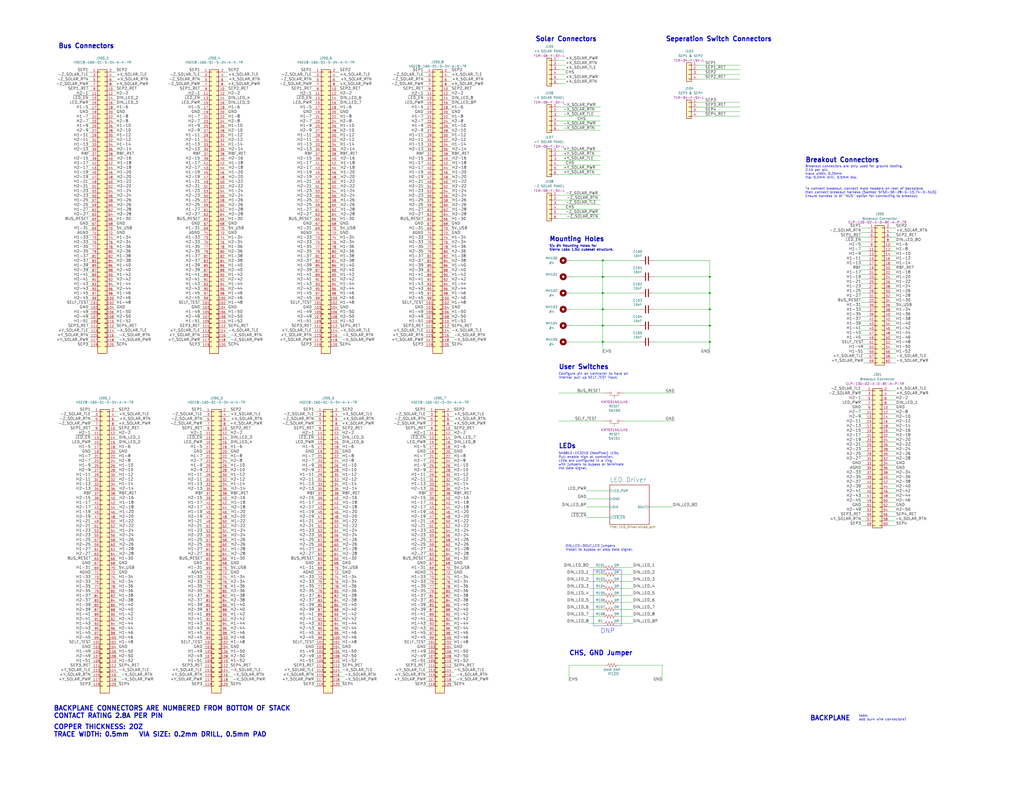
<source format=kicad_sch>
(kicad_sch (version 20230121) (generator eeschema)
  (paper "C")
  (title_block (title "backplane-SchDoc") (date "2021-12-10") (rev "A1") (company "Sierra Lobo, Inc.") (comment 1 "C. Hillis") (comment 2 "C. Kornowski"))
  (junction (at 387.35 186.69) (diameter 0.9144))
  (junction (at 328.93 160.02) (diameter 0.9144))
  (junction (at 387.35 160.02) (diameter 0.9144))
  (junction (at 328.93 177.8) (diameter 0.9144))
  (junction (at 328.93 168.91) (diameter 0.9144))
  (junction (at 387.35 151.13) (diameter 0.9144))
  (junction (at 328.93 151.13) (diameter 0.9144))
  (junction (at 328.93 186.69) (diameter 0.9144))
  (junction (at 387.35 177.8) (diameter 0.9144))
  (junction (at 328.93 142.24) (diameter 0.9144))
  (junction (at 387.35 168.91) (diameter 0.9144))
  (wire (pts (xy 48.26 166.37) (xy 49.53 166.37)))
  (wire (pts (xy 246.38 260.35) (xy 247.65 260.35)))
  (wire (pts (xy 48.26 168.91) (xy 49.53 168.91)))
  (wire (pts (xy 184.15 143.51) (xy 185.42 143.51)))
  (wire (pts (xy 232.41 273.05) (xy 233.68 273.05)))
  (wire (pts (xy 171.45 364.49) (xy 172.72 364.49)))
  (wire (pts (xy 63.5 245.11) (xy 64.77 245.11)))
  (wire (pts (xy 231.14 138.43) (xy 232.41 138.43)))
  (wire (pts (xy 486.41 137.16) (xy 488.95 137.16)))
  (wire (pts (xy 304.8 95.25) (xy 327.66 95.25)))
  (wire (pts (xy 171.45 283.21) (xy 172.72 283.21)))
  (wire (pts (xy 184.15 49.53) (xy 185.42 49.53)))
  (wire (pts (xy 310.515 363.22) (xy 310.515 372.11)))
  (wire (pts (xy 170.18 44.45) (xy 171.45 44.45)))
  (wire (pts (xy 170.18 146.05) (xy 171.45 146.05)))
  (wire (pts (xy 48.26 52.07) (xy 49.53 52.07)))
  (wire (pts (xy 109.22 64.77) (xy 110.49 64.77)))
  (wire (pts (xy 232.41 242.57) (xy 233.68 242.57)))
  (wire (pts (xy 170.18 128.27) (xy 171.45 128.27)))
  (wire (pts (xy 246.38 300.99) (xy 247.904 300.99)))
  (wire (pts (xy 124.46 344.17) (xy 125.73 344.17)))
  (wire (pts (xy 231.14 173.99) (xy 232.41 173.99)))
  (wire (pts (xy 232.41 341.63) (xy 233.68 341.63)))
  (wire (pts (xy 170.18 110.49) (xy 171.45 110.49)))
  (wire (pts (xy 245.11 95.25) (xy 246.634 95.25)))
  (wire (pts (xy 62.23 90.17) (xy 63.754 90.17)))
  (wire (pts (xy 246.38 273.05) (xy 247.904 273.05)))
  (wire (pts (xy 110.49 306.07) (xy 111.76 306.07)))
  (wire (pts (xy 184.15 189.23) (xy 185.42 189.23)))
  (wire (pts (xy 123.19 41.91) (xy 124.46 41.91)))
  (wire (pts (xy 49.53 288.29) (xy 50.8 288.29)))
  (wire (pts (xy 171.45 267.97) (xy 172.72 267.97)))
  (wire (pts (xy 49.53 285.75) (xy 50.8 285.75)))
  (wire (pts (xy 109.22 62.23) (xy 110.49 62.23)))
  (wire (pts (xy 124.46 336.55) (xy 125.73 336.55)))
  (wire (pts (xy 49.53 265.43) (xy 50.8 265.43)))
  (wire (pts (xy 49.53 308.61) (xy 50.8 308.61)))
  (wire (pts (xy 185.42 374.65) (xy 186.69 374.65)))
  (wire (pts (xy 356.87 160.02) (xy 387.35 160.02)))
  (wire (pts (xy 170.18 133.35) (xy 171.45 133.35)))
  (wire (pts (xy 110.49 285.75) (xy 111.76 285.75)))
  (wire (pts (xy 123.19 82.55) (xy 124.714 82.55)))
  (wire (pts (xy 123.19 186.69) (xy 125.73 186.69)))
  (wire (pts (xy 246.38 227.33) (xy 247.65 227.33)))
  (wire (pts (xy 171.45 361.95) (xy 172.72 361.95)))
  (wire (pts (xy 123.19 148.59) (xy 124.46 148.59)))
  (wire (pts (xy 185.42 255.27) (xy 186.69 255.27)))
  (wire (pts (xy 124.46 224.79) (xy 125.73 224.79)))
  (wire (pts (xy 245.11 168.91) (xy 246.38 168.91)))
  (wire (pts (xy 124.46 313.69) (xy 125.73 313.69)))
  (wire (pts (xy 62.23 72.39) (xy 63.5 72.39)))
  (wire (pts (xy 184.15 123.19) (xy 185.42 123.19)))
  (wire (pts (xy 184.15 77.47) (xy 185.42 77.47)))
  (wire (pts (xy 185.42 265.43) (xy 186.69 265.43)))
  (wire (pts (xy 63.5 240.03) (xy 64.77 240.03)))
  (wire (pts (xy 170.18 120.65) (xy 171.45 120.65)))
  (wire (pts (xy 123.19 115.57) (xy 124.714 115.57)))
  (wire (pts (xy 328.93 186.69) (xy 328.93 193.04)))
  (wire (pts (xy 320.04 276.86) (xy 332.74 276.86)))
  (wire (pts (xy 109.22 171.45) (xy 110.49 171.45)))
  (wire (pts (xy 109.22 173.99) (xy 110.49 173.99)))
  (wire (pts (xy 110.49 293.37) (xy 111.76 293.37)))
  (wire (pts (xy 63.5 311.15) (xy 64.77 311.15)))
  (wire (pts (xy 328.93 160.02) (xy 328.93 168.91)))
  (wire (pts (xy 387.35 151.13) (xy 387.35 160.02)))
  (wire (pts (xy 231.648 85.09) (xy 232.41 85.09)))
  (wire (pts (xy 109.22 80.01) (xy 110.49 80.01)))
  (wire (pts (xy 330.2 363.22) (xy 310.515 363.22)))
  (wire (pts (xy 304.8 106.68) (xy 327.66 106.68)))
  (wire (pts (xy 48.26 118.11) (xy 49.53 118.11)))
  (wire (pts (xy 124.46 247.65) (xy 125.73 247.65)))
  (wire (pts (xy 48.26 146.05) (xy 49.53 146.05)))
  (wire (pts (xy 184.15 41.91) (xy 185.42 41.91)))
  (wire (pts (xy 109.22 125.73) (xy 110.49 125.73)))
  (wire (pts (xy 469.9 228.6) (xy 472.44 228.6)))
  (wire (pts (xy 231.14 179.07) (xy 232.41 179.07)))
  (wire (pts (xy 245.11 59.69) (xy 246.38 59.69)))
  (wire (pts (xy 332.74 272.415) (xy 320.04 272.415)))
  (wire (pts (xy 485.14 259.08) (xy 488.95 259.08)))
  (wire (pts (xy 49.53 290.83) (xy 50.8 290.83)))
  (wire (pts (xy 245.11 44.45) (xy 246.634 44.45)))
  (wire (pts (xy 246.38 321.31) (xy 247.65 321.31)))
  (wire (pts (xy 184.15 120.65) (xy 185.42 120.65)))
  (wire (pts (xy 245.11 184.15) (xy 247.65 184.15)))
  (wire (pts (xy 49.53 326.39) (xy 50.8 326.39)))
  (wire (pts (xy 123.19 176.53) (xy 124.46 176.53)))
  (wire (pts (xy 63.5 323.85) (xy 64.77 323.85)))
  (wire (pts (xy 110.49 344.17) (xy 111.76 344.17)))
  (wire (pts (xy 170.18 138.43) (xy 171.45 138.43)))
  (wire (pts (xy 185.42 250.19) (xy 186.69 250.19)))
  (wire (pts (xy 123.19 74.93) (xy 124.46 74.93)))
  (wire (pts (xy 48.26 128.27) (xy 49.53 128.27)))
  (wire (pts (xy 63.5 356.87) (xy 64.77 356.87)))
  (wire (pts (xy 110.49 356.87) (xy 111.76 356.87)))
  (wire (pts (xy 469.9 274.32) (xy 472.44 274.32)))
  (wire (pts (xy 109.22 90.17) (xy 110.49 90.17)))
  (wire (pts (xy 170.18 184.15) (xy 171.45 184.15)))
  (wire (pts (xy 171.45 275.59) (xy 172.72 275.59)))
  (wire (pts (xy 185.42 285.75) (xy 186.944 285.75)))
  (wire (pts (xy 245.11 105.41) (xy 246.634 105.41)))
  (wire (pts (xy 349.25 160.02) (xy 328.93 160.02)))
  (wire (pts (xy 124.46 234.95) (xy 125.73 234.95)))
  (wire (pts (xy 171.45 260.35) (xy 172.72 260.35)))
  (wire (pts (xy 185.42 323.85) (xy 186.69 323.85)))
  (wire (pts (xy 110.49 341.63) (xy 111.76 341.63)))
  (wire (pts (xy 109.22 166.37) (xy 110.49 166.37)))
  (wire (pts (xy 123.19 171.45) (xy 124.46 171.45)))
  (wire (pts (xy 184.15 110.49) (xy 185.674 110.49)))
  (wire (pts (xy 49.53 328.93) (xy 50.8 328.93)))
  (wire (pts (xy 123.19 189.23) (xy 124.46 189.23)))
  (wire (pts (xy 185.42 341.63) (xy 186.69 341.63)))
  (wire (pts (xy 48.26 133.35) (xy 49.53 133.35)))
  (wire (pts (xy 246.38 308.61) (xy 247.65 308.61)))
  (wire (pts (xy 62.23 107.95) (xy 63.754 107.95)))
  (wire (pts (xy 486.41 193.04) (xy 488.95 193.04)))
  (wire (pts (xy 109.22 176.53) (xy 110.49 176.53)))
  (wire (pts (xy 246.38 240.03) (xy 247.65 240.03)))
  (wire (pts (xy 50.038 270.51) (xy 50.8 270.51)))
  (wire (pts (xy 469.9 284.48) (xy 472.44 284.48)))
  (wire (pts (xy 170.18 135.89) (xy 171.45 135.89)))
  (wire (pts (xy 304.8 45.72) (xy 308.61 45.72)))
  (wire (pts (xy 109.22 179.07) (xy 110.49 179.07)))
  (wire (pts (xy 62.23 181.61) (xy 63.5 181.61)))
  (wire (pts (xy 231.14 87.63) (xy 232.41 87.63)))
  (wire (pts (xy 184.15 173.99) (xy 185.42 173.99)))
  (wire (pts (xy 304.8 114.3) (xy 327.66 114.3)))
  (wire (pts (xy 171.45 242.57) (xy 172.72 242.57)))
  (wire (pts (xy 109.22 128.27) (xy 110.49 128.27)))
  (wire (pts (xy 124.46 367.03) (xy 125.73 367.03)))
  (wire (pts (xy 110.49 316.23) (xy 111.76 316.23)))
  (wire (pts (xy 403.86 43.18) (xy 381 43.18)))
  (wire (pts (xy 245.11 135.89) (xy 246.38 135.89)))
  (wire (pts (xy 170.688 85.09) (xy 171.45 85.09)))
  (wire (pts (xy 232.41 354.33) (xy 233.68 354.33)))
  (wire (pts (xy 185.42 356.87) (xy 186.69 356.87)))
  (wire (pts (xy 471.17 195.58) (xy 473.71 195.58)))
  (wire (pts (xy 63.5 234.95) (xy 64.77 234.95)))
  (wire (pts (xy 231.14 130.81) (xy 232.41 130.81)))
  (wire (pts (xy 185.42 257.81) (xy 186.69 257.81)))
  (wire (pts (xy 185.42 367.03) (xy 186.69 367.03)))
  (wire (pts (xy 486.41 144.78) (xy 488.95 144.78)))
  (wire (pts (xy 185.42 224.79) (xy 186.69 224.79)))
  (wire (pts (xy 63.5 229.87) (xy 65.024 229.87)))
  (wire (pts (xy 232.41 252.73) (xy 233.68 252.73)))
  (wire (pts (xy 109.22 156.21) (xy 110.49 156.21)))
  (wire (pts (xy 232.41 346.71) (xy 233.68 346.71)))
  (wire (pts (xy 62.23 82.55) (xy 63.754 82.55)))
  (wire (pts (xy 48.26 107.95) (xy 49.53 107.95)))
  (wire (pts (xy 123.19 143.51) (xy 124.46 143.51)))
  (wire (pts (xy 49.53 339.09) (xy 50.8 339.09)))
  (wire (pts (xy 245.11 140.97) (xy 246.38 140.97)))
  (wire (pts (xy 109.22 186.69) (xy 110.49 186.69)))
  (wire (pts (xy 123.19 123.19) (xy 124.46 123.19)))
  (wire (pts (xy 471.17 198.12) (xy 473.71 198.12)))
  (wire (pts (xy 486.41 167.64) (xy 488.95 167.64)))
  (wire (pts (xy 485.14 231.14) (xy 488.95 231.14)))
  (wire (pts (xy 184.15 148.59) (xy 185.42 148.59)))
  (wire (pts (xy 62.23 85.09) (xy 63.5 85.09)))
  (wire (pts (xy 123.19 158.75) (xy 124.46 158.75)))
  (wire (pts (xy 63.5 295.91) (xy 65.024 295.91)))
  (wire (pts (xy 49.53 321.31) (xy 50.8 321.31)))
  (wire (pts (xy 304.8 58.42) (xy 327.66 58.42)))
  (wire (pts (xy 109.22 146.05) (xy 110.49 146.05)))
  (wire (pts (xy 109.22 153.67) (xy 110.49 153.67)))
  (wire (pts (xy 62.23 130.81) (xy 63.5 130.81)))
  (wire (pts (xy 231.14 57.15) (xy 232.41 57.15)))
  (wire (pts (xy 486.41 198.12) (xy 488.95 198.12)))
  (wire (pts (xy 184.15 69.85) (xy 185.42 69.85)))
  (wire (pts (xy 185.42 321.31) (xy 186.69 321.31)))
  (wire (pts (xy 184.15 54.61) (xy 185.42 54.61)))
  (wire (pts (xy 48.26 41.91) (xy 49.53 41.91)))
  (wire (pts (xy 245.11 97.79) (xy 246.634 97.79)))
  (wire (pts (xy 124.46 311.15) (xy 125.73 311.15)))
  (wire (pts (xy 471.17 190.5) (xy 473.71 190.5)))
  (wire (pts (xy 124.46 290.83) (xy 125.984 290.83)))
  (wire (pts (xy 48.26 110.49) (xy 49.53 110.49)))
  (wire (pts (xy 231.14 158.75) (xy 232.41 158.75)))
  (wire (pts (xy 124.46 275.59) (xy 125.984 275.59)))
  (wire (pts (xy 231.14 62.23) (xy 232.41 62.23)))
  (wire (pts (xy 184.15 184.15) (xy 186.69 184.15)))
  (wire (pts (xy 48.26 90.17) (xy 49.53 90.17)))
  (wire (pts (xy 184.15 163.83) (xy 185.42 163.83)))
  (wire (pts (xy 485.14 238.76) (xy 488.95 238.76)))
  (wire (pts (xy 245.11 67.31) (xy 246.38 67.31)))
  (wire (pts (xy 245.11 156.21) (xy 246.38 156.21)))
  (wire (pts (xy 123.19 138.43) (xy 124.46 138.43)))
  (wire (pts (xy 109.22 151.13) (xy 110.49 151.13)))
  (wire (pts (xy 184.15 59.69) (xy 185.42 59.69)))
  (wire (pts (xy 330.2 229.87) (xy 304.8 229.87)))
  (wire (pts (xy 246.38 339.09) (xy 247.65 339.09)))
  (wire (pts (xy 349.25 168.91) (xy 328.93 168.91)))
  (wire (pts (xy 246.38 295.91) (xy 247.904 295.91)))
  (wire (pts (xy 62.23 118.11) (xy 63.754 118.11)))
  (wire (pts (xy 340.36 229.87) (xy 368.3 229.87)))
  (wire (pts (xy 231.14 123.19) (xy 232.41 123.19)))
  (wire (pts (xy 170.18 189.23) (xy 171.45 189.23)))
  (wire (pts (xy 170.18 100.33) (xy 171.45 100.33)))
  (wire (pts (xy 185.42 247.65) (xy 186.69 247.65)))
  (wire (pts (xy 184.15 62.23) (xy 185.42 62.23)))
  (wire (pts (xy 245.11 120.65) (xy 246.38 120.65)))
  (wire (pts (xy 245.11 80.01) (xy 246.38 80.01)))
  (wire (pts (xy 48.26 130.81) (xy 49.53 130.81)))
  (wire (pts (xy 486.41 129.54) (xy 488.95 129.54)))
  (wire (pts (xy 49.53 224.79) (xy 50.8 224.79)))
  (wire (pts (xy 246.38 361.95) (xy 247.65 361.95)))
  (wire (pts (xy 123.19 67.31) (xy 124.46 67.31)))
  (wire (pts (xy 124.46 354.33) (xy 125.73 354.33)))
  (wire (pts (xy 469.9 142.24) (xy 473.71 142.24)))
  (wire (pts (xy 232.41 326.39) (xy 233.68 326.39)))
  (wire (pts (xy 469.9 276.86) (xy 472.44 276.86)))
  (wire (pts (xy 170.18 59.69) (xy 171.45 59.69)))
  (wire (pts (xy 321.31 340.36) (xy 328.93 340.36)))
  (wire (pts (xy 171.45 285.75) (xy 172.72 285.75)))
  (wire (pts (xy 304.8 119.38) (xy 327.66 119.38)))
  (wire (pts (xy 170.18 52.07) (xy 171.45 52.07)))
  (wire (pts (xy 170.18 158.75) (xy 171.45 158.75)))
  (wire (pts (xy 231.14 125.73) (xy 232.41 125.73)))
  (wire (pts (xy 63.5 364.49) (xy 64.77 364.49)))
  (wire (pts (xy 62.23 173.99) (xy 63.5 173.99)))
  (wire (pts (xy 336.55 317.5) (xy 345.44 317.5)))
  (wire (pts (xy 123.19 46.99) (xy 124.206 46.99)))
  (wire (pts (xy 109.22 148.59) (xy 110.49 148.59)))
  (wire (pts (xy 171.45 367.03) (xy 172.72 367.03)))
  (wire (pts (xy 231.14 176.53) (xy 232.41 176.53)))
  (wire (pts (xy 62.23 69.85) (xy 63.5 69.85)))
  (wire (pts (xy 124.46 229.87) (xy 125.984 229.87)))
  (wire (pts (xy 49.53 247.65) (xy 50.8 247.65)))
  (wire (pts (xy 124.46 278.13) (xy 125.984 278.13)))
  (wire (pts (xy 185.42 369.57) (xy 187.96 369.57)))
  (wire (pts (xy 231.14 156.21) (xy 232.41 156.21)))
  (wire (pts (xy 170.18 125.73) (xy 171.45 125.73)))
  (wire (pts (xy 49.53 323.85) (xy 50.8 323.85)))
  (wire (pts (xy 49.53 295.91) (xy 50.8 295.91)))
  (wire (pts (xy 231.14 46.99) (xy 232.41 46.99)))
  (wire (pts (xy 185.42 328.93) (xy 186.69 328.93)))
  (wire (pts (xy 62.23 100.33) (xy 63.754 100.33)))
  (wire (pts (xy 124.46 339.09) (xy 125.73 339.09)))
  (wire (pts (xy 184.15 95.25) (xy 185.674 95.25)))
  (wire (pts (xy 124.46 351.79) (xy 125.73 351.79)))
  (wire (pts (xy 109.22 46.99) (xy 110.49 46.99)))
  (wire (pts (xy 486.41 195.58) (xy 488.95 195.58)))
  (wire (pts (xy 62.23 113.03) (xy 63.754 113.03)))
  (wire (pts (xy 231.14 135.89) (xy 232.41 135.89)))
  (wire (pts (xy 109.22 143.51) (xy 110.49 143.51)))
  (wire (pts (xy 109.22 82.55) (xy 110.49 82.55)))
  (wire (pts (xy 246.38 351.79) (xy 247.65 351.79)))
  (wire (pts (xy 185.42 234.95) (xy 186.69 234.95)))
  (wire (pts (xy 171.45 237.49) (xy 172.72 237.49)))
  (wire (pts (xy 170.18 171.45) (xy 171.45 171.45)))
  (wire (pts (xy 109.22 107.95) (xy 110.49 107.95)))
  (wire (pts (xy 171.45 356.87) (xy 172.72 356.87)))
  (wire (pts (xy 469.9 139.7) (xy 473.71 139.7)))
  (wire (pts (xy 48.26 113.03) (xy 49.53 113.03)))
  (wire (pts (xy 245.11 46.99) (xy 246.126 46.99)))
  (wire (pts (xy 49.53 227.33) (xy 50.8 227.33)))
  (wire (pts (xy 486.41 127) (xy 488.95 127)))
  (wire (pts (xy 185.42 306.07) (xy 186.69 306.07)))
  (wire (pts (xy 124.46 250.19) (xy 125.73 250.19)))
  (wire (pts (xy 63.5 232.41) (xy 64.516 232.41)))
  (wire (pts (xy 185.42 354.33) (xy 186.69 354.33)))
  (wire (pts (xy 110.49 247.65) (xy 111.76 247.65)))
  (wire (pts (xy 62.23 95.25) (xy 63.754 95.25)))
  (wire (pts (xy 110.49 298.45) (xy 111.76 298.45)))
  (wire (pts (xy 231.14 163.83) (xy 232.41 163.83)))
  (wire (pts (xy 63.5 252.73) (xy 64.77 252.73)))
  (wire (pts (xy 170.18 140.97) (xy 171.45 140.97)))
  (wire (pts (xy 171.45 374.65) (xy 172.72 374.65)))
  (wire (pts (xy 171.45 346.71) (xy 172.72 346.71)))
  (wire (pts (xy 486.41 180.34) (xy 488.95 180.34)))
  (wire (pts (xy 304.8 38.1) (xy 308.61 38.1)))
  (wire (pts (xy 231.14 80.01) (xy 232.41 80.01)))
  (wire (pts (xy 185.42 293.37) (xy 186.944 293.37)))
  (wire (pts (xy 123.19 95.25) (xy 124.714 95.25)))
  (wire (pts (xy 123.19 110.49) (xy 124.714 110.49)))
  (wire (pts (xy 171.45 273.05) (xy 172.72 273.05)))
  (wire (pts (xy 123.19 62.23) (xy 124.46 62.23)))
  (wire (pts (xy 185.42 232.41) (xy 186.436 232.41)))
  (wire (pts (xy 110.49 227.33) (xy 111.76 227.33)))
  (wire (pts (xy 304.8 85.09) (xy 327.66 85.09)))
  (wire (pts (xy 171.45 298.45) (xy 172.72 298.45)))
  (wire (pts (xy 123.19 184.15) (xy 125.73 184.15)))
  (wire (pts (xy 231.14 166.37) (xy 232.41 166.37)))
  (wire (pts (xy 124.46 356.87) (xy 125.73 356.87)))
  (wire (pts (xy 349.25 177.8) (xy 328.93 177.8)))
  (wire (pts (xy 232.41 300.99) (xy 233.68 300.99)))
  (wire (pts (xy 171.45 255.27) (xy 172.72 255.27)))
  (wire (pts (xy 62.23 87.63) (xy 63.754 87.63)))
  (wire (pts (xy 185.42 372.11) (xy 187.96 372.11)))
  (wire (pts (xy 123.19 57.15) (xy 124.46 57.15)))
  (wire (pts (xy 184.15 57.15) (xy 185.42 57.15)))
  (wire (pts (xy 170.18 148.59) (xy 171.45 148.59)))
  (wire (pts (xy 232.41 227.33) (xy 233.68 227.33)))
  (wire (pts (xy 185.42 361.95) (xy 186.69 361.95)))
  (wire (pts (xy 48.26 173.99) (xy 49.53 173.99)))
  (wire (pts (xy 109.22 105.41) (xy 110.49 105.41)))
  (wire (pts (xy 185.42 242.57) (xy 186.69 242.57)))
  (wire (pts (xy 185.42 273.05) (xy 186.944 273.05)))
  (wire (pts (xy 124.46 232.41) (xy 125.476 232.41)))
  (wire (pts (xy 231.14 146.05) (xy 232.41 146.05)))
  (wire (pts (xy 63.5 339.09) (xy 64.77 339.09)))
  (wire (pts (xy 124.46 255.27) (xy 125.73 255.27)))
  (wire (pts (xy 171.45 257.81) (xy 172.72 257.81)))
  (wire (pts (xy 469.9 256.54) (xy 472.44 256.54)))
  (wire (pts (xy 63.5 280.67) (xy 65.024 280.67)))
  (wire (pts (xy 486.41 187.96) (xy 488.95 187.96)))
  (wire (pts (xy 110.49 354.33) (xy 111.76 354.33)))
  (wire (pts (xy 110.49 280.67) (xy 111.76 280.67)))
  (wire (pts (xy 123.19 161.29) (xy 124.46 161.29)))
  (wire (pts (xy 171.45 328.93) (xy 172.72 328.93)))
  (wire (pts (xy 232.41 224.79) (xy 233.68 224.79)))
  (wire (pts (xy 245.11 189.23) (xy 246.38 189.23)))
  (wire (pts (xy 469.9 132.08) (xy 473.71 132.08)))
  (wire (pts (xy 49.53 267.97) (xy 50.8 267.97)))
  (wire (pts (xy 185.42 262.89) (xy 186.69 262.89)))
  (wire (pts (xy 63.5 331.47) (xy 64.77 331.47)))
  (wire (pts (xy 170.18 97.79) (xy 171.45 97.79)))
  (wire (pts (xy 246.38 316.23) (xy 247.65 316.23)))
  (wire (pts (xy 124.46 326.39) (xy 125.73 326.39)))
  (wire (pts (xy 349.25 186.69) (xy 328.93 186.69)))
  (wire (pts (xy 469.9 180.34) (xy 473.71 180.34)))
  (wire (pts (xy 171.45 265.43) (xy 172.72 265.43)))
  (wire (pts (xy 110.49 326.39) (xy 111.76 326.39)))
  (wire (pts (xy 485.14 261.62) (xy 488.95 261.62)))
  (wire (pts (xy 184.15 186.69) (xy 186.69 186.69)))
  (wire (pts (xy 63.5 328.93) (xy 64.77 328.93)))
  (wire (pts (xy 109.22 77.47) (xy 110.49 77.47)))
  (wire (pts (xy 184.15 161.29) (xy 185.42 161.29)))
  (wire (pts (xy 486.41 162.56) (xy 488.95 162.56)))
  (wire (pts (xy 63.5 300.99) (xy 65.024 300.99)))
  (wire (pts (xy 123.19 69.85) (xy 124.46 69.85)))
  (wire (pts (xy 485.14 251.46) (xy 488.95 251.46)))
  (wire (pts (xy 246.38 326.39) (xy 247.65 326.39)))
  (wire (pts (xy 232.41 298.45) (xy 233.68 298.45)))
  (wire (pts (xy 124.46 321.31) (xy 125.73 321.31)))
  (wire (pts (xy 245.11 92.71) (xy 246.634 92.71)))
  (wire (pts (xy 48.26 82.55) (xy 49.53 82.55)))
  (wire (pts (xy 184.15 179.07) (xy 185.42 179.07)))
  (wire (pts (xy 62.23 156.21) (xy 63.5 156.21)))
  (wire (pts (xy 63.5 293.37) (xy 65.024 293.37)))
  (wire (pts (xy 63.5 359.41) (xy 64.77 359.41)))
  (wire (pts (xy 231.14 140.97) (xy 232.41 140.97)))
  (wire (pts (xy 62.23 77.47) (xy 63.5 77.47)))
  (wire (pts (xy 245.11 158.75) (xy 246.38 158.75)))
  (wire (pts (xy 171.45 240.03) (xy 172.72 240.03)))
  (wire (pts (xy 109.22 138.43) (xy 110.49 138.43)))
  (wire (pts (xy 231.14 52.07) (xy 232.41 52.07)))
  (wire (pts (xy 49.53 250.19) (xy 50.8 250.19)))
  (wire (pts (xy 185.42 300.99) (xy 186.944 300.99)))
  (wire (pts (xy 49.53 374.65) (xy 50.8 374.65)))
  (wire (pts (xy 469.9 264.16) (xy 472.44 264.16)))
  (wire (pts (xy 49.53 359.41) (xy 50.8 359.41)))
  (wire (pts (xy 184.15 107.95) (xy 185.674 107.95)))
  (wire (pts (xy 245.11 62.23) (xy 246.38 62.23)))
  (wire (pts (xy 171.45 280.67) (xy 172.72 280.67)))
  (wire (pts (xy 469.9 144.78) (xy 473.71 144.78)))
  (wire (pts (xy 469.9 231.14) (xy 472.44 231.14)))
  (wire (pts (xy 246.38 346.71) (xy 247.65 346.71)))
  (wire (pts (xy 62.23 59.69) (xy 63.5 59.69)))
  (wire (pts (xy 124.46 280.67) (xy 125.984 280.67)))
  (wire (pts (xy 62.23 133.35) (xy 63.5 133.35)))
  (wire (pts (xy 109.22 67.31) (xy 110.49 67.31)))
  (wire (pts (xy 231.14 49.53) (xy 232.41 49.53)))
  (wire (pts (xy 171.45 306.07) (xy 172.72 306.07)))
  (wire (pts (xy 110.49 361.95) (xy 111.76 361.95)))
  (wire (pts (xy 62.23 186.69) (xy 64.77 186.69)))
  (wire (pts (xy 232.41 308.61) (xy 233.68 308.61)))
  (wire (pts (xy 485.14 241.3) (xy 488.95 241.3)))
  (wire (pts (xy 62.23 123.19) (xy 63.5 123.19)))
  (wire (pts (xy 232.41 334.01) (xy 233.68 334.01)))
  (wire (pts (xy 124.46 298.45) (xy 125.984 298.45)))
  (wire (pts (xy 171.45 334.01) (xy 172.72 334.01)))
  (polyline (pts (xy 1041.4 464.82) (xy 1041.4 452.12)) (stroke (width 0) (type dash)))
  (wire (pts (xy 232.41 328.93) (xy 233.68 328.93)))
  (wire (pts (xy 232.41 240.03) (xy 233.68 240.03)))
  (wire (pts (xy 110.49 275.59) (xy 111.76 275.59)))
  (wire (pts (xy 109.728 85.09) (xy 110.49 85.09)))
  (wire (pts (xy 232.41 351.79) (xy 233.68 351.79)))
  (wire (pts (xy 48.26 158.75) (xy 49.53 158.75)))
  (wire (pts (xy 49.53 242.57) (xy 50.8 242.57)))
  (wire (pts (xy 184.15 146.05) (xy 185.42 146.05)))
  (wire (pts (xy 62.23 64.77) (xy 63.5 64.77)))
  (wire (pts (xy 123.19 87.63) (xy 124.714 87.63)))
  (wire (pts (xy 232.41 232.41) (xy 233.68 232.41)))
  (wire (pts (xy 311.15 160.02) (xy 328.93 160.02)))
  (wire (pts (xy 123.19 64.77) (xy 124.46 64.77)))
  (wire (pts (xy 171.45 311.15) (xy 172.72 311.15)))
  (wire (pts (xy 49.53 344.17) (xy 50.8 344.17)))
  (wire (pts (xy 231.14 74.93) (xy 232.41 74.93)))
  (wire (pts (xy 110.49 245.11) (xy 111.76 245.11)))
  (wire (pts (xy 304.8 92.71) (xy 327.66 92.71)))
  (wire (pts (xy 171.45 316.23) (xy 172.72 316.23)))
  (wire (pts (xy 109.22 92.71) (xy 110.49 92.71)))
  (wire (pts (xy 123.19 54.61) (xy 124.46 54.61)))
  (wire (pts (xy 184.15 153.67) (xy 185.42 153.67)))
  (wire (pts (xy 110.49 321.31) (xy 111.76 321.31)))
  (wire (pts (xy 63.5 336.55) (xy 64.77 336.55)))
  (wire (pts (xy 123.19 166.37) (xy 124.46 166.37)))
  (wire (pts (xy 49.53 306.07) (xy 50.8 306.07)))
  (wire (pts (xy 232.41 361.95) (xy 233.68 361.95)))
  (wire (pts (xy 49.53 313.69) (xy 50.8 313.69)))
  (wire (pts (xy 469.9 261.62) (xy 472.44 261.62)))
  (wire (pts (xy 184.15 135.89) (xy 185.42 135.89)))
  (wire (pts (xy 471.17 193.04) (xy 473.71 193.04)))
  (wire (pts (xy 62.23 189.23) (xy 63.5 189.23)))
  (wire (pts (xy 124.46 262.89) (xy 125.73 262.89)))
  (wire (pts (xy 170.18 179.07) (xy 171.45 179.07)))
  (wire (pts (xy 110.49 339.09) (xy 111.76 339.09)))
  (wire (pts (xy 185.42 283.21) (xy 186.944 283.21)))
  (wire (pts (xy 185.42 326.39) (xy 186.69 326.39)))
  (wire (pts (xy 184.15 82.55) (xy 185.674 82.55)))
  (wire (pts (xy 123.19 125.73) (xy 124.46 125.73)))
  (wire (pts (xy 171.45 295.91) (xy 172.72 295.91)))
  (wire (pts (xy 246.38 278.13) (xy 247.904 278.13)))
  (wire (pts (xy 62.23 105.41) (xy 63.754 105.41)))
  (wire (pts (xy 469.9 162.56) (xy 473.71 162.56)))
  (wire (pts (xy 110.49 237.49) (xy 111.76 237.49)))
  (wire (pts (xy 49.53 336.55) (xy 50.8 336.55)))
  (wire (pts (xy 246.38 349.25) (xy 247.65 349.25)))
  (wire (pts (xy 485.14 220.98) (xy 488.95 220.98)))
  (wire (pts (xy 231.14 102.87) (xy 232.41 102.87)))
  (wire (pts (xy 304.8 90.17) (xy 327.66 90.17)))
  (wire (pts (xy 49.53 367.03) (xy 50.8 367.03)))
  (wire (pts (xy 469.9 233.68) (xy 472.44 233.68)))
  (wire (pts (xy 109.22 102.87) (xy 110.49 102.87)))
  (wire (pts (xy 171.45 288.29) (xy 172.72 288.29)))
  (wire (pts (xy 124.46 300.99) (xy 125.984 300.99)))
  (wire (pts (xy 123.19 179.07) (xy 124.46 179.07)))
  (wire (pts (xy 170.18 153.67) (xy 171.45 153.67)))
  (wire (pts (xy 246.38 359.41) (xy 247.65 359.41)))
  (wire (pts (xy 245.11 49.53) (xy 246.38 49.53)))
  (wire (pts (xy 246.38 354.33) (xy 247.65 354.33)))
  (wire (pts (xy 184.15 100.33) (xy 185.674 100.33)))
  (wire (pts (xy 349.25 151.13) (xy 328.93 151.13)))
  (wire (pts (xy 469.9 134.62) (xy 473.71 134.62)))
  (wire (pts (xy 48.26 176.53) (xy 49.53 176.53)))
  (wire (pts (xy 304.8 60.96) (xy 327.66 60.96)))
  (wire (pts (xy 232.41 306.07) (xy 233.68 306.07)))
  (wire (pts (xy 232.41 311.15) (xy 233.68 311.15)))
  (wire (pts (xy 123.19 120.65) (xy 124.46 120.65)))
  (wire (pts (xy 123.19 153.67) (xy 124.46 153.67)))
  (wire (pts (xy 171.45 229.87) (xy 172.72 229.87)))
  (wire (pts (xy 124.46 270.51) (xy 125.73 270.51)))
  (wire (pts (xy 245.11 69.85) (xy 246.38 69.85)))
  (wire (pts (xy 109.22 41.91) (xy 110.49 41.91)))
  (wire (pts (xy 124.46 359.41) (xy 125.73 359.41)))
  (wire (pts (xy 123.19 133.35) (xy 124.46 133.35)))
  (wire (pts (xy 231.14 105.41) (xy 232.41 105.41)))
  (wire (pts (xy 62.23 163.83) (xy 63.5 163.83)))
  (wire (pts (xy 231.14 184.15) (xy 232.41 184.15)))
  (wire (pts (xy 63.5 288.29) (xy 65.024 288.29)))
  (wire (pts (xy 304.8 87.63) (xy 327.66 87.63)))
  (wire (pts (xy 246.38 369.57) (xy 248.92 369.57)))
  (wire (pts (xy 471.17 187.96) (xy 473.71 187.96)))
  (wire (pts (xy 124.46 240.03) (xy 125.73 240.03)))
  (wire (pts (xy 62.23 171.45) (xy 63.5 171.45)))
  (wire (pts (xy 231.14 181.61) (xy 232.41 181.61)))
  (wire (pts (xy 171.45 308.61) (xy 172.72 308.61)))
  (wire (pts (xy 231.14 143.51) (xy 232.41 143.51)))
  (wire (pts (xy 232.41 280.67) (xy 233.68 280.67)))
  (wire (pts (xy 124.46 303.53) (xy 125.984 303.53)))
  (wire (pts (xy 171.45 313.69) (xy 172.72 313.69)))
  (wire (pts (xy 184.15 64.77) (xy 185.42 64.77)))
  (wire (pts (xy 48.26 74.93) (xy 49.53 74.93)))
  (wire (pts (xy 304.8 35.56) (xy 308.61 35.56)))
  (wire (pts (xy 354.33 276.86) (xy 367.03 276.86)))
  (wire (pts (xy 49.53 298.45) (xy 50.8 298.45)))
  (wire (pts (xy 48.26 59.69) (xy 49.53 59.69)))
  (wire (pts (xy 232.41 257.81) (xy 233.68 257.81)))
  (wire (pts (xy 109.22 87.63) (xy 110.49 87.63)))
  (wire (pts (xy 387.35 142.24) (xy 387.35 151.13)))
  (wire (pts (xy 231.14 168.91) (xy 232.41 168.91)))
  (wire (pts (xy 185.42 349.25) (xy 186.69 349.25)))
  (wire (pts (xy 246.38 318.77) (xy 247.65 318.77)))
  (wire (pts (xy 246.38 288.29) (xy 247.904 288.29)))
  (wire (pts (xy 49.53 278.13) (xy 50.8 278.13)))
  (wire (pts (xy 170.18 67.31) (xy 171.45 67.31)))
  (wire (pts (xy 246.38 250.19) (xy 247.65 250.19)))
  (wire (pts (xy 246.38 341.63) (xy 247.65 341.63)))
  (wire (pts (xy 184.15 133.35) (xy 185.42 133.35)))
  (wire (pts (xy 469.9 246.38) (xy 472.44 246.38)))
  (wire (pts (xy 62.23 92.71) (xy 63.754 92.71)))
  (wire (pts (xy 110.49 334.01) (xy 111.76 334.01)))
  (wire (pts (xy 48.26 138.43) (xy 49.53 138.43)))
  (wire (pts (xy 336.55 340.36) (xy 345.44 340.36)))
  (wire (pts (xy 110.49 229.87) (xy 111.76 229.87)))
  (wire (pts (xy 124.46 306.07) (xy 125.73 306.07)))
  (wire (pts (xy 110.49 303.53) (xy 111.76 303.53)))
  (wire (pts (xy 48.26 44.45) (xy 49.53 44.45)))
  (wire (pts (xy 48.26 189.23) (xy 49.53 189.23)))
  (wire (pts (xy 245.11 87.63) (xy 246.634 87.63)))
  (wire (pts (xy 110.49 240.03) (xy 111.76 240.03)))
  (wire (pts (xy 486.41 142.24) (xy 488.95 142.24)))
  (wire (pts (xy 232.41 245.11) (xy 233.68 245.11)))
  (wire (pts (xy 110.49 260.35) (xy 111.76 260.35)))
  (wire (pts (xy 63.5 346.71) (xy 64.77 346.71)))
  (wire (pts (xy 110.49 372.11) (xy 111.76 372.11)))
  (wire (pts (xy 246.38 313.69) (xy 247.65 313.69)))
  (wire (pts (xy 110.49 349.25) (xy 111.76 349.25)))
  (wire (pts (xy 245.11 171.45) (xy 246.38 171.45)))
  (wire (pts (xy 48.26 97.79) (xy 49.53 97.79)))
  (wire (pts (xy 62.23 158.75) (xy 63.5 158.75)))
  (wire (pts (xy 469.9 226.06) (xy 472.44 226.06)))
  (wire (pts (xy 185.42 295.91) (xy 186.944 295.91)))
  (wire (pts (xy 185.42 229.87) (xy 186.944 229.87)))
  (wire (pts (xy 469.9 218.44) (xy 472.44 218.44)))
  (wire (pts (xy 171.45 369.57) (xy 172.72 369.57)))
  (wire (pts (xy 110.49 318.77) (xy 111.76 318.77)))
  (wire (pts (xy 246.38 242.57) (xy 247.65 242.57)))
  (wire (pts (xy 64.77 237.49) (xy 63.5 237.49)))
  (wire (pts (xy 185.42 288.29) (xy 186.944 288.29)))
  (wire (pts (xy 246.38 224.79) (xy 247.65 224.79)))
  (wire (pts (xy 232.41 349.25) (xy 233.68 349.25)))
  (polyline (pts (xy 339.09 341.63) (xy 339.09 311.15)))
  (wire (pts (xy 109.22 140.97) (xy 110.49 140.97)))
  (wire (pts (xy 124.46 334.01) (xy 125.73 334.01)))
  (wire (pts (xy 170.18 186.69) (xy 171.45 186.69)))
  (wire (pts (xy 328.93 177.8) (xy 328.93 186.69)))
  (wire (pts (xy 170.18 113.03) (xy 171.45 113.03)))
  (wire (pts (xy 246.38 356.87) (xy 247.65 356.87)))
  (wire (pts (xy 62.23 179.07) (xy 63.5 179.07)))
  (wire (pts (xy 232.41 356.87) (xy 233.68 356.87)))
  (wire (pts (xy 469.9 182.88) (xy 473.71 182.88)))
  (wire (pts (xy 170.18 87.63) (xy 171.45 87.63)))
  (wire (pts (xy 231.14 110.49) (xy 232.41 110.49)))
  (wire (pts (xy 170.18 64.77) (xy 171.45 64.77)))
  (wire (pts (xy 469.9 271.78) (xy 472.44 271.78)))
  (wire (pts (xy 63.5 303.53) (xy 65.024 303.53)))
  (wire (pts (xy 123.19 168.91) (xy 124.46 168.91)))
  (wire (pts (xy 469.9 269.24) (xy 472.44 269.24)))
  (wire (pts (xy 171.45 351.79) (xy 172.72 351.79)))
  (wire (pts (xy 48.26 100.33) (xy 49.53 100.33)))
  (wire (pts (xy 246.38 311.15) (xy 247.65 311.15)))
  (wire (pts (xy 185.42 331.47) (xy 186.69 331.47)))
  (wire (pts (xy 62.23 74.93) (xy 63.5 74.93)))
  (wire (pts (xy 304.8 33.02) (xy 308.61 33.02)))
  (wire (pts (xy 336.55 328.93) (xy 345.44 328.93)))
  (wire (pts (xy 246.38 323.85) (xy 247.65 323.85)))
  (wire (pts (xy 246.38 267.97) (xy 247.904 267.97)))
  (wire (pts (xy 184.15 138.43) (xy 185.42 138.43)))
  (wire (pts (xy 245.11 153.67) (xy 246.38 153.67)))
  (wire (pts (xy 123.19 163.83) (xy 124.46 163.83)))
  (wire (pts (xy 124.46 349.25) (xy 125.73 349.25)))
  (wire (pts (xy 123.19 72.39) (xy 124.46 72.39)))
  (wire (pts (xy 62.23 41.91) (xy 63.5 41.91)))
  (wire (pts (xy 48.26 80.01) (xy 49.53 80.01)))
  (wire (pts (xy 245.11 90.17) (xy 246.634 90.17)))
  (wire (pts (xy 232.41 372.11) (xy 233.68 372.11)))
  (wire (pts (xy 49.53 372.11) (xy 50.8 372.11)))
  (wire (pts (xy 231.14 107.95) (xy 232.41 107.95)))
  (wire (pts (xy 49.53 354.33) (xy 50.8 354.33)))
  (wire (pts (xy 184.15 102.87) (xy 185.674 102.87)))
  (wire (pts (xy 49.53 361.95) (xy 50.8 361.95)))
  (wire (pts (xy 63.5 262.89) (xy 64.77 262.89)))
  (wire (pts (xy 320.04 282.575) (xy 332.74 282.575)))
  (wire (pts (xy 62.23 62.23) (xy 63.5 62.23)))
  (wire (pts (xy 170.18 82.55) (xy 171.45 82.55)))
  (wire (pts (xy 170.18 115.57) (xy 171.45 115.57)))
  (wire (pts (xy 62.23 67.31) (xy 63.5 67.31)))
  (wire (pts (xy 304.8 63.5) (xy 327.66 63.5)))
  (wire (pts (xy 245.11 54.61) (xy 246.38 54.61)))
  (wire (pts (xy 109.22 135.89) (xy 110.49 135.89)))
  (wire (pts (xy 387.35 186.69) (xy 387.35 193.04)))
  (wire (pts (xy 232.41 339.09) (xy 233.68 339.09)))
  (wire (pts (xy 63.5 318.77) (xy 64.77 318.77)))
  (wire (pts (xy 245.11 173.99) (xy 246.38 173.99)))
  (wire (pts (xy 62.23 125.73) (xy 63.5 125.73)))
  (wire (pts (xy 245.11 125.73) (xy 246.38 125.73)))
  (wire (pts (xy 110.49 351.79) (xy 111.76 351.79)))
  (wire (pts (xy 232.41 237.49) (xy 233.68 237.49)))
  (wire (pts (xy 485.14 223.52) (xy 488.95 223.52)))
  (wire (pts (xy 123.19 102.87) (xy 124.714 102.87)))
  (wire (pts (xy 63.5 367.03) (xy 64.77 367.03)))
  (wire (pts (xy 330.2 214.63) (xy 304.8 214.63)))
  (wire (pts (xy 232.41 285.75) (xy 233.68 285.75)))
  (wire (pts (xy 232.41 313.69) (xy 233.68 313.69)))
  (wire (pts (xy 62.23 146.05) (xy 63.5 146.05)))
  (wire (pts (xy 245.11 166.37) (xy 246.38 166.37)))
  (wire (pts (xy 356.87 168.91) (xy 387.35 168.91)))
  (wire (pts (xy 486.41 160.02) (xy 488.95 160.02)))
  (wire (pts (xy 232.41 293.37) (xy 233.68 293.37)))
  (wire (pts (xy 124.46 283.21) (xy 125.984 283.21)))
  (wire (pts (xy 109.22 120.65) (xy 110.49 120.65)))
  (wire (pts (xy 321.31 336.55) (xy 328.93 336.55)))
  (wire (pts (xy 185.42 316.23) (xy 186.69 316.23)))
  (wire (pts (xy 48.26 161.29) (xy 49.53 161.29)))
  (wire (pts (xy 245.11 64.77) (xy 246.38 64.77)))
  (wire (pts (xy 304.8 43.18) (xy 308.61 43.18)))
  (wire (pts (xy 62.23 166.37) (xy 63.5 166.37)))
  (wire (pts (xy 63.5 326.39) (xy 64.77 326.39)))
  (wire (pts (xy 184.15 52.07) (xy 185.42 52.07)))
  (wire (pts (xy 184.15 118.11) (xy 185.674 118.11)))
  (wire (pts (xy 63.5 242.57) (xy 64.77 242.57)))
  (wire (pts (xy 109.22 74.93) (xy 110.49 74.93)))
  (wire (pts (xy 170.18 130.81) (xy 171.45 130.81)))
  (wire (pts (xy 124.46 369.57) (xy 127 369.57)))
  (wire (pts (xy 123.19 39.37) (xy 124.46 39.37)))
  (wire (pts (xy 485.14 246.38) (xy 488.95 246.38)))
  (wire (pts (xy 184.15 168.91) (xy 185.42 168.91)))
  (wire (pts (xy 245.11 133.35) (xy 246.38 133.35)))
  (wire (pts (xy 49.53 300.99) (xy 50.8 300.99)))
  (wire (pts (xy 63.5 250.19) (xy 64.77 250.19)))
  (wire (pts (xy 336.55 313.69) (xy 345.44 313.69)))
  (wire (pts (xy 170.18 92.71) (xy 171.45 92.71)))
  (wire (pts (xy 63.5 351.79) (xy 64.77 351.79)))
  (wire (pts (xy 49.53 262.89) (xy 50.8 262.89)))
  (wire (pts (xy 246.38 252.73) (xy 247.65 252.73)))
  (wire (pts (xy 170.18 39.37) (xy 171.45 39.37)))
  (wire (pts (xy 245.11 82.55) (xy 246.634 82.55)))
  (wire (pts (xy 232.41 323.85) (xy 233.68 323.85)))
  (wire (pts (xy 171.45 372.11) (xy 172.72 372.11)))
  (wire (pts (xy 62.23 80.01) (xy 63.5 80.01)))
  (wire (pts (xy 48.26 153.67) (xy 49.53 153.67)))
  (wire (pts (xy 231.14 64.77) (xy 232.41 64.77)))
  (wire (pts (xy 245.11 100.33) (xy 246.634 100.33)))
  (wire (pts (xy 123.19 100.33) (xy 124.714 100.33)))
  (wire (pts (xy 171.45 234.95) (xy 172.72 234.95)))
  (wire (pts (xy 232.41 369.57) (xy 233.68 369.57)))
  (wire (pts (xy 123.19 85.09) (xy 124.46 85.09)))
  (wire (pts (xy 110.49 234.95) (xy 111.76 234.95)))
  (wire (pts (xy 48.26 87.63) (xy 49.53 87.63)))
  (wire (pts (xy 185.42 334.01) (xy 186.69 334.01)))
  (wire (pts (xy 245.11 52.07) (xy 246.38 52.07)))
  (wire (pts (xy 184.15 80.01) (xy 185.42 80.01)))
  (wire (pts (xy 48.26 186.69) (xy 49.53 186.69)))
  (wire (pts (xy 232.41 229.87) (xy 233.68 229.87)))
  (wire (pts (xy 170.18 151.13) (xy 171.45 151.13)))
  (wire (pts (xy 184.15 87.63) (xy 185.674 87.63)))
  (wire (pts (xy 486.41 185.42) (xy 488.95 185.42)))
  (wire (pts (xy 123.19 146.05) (xy 124.46 146.05)))
  (wire (pts (xy 245.11 176.53) (xy 246.38 176.53)))
  (wire (pts (xy 170.18 74.93) (xy 171.45 74.93)))
  (wire (pts (xy 469.9 185.42) (xy 473.71 185.42)))
  (wire (pts (xy 246.38 234.95) (xy 247.65 234.95)))
  (wire (pts (xy 232.41 303.53) (xy 233.68 303.53)))
  (wire (pts (xy 245.11 41.91) (xy 246.38 41.91)))
  (wire (pts (xy 63.5 369.57) (xy 66.04 369.57)))
  (wire (pts (xy 469.9 127) (xy 473.71 127)))
  (wire (pts (xy 246.38 265.43) (xy 247.65 265.43)))
  (wire (pts (xy 62.23 135.89) (xy 63.5 135.89)))
  (wire (pts (xy 109.22 52.07) (xy 110.49 52.07)))
  (wire (pts (xy 124.46 374.65) (xy 125.73 374.65)))
  (wire (pts (xy 123.19 113.03) (xy 124.714 113.03)))
  (wire (pts (xy 469.9 152.4) (xy 473.71 152.4)))
  (wire (pts (xy 246.38 293.37) (xy 247.904 293.37)))
  (wire (pts (xy 231.14 113.03) (xy 232.41 113.03)))
  (wire (pts (xy 469.9 287.02) (xy 472.44 287.02)))
  (wire (pts (xy 109.22 163.83) (xy 110.49 163.83)))
  (wire (pts (xy 63.5 265.43) (xy 64.77 265.43)))
  (wire (pts (xy 232.41 260.35) (xy 233.68 260.35)))
  (wire (pts (xy 231.14 171.45) (xy 232.41 171.45)))
  (wire (pts (xy 485.14 284.48) (xy 488.442 284.48)))
  (wire (pts (xy 185.42 290.83) (xy 186.944 290.83)))
  (wire (pts (xy 245.11 118.11) (xy 246.634 118.11)))
  (wire (pts (xy 123.19 135.89) (xy 124.46 135.89)))
  (wire (pts (xy 232.41 262.89) (xy 233.68 262.89)))
  (wire (pts (xy 469.9 241.3) (xy 472.44 241.3)))
  (wire (pts (xy 328.93 151.13) (xy 328.93 142.24)))
  (wire (pts (xy 485.14 233.68) (xy 488.95 233.68)))
  (wire (pts (xy 469.9 149.86) (xy 473.71 149.86)))
  (wire (pts (xy 63.5 321.31) (xy 64.77 321.31)))
  (wire (pts (xy 49.53 255.27) (xy 50.8 255.27)))
  (wire (pts (xy 185.42 275.59) (xy 186.944 275.59)))
  (wire (pts (xy 232.41 359.41) (xy 233.68 359.41)))
  (wire (pts (xy 485.14 274.32) (xy 488.95 274.32)))
  (wire (pts (xy 63.5 257.81) (xy 64.77 257.81)))
  (wire (pts (xy 63.5 354.33) (xy 64.77 354.33)))
  (wire (pts (xy 170.18 105.41) (xy 171.45 105.41)))
  (wire (pts (xy 185.42 364.49) (xy 186.69 364.49)))
  (wire (pts (xy 381 63.5) (xy 403.86 63.5)))
  (wire (pts (xy 184.15 176.53) (xy 185.42 176.53)))
  (wire (pts (xy 63.5 372.11) (xy 66.04 372.11)))
  (wire (pts (xy 321.31 321.31) (xy 328.93 321.31)))
  (wire (pts (xy 124.46 318.77) (xy 125.73 318.77)))
  (wire (pts (xy 170.18 168.91) (xy 171.45 168.91)))
  (wire (pts (xy 62.23 110.49) (xy 63.754 110.49)))
  (wire (pts (xy 246.38 283.21) (xy 247.904 283.21)))
  (wire (pts (xy 232.41 318.77) (xy 233.68 318.77)))
  (wire (pts (xy 232.41 265.43) (xy 233.68 265.43)))
  (wire (pts (xy 185.42 280.67) (xy 186.944 280.67)))
  (wire (pts (xy 110.49 359.41) (xy 111.76 359.41)))
  (wire (pts (xy 109.22 97.79) (xy 110.49 97.79)))
  (wire (pts (xy 246.38 374.65) (xy 247.65 374.65)))
  (wire (pts (xy 48.26 179.07) (xy 49.53 179.07)))
  (wire (pts (xy 231.14 100.33) (xy 232.41 100.33)))
  (wire (pts (xy 184.15 151.13) (xy 185.42 151.13)))
  (wire (pts (xy 246.38 306.07) (xy 247.65 306.07)))
  (wire (pts (xy 185.42 346.71) (xy 186.69 346.71)))
  (wire (pts (xy 170.18 62.23) (xy 171.45 62.23)))
  (wire (pts (xy 109.22 133.35) (xy 110.49 133.35)))
  (wire (pts (xy 110.49 295.91) (xy 111.76 295.91)))
  (wire (pts (xy 185.42 267.97) (xy 186.944 267.97)))
  (wire (pts (xy 245.11 72.39) (xy 246.38 72.39)))
  (wire (pts (xy 246.38 344.17) (xy 247.65 344.17)))
  (wire (pts (xy 48.26 125.73) (xy 49.53 125.73)))
  (wire (pts (xy 485.14 279.4) (xy 488.95 279.4)))
  (wire (pts (xy 49.53 349.25) (xy 50.8 349.25)))
  (wire (pts (xy 123.19 52.07) (xy 124.46 52.07)))
  (wire (pts (xy 124.46 288.29) (xy 125.984 288.29)))
  (wire (pts (xy 486.41 190.5) (xy 488.95 190.5)))
  (wire (pts (xy 246.38 336.55) (xy 247.65 336.55)))
  (wire (pts (xy 123.19 44.45) (xy 124.714 44.45)))
  (wire (pts (xy 485.14 254) (xy 488.95 254)))
  (wire (pts (xy 170.18 57.15) (xy 171.45 57.15)))
  (wire (pts (xy 185.42 237.49) (xy 186.69 237.49)))
  (wire (pts (xy 124.46 267.97) (xy 125.984 267.97)))
  (wire (pts (xy 63.5 349.25) (xy 64.77 349.25)))
  (wire (pts (xy 124.46 260.35) (xy 125.73 260.35)))
  (wire (pts (xy 246.38 232.41) (xy 247.396 232.41)))
  (wire (pts (xy 184.15 92.71) (xy 185.674 92.71)))
  (wire (pts (xy 232.41 336.55) (xy 233.68 336.55)))
  (wire (pts (xy 185.42 303.53) (xy 186.944 303.53)))
  (wire (pts (xy 381 58.42) (xy 403.86 58.42)))
  (wire (pts (xy 184.15 67.31) (xy 185.42 67.31)))
  (wire (pts (xy 62.23 120.65) (xy 63.5 120.65)))
  (wire (pts (xy 62.23 161.29) (xy 63.5 161.29)))
  (wire (pts (xy 469.9 165.1) (xy 473.71 165.1)))
  (wire (pts (xy 110.49 308.61) (xy 111.76 308.61)))
  (wire (pts (xy 170.18 166.37) (xy 171.45 166.37)))
  (wire (pts (xy 63.5 298.45) (xy 65.024 298.45)))
  (wire (pts (xy 109.22 44.45) (xy 110.49 44.45)))
  (wire (pts (xy 485.14 248.92) (xy 488.95 248.92)))
  (wire (pts (xy 231.14 95.25) (xy 232.41 95.25)))
  (wire (pts (xy 381 35.56) (xy 403.86 35.56)))
  (wire (pts (xy 469.9 172.72) (xy 473.71 172.72)))
  (wire (pts (xy 246.38 331.47) (xy 247.65 331.47)))
  (wire (pts (xy 185.42 336.55) (xy 186.69 336.55)))
  (wire (pts (xy 48.26 143.51) (xy 49.53 143.51)))
  (wire (pts (xy 109.22 95.25) (xy 110.49 95.25)))
  (wire (pts (xy 109.22 49.53) (xy 110.49 49.53)))
  (wire (pts (xy 245.11 143.51) (xy 246.38 143.51)))
  (wire (pts (xy 62.23 44.45) (xy 63.754 44.45)))
  (wire (pts (xy 110.49 252.73) (xy 111.76 252.73)))
  (wire (pts (xy 337.82 363.22) (xy 361.315 363.22)))
  (wire (pts (xy 486.41 154.94) (xy 488.95 154.94)))
  (wire (pts (xy 63.5 270.51) (xy 64.77 270.51)))
  (wire (pts (xy 110.49 283.21) (xy 111.76 283.21)))
  (wire (pts (xy 110.49 311.15) (xy 111.76 311.15)))
  (polyline (pts (xy 323.85 311.15) (xy 323.85 341.63)))
  (wire (pts (xy 469.9 254) (xy 472.44 254)))
  (wire (pts (xy 232.41 316.23) (xy 233.68 316.23)))
  (wire (pts (xy 63.5 308.61) (xy 64.77 308.61)))
  (wire (pts (xy 62.23 168.91) (xy 63.5 168.91)))
  (wire (pts (xy 63.5 247.65) (xy 64.77 247.65)))
  (wire (pts (xy 356.87 186.69) (xy 387.35 186.69)))
  (wire (pts (xy 110.998 270.51) (xy 111.76 270.51)))
  (wire (pts (xy 62.23 138.43) (xy 63.5 138.43)))
  (wire (pts (xy 62.23 143.51) (xy 63.5 143.51)))
  (wire (pts (xy 245.11 74.93) (xy 246.38 74.93)))
  (wire (pts (xy 123.19 140.97) (xy 124.46 140.97)))
  (wire (pts (xy 246.38 290.83) (xy 247.904 290.83)))
  (wire (pts (xy 63.5 361.95) (xy 64.77 361.95)))
  (wire (pts (xy 349.25 142.24) (xy 328.93 142.24)))
  (wire (pts (xy 321.31 325.12) (xy 328.93 325.12)))
  (wire (pts (xy 171.45 326.39) (xy 172.72 326.39)))
  (wire (pts (xy 170.18 161.29) (xy 171.45 161.29)))
  (wire (pts (xy 109.22 115.57) (xy 110.49 115.57)))
  (wire (pts (xy 170.18 72.39) (xy 171.45 72.39)))
  (wire (pts (xy 231.14 120.65) (xy 232.41 120.65)))
  (wire (pts (xy 124.46 265.43) (xy 125.73 265.43)))
  (wire (pts (xy 123.19 97.79) (xy 124.714 97.79)))
  (wire (pts (xy 109.22 54.61) (xy 110.49 54.61)))
  (wire (pts (xy 109.22 110.49) (xy 110.49 110.49)))
  (wire (pts (xy 231.14 133.35) (xy 232.41 133.35)))
  (wire (pts (xy 245.11 115.57) (xy 246.634 115.57)))
  (wire (pts (xy 232.41 295.91) (xy 233.68 295.91)))
  (wire (pts (xy 486.41 172.72) (xy 488.95 172.72)))
  (wire (pts (xy 185.42 344.17) (xy 186.69 344.17)))
  (wire (pts (xy 246.38 255.27) (xy 247.65 255.27)))
  (wire (pts (xy 469.9 279.4) (xy 472.44 279.4)))
  (wire (pts (xy 63.5 224.79) (xy 64.77 224.79)))
  (wire (pts (xy 170.18 181.61) (xy 171.45 181.61)))
  (wire (pts (xy 304.8 116.84) (xy 327.66 116.84)))
  (wire (pts (xy 231.14 128.27) (xy 232.41 128.27)))
  (wire (pts (xy 171.45 321.31) (xy 172.72 321.31)))
  (wire (pts (xy 184.15 156.21) (xy 185.42 156.21)))
  (wire (pts (xy 185.42 313.69) (xy 186.69 313.69)))
  (wire (pts (xy 48.26 181.61) (xy 49.53 181.61)))
  (wire (pts (xy 170.18 173.99) (xy 171.45 173.99)))
  (wire (pts (xy 232.41 331.47) (xy 233.68 331.47)))
  (wire (pts (xy 49.53 283.21) (xy 50.8 283.21)))
  (wire (pts (xy 49.53 351.79) (xy 50.8 351.79)))
  (wire (pts (xy 231.14 41.91) (xy 232.41 41.91)))
  (wire (pts (xy 245.11 130.81) (xy 246.38 130.81)))
  (wire (pts (xy 109.22 72.39) (xy 110.49 72.39)))
  (wire (pts (xy 63.5 344.17) (xy 64.77 344.17)))
  (wire (pts (xy 171.45 252.73) (xy 172.72 252.73)))
  (wire (pts (xy 62.23 153.67) (xy 63.5 153.67)))
  (wire (pts (xy 185.42 260.35) (xy 186.69 260.35)))
  (wire (pts (xy 123.19 128.27) (xy 124.46 128.27)))
  (wire (pts (xy 245.11 146.05) (xy 246.38 146.05)))
  (wire (pts (xy 110.49 328.93) (xy 111.76 328.93)))
  (wire (pts (xy 171.45 250.19) (xy 172.72 250.19)))
  (wire (pts (xy 48.26 39.37) (xy 49.53 39.37)))
  (wire (pts (xy 184.15 158.75) (xy 185.42 158.75)))
  (wire (pts (xy 171.45 341.63) (xy 172.72 341.63)))
  (wire (pts (xy 48.26 102.87) (xy 49.53 102.87)))
  (wire (pts (xy 49.53 229.87) (xy 50.8 229.87)))
  (wire (pts (xy 231.14 189.23) (xy 232.41 189.23)))
  (wire (pts (xy 245.11 163.83) (xy 246.38 163.83)))
  (wire (pts (xy 123.19 105.41) (xy 124.714 105.41)))
  (wire (pts (xy 184.15 171.45) (xy 185.42 171.45)))
  (wire (pts (xy 321.31 328.93) (xy 328.93 328.93)))
  (wire (pts (xy 49.53 240.03) (xy 50.8 240.03)))
  (wire (pts (xy 328.93 168.91) (xy 311.15 168.91)))
  (wire (pts (xy 232.41 255.27) (xy 233.68 255.27)))
  (wire (pts (xy 485.14 264.16) (xy 488.95 264.16)))
  (wire (pts (xy 48.26 171.45) (xy 49.53 171.45)))
  (wire (pts (xy 246.38 328.93) (xy 247.65 328.93)))
  (wire (pts (xy 48.26 67.31) (xy 49.53 67.31)))
  (wire (pts (xy 110.49 288.29) (xy 111.76 288.29)))
  (wire (pts (xy 185.42 318.77) (xy 186.69 318.77)))
  (wire (pts (xy 469.9 248.92) (xy 472.44 248.92)))
  (wire (pts (xy 49.53 369.57) (xy 50.8 369.57)))
  (wire (pts (xy 110.49 331.47) (xy 111.76 331.47)))
  (wire (pts (xy 485.14 269.24) (xy 488.95 269.24)))
  (wire (pts (xy 184.15 72.39) (xy 185.42 72.39)))
  (wire (pts (xy 109.22 189.23) (xy 110.49 189.23)))
  (wire (pts (xy 245.11 57.15) (xy 246.38 57.15)))
  (wire (pts (xy 469.9 223.52) (xy 472.44 223.52)))
  (wire (pts (xy 232.41 234.95) (xy 233.68 234.95)))
  (wire (pts (xy 231.14 69.85) (xy 232.41 69.85)))
  (wire (pts (xy 170.18 118.11) (xy 171.45 118.11)))
  (wire (pts (xy 48.26 46.99) (xy 49.53 46.99)))
  (wire (pts (xy 49.53 245.11) (xy 50.8 245.11)))
  (wire (pts (xy 110.49 369.57) (xy 111.76 369.57)))
  (wire (pts (xy 321.31 332.74) (xy 328.93 332.74)))
  (wire (pts (xy 110.49 257.81) (xy 111.76 257.81)))
  (wire (pts (xy 110.49 265.43) (xy 111.76 265.43)))
  (wire (pts (xy 110.49 367.03) (xy 111.76 367.03)))
  (wire (pts (xy 185.42 240.03) (xy 186.69 240.03)))
  (wire (pts (xy 170.18 69.85) (xy 171.45 69.85)))
  (wire (pts (xy 109.22 69.85) (xy 110.49 69.85)))
  (wire (pts (xy 170.18 143.51) (xy 171.45 143.51)))
  (wire (pts (xy 123.19 151.13) (xy 124.46 151.13)))
  (wire (pts (xy 356.87 177.8) (xy 387.35 177.8)))
  (wire (pts (xy 63.5 227.33) (xy 64.77 227.33)))
  (wire (pts (xy 63.5 267.97) (xy 65.024 267.97)))
  (wire (pts (xy 49.53 237.49) (xy 50.8 237.49)))
  (wire (pts (xy 109.22 168.91) (xy 110.49 168.91)))
  (wire (pts (xy 63.5 374.65) (xy 64.77 374.65)))
  (wire (pts (xy 231.14 59.69) (xy 232.41 59.69)))
  (wire (pts (xy 48.26 151.13) (xy 49.53 151.13)))
  (wire (pts (xy 171.958 270.51) (xy 172.72 270.51)))
  (wire (pts (xy 469.9 147.32) (xy 473.71 147.32)))
  (wire (pts (xy 63.5 255.27) (xy 64.77 255.27)))
  (wire (pts (xy 48.26 123.19) (xy 49.53 123.19)))
  (wire (pts (xy 231.14 97.79) (xy 232.41 97.79)))
  (wire (pts (xy 109.22 161.29) (xy 110.49 161.29)))
  (wire (pts (xy 63.5 278.13) (xy 65.024 278.13)))
  (wire (pts (xy 469.9 170.18) (xy 473.71 170.18)))
  (wire (pts (xy 245.11 85.09) (xy 246.38 85.09)))
  (wire (pts (xy 311.15 186.69) (xy 328.93 186.69)))
  (wire (pts (xy 124.46 293.37) (xy 125.984 293.37)))
  (wire (pts (xy 171.45 359.41) (xy 172.72 359.41)))
  (wire (pts (xy 245.11 110.49) (xy 246.634 110.49)))
  (wire (pts (xy 49.53 275.59) (xy 50.8 275.59)))
  (wire (pts (xy 171.45 224.79) (xy 172.72 224.79)))
  (wire (pts (xy 246.38 247.65) (xy 247.65 247.65)))
  (wire (pts (xy 49.53 257.81) (xy 50.8 257.81)))
  (wire (pts (xy 485.14 226.06) (xy 488.95 226.06)))
  (wire (pts (xy 49.53 346.71) (xy 50.8 346.71)))
  (wire (pts (xy 469.9 213.36) (xy 472.44 213.36)))
  (wire (pts (xy 486.41 134.62) (xy 488.95 134.62)))
  (wire (pts (xy 185.42 252.73) (xy 186.69 252.73)))
  (wire (pts (xy 110.49 262.89) (xy 111.76 262.89)))
  (wire (pts (xy 170.18 77.47) (xy 171.45 77.47)))
  (wire (pts (xy 110.49 278.13) (xy 111.76 278.13)))
  (wire (pts (xy 185.42 298.45) (xy 186.944 298.45)))
  (wire (pts (xy 232.41 267.97) (xy 233.68 267.97)))
  (wire (pts (xy 62.23 49.53) (xy 63.5 49.53)))
  (wire (pts (xy 231.14 153.67) (xy 232.41 153.67)))
  (wire (pts (xy 48.26 92.71) (xy 49.53 92.71)))
  (wire (pts (xy 109.22 158.75) (xy 110.49 158.75)))
  (wire (pts (xy 469.9 236.22) (xy 472.44 236.22)))
  (wire (pts (xy 124.46 316.23) (xy 125.73 316.23)))
  (wire (pts (xy 62.23 148.59) (xy 63.5 148.59)))
  (wire (pts (xy 304.8 66.04) (xy 327.66 66.04)))
  (wire (pts (xy 232.41 278.13) (xy 233.68 278.13)))
  (wire (pts (xy 304.8 82.55) (xy 327.66 82.55)))
  (wire (pts (xy 123.19 80.01) (xy 124.46 80.01)))
  (wire (pts (xy 48.26 49.53) (xy 49.53 49.53)))
  (wire (pts (xy 63.5 334.01) (xy 64.77 334.01)))
  (wire (pts (xy 110.49 255.27) (xy 111.76 255.27)))
  (wire (pts (xy 469.9 137.16) (xy 473.71 137.16)))
  (wire (pts (xy 171.45 344.17) (xy 172.72 344.17)))
  (wire (pts (xy 184.15 113.03) (xy 185.674 113.03)))
  (wire (pts (xy 124.46 257.81) (xy 125.73 257.81)))
  (wire (pts (xy 469.9 167.64) (xy 473.71 167.64)))
  (wire (pts (xy 49.53 303.53) (xy 50.8 303.53)))
  (wire (pts (xy 328.93 142.24) (xy 311.15 142.24)))
  (wire (pts (xy 469.9 281.94) (xy 472.44 281.94)))
  (wire (pts (xy 469.9 129.54) (xy 473.71 129.54)))
  (wire (pts (xy 124.46 328.93) (xy 125.73 328.93)))
  (wire (pts (xy 231.14 148.59) (xy 232.41 148.59)))
  (wire (pts (xy 170.18 123.19) (xy 171.45 123.19)))
  (wire (pts (xy 63.5 313.69) (xy 64.77 313.69)))
  (wire (pts (xy 232.41 247.65) (xy 233.68 247.65)))
  (wire (pts (xy 49.53 341.63) (xy 50.8 341.63)))
  (wire (pts (xy 110.49 336.55) (xy 111.76 336.55)))
  (wire (pts (xy 171.45 349.25) (xy 172.72 349.25)))
  (wire (pts (xy 486.41 139.7) (xy 488.95 139.7)))
  (wire (pts (xy 485.14 276.86) (xy 488.95 276.86)))
  (wire (pts (xy 381 40.64) (xy 403.86 40.64)))
  (wire (pts (xy 231.14 77.47) (xy 232.41 77.47)))
  (wire (pts (xy 48.26 57.15) (xy 49.53 57.15)))
  (wire (pts (xy 124.46 245.11) (xy 125.73 245.11)))
  (wire (pts (xy 231.14 151.13) (xy 232.41 151.13)))
  (wire (pts (xy 63.5 273.05) (xy 65.024 273.05)))
  (wire (pts (xy 62.23 54.61) (xy 63.5 54.61)))
  (wire (pts (xy 170.18 102.87) (xy 171.45 102.87)))
  (wire (pts (xy 62.23 39.37) (xy 63.5 39.37)))
  (wire (pts (xy 171.45 232.41) (xy 172.72 232.41)))
  (wire (pts (xy 171.45 323.85) (xy 172.72 323.85)))
  (wire (pts (xy 171.45 245.11) (xy 172.72 245.11)))
  (wire (pts (xy 387.35 168.91) (xy 387.35 177.8)))
  (wire (pts (xy 63.5 285.75) (xy 65.024 285.75)))
  (wire (pts (xy 486.41 165.1) (xy 488.95 165.1)))
  (wire (pts (xy 486.41 124.46) (xy 488.95 124.46)))
  (wire (pts (xy 304.8 68.58) (xy 327.66 68.58)))
  (wire (pts (xy 184.15 74.93) (xy 185.42 74.93)))
  (wire (pts (xy 321.31 317.5) (xy 328.93 317.5)))
  (wire (pts (xy 49.53 260.35) (xy 50.8 260.35)))
  (wire (pts (xy 63.5 341.63) (xy 64.77 341.63)))
  (wire (pts (xy 62.23 128.27) (xy 63.5 128.27)))
  (wire (pts (xy 124.46 341.63) (xy 125.73 341.63)))
  (wire (pts (xy 231.14 90.17) (xy 232.41 90.17)))
  (wire (pts (xy 336.55 321.31) (xy 345.44 321.31)))
  (wire (pts (xy 109.22 59.69) (xy 110.49 59.69)))
  (wire (pts (xy 246.38 257.81) (xy 247.65 257.81)))
  (wire (pts (xy 245.11 77.47) (xy 246.38 77.47)))
  (wire (pts (xy 62.23 52.07) (xy 63.5 52.07)))
  (wire (pts (xy 184.15 105.41) (xy 185.674 105.41)))
  (wire (pts (xy 232.41 275.59) (xy 233.68 275.59)))
  (wire (pts (xy 49.53 334.01) (xy 50.8 334.01)))
  (wire (pts (xy 231.14 39.37) (xy 232.41 39.37)))
  (wire (pts (xy 336.55 325.12) (xy 345.44 325.12)))
  (wire (pts (xy 110.49 364.49) (xy 111.76 364.49)))
  (wire (pts (xy 63.5 260.35) (xy 64.77 260.35)))
  (wire (pts (xy 63.5 283.21) (xy 65.024 283.21)))
  (wire (pts (xy 231.14 118.11) (xy 232.41 118.11)))
  (wire (pts (xy 245.11 138.43) (xy 246.38 138.43)))
  (wire (pts (xy 469.9 251.46) (xy 472.44 251.46)))
  (wire (pts (xy 48.26 140.97) (xy 49.53 140.97)))
  (wire (pts (xy 123.19 92.71) (xy 124.714 92.71)))
  (wire (pts (xy 49.53 232.41) (xy 50.8 232.41)))
  (wire (pts (xy 246.38 229.87) (xy 247.904 229.87)))
  (wire (pts (xy 171.45 318.77) (xy 172.72 318.77)))
  (wire (pts (xy 185.42 351.79) (xy 186.69 351.79)))
  (wire (pts (xy 381 60.96) (xy 403.86 60.96)))
  (wire (pts (xy 49.53 252.73) (xy 50.8 252.73)))
  (wire (pts (xy 184.15 97.79) (xy 185.674 97.79)))
  (wire (pts (xy 185.42 359.41) (xy 186.69 359.41)))
  (wire (pts (xy 124.46 285.75) (xy 125.984 285.75)))
  (wire (pts (xy 124.46 372.11) (xy 127 372.11)))
  (wire (pts (xy 336.55 336.55) (xy 345.44 336.55)))
  (wire (pts (xy 109.22 57.15) (xy 110.49 57.15)))
  (wire (pts (xy 486.41 149.86) (xy 488.95 149.86)))
  (wire (pts (xy 171.45 303.53) (xy 172.72 303.53)))
  (wire (pts (xy 184.15 90.17) (xy 185.674 90.17)))
  (wire (pts (xy 170.18 49.53) (xy 171.45 49.53)))
  (wire (pts (xy 49.53 316.23) (xy 50.8 316.23)))
  (wire (pts (xy 171.45 336.55) (xy 172.72 336.55)))
  (wire (pts (xy 123.19 49.53) (xy 124.46 49.53)))
  (wire (pts (xy 110.49 346.71) (xy 111.76 346.71)))
  (wire (pts (xy 246.38 275.59) (xy 247.904 275.59)))
  (wire (pts (xy 469.9 157.48) (xy 473.71 157.48)))
  (wire (pts (xy 62.23 115.57) (xy 63.754 115.57)))
  (wire (pts (xy 48.26 77.47) (xy 49.53 77.47)))
  (wire (pts (xy 110.49 273.05) (xy 111.76 273.05)))
  (wire (pts (xy 110.49 250.19) (xy 111.76 250.19)))
  (wire (pts (xy 246.38 364.49) (xy 247.65 364.49)))
  (wire (pts (xy 170.18 80.01) (xy 171.45 80.01)))
  (wire (pts (xy 48.26 64.77) (xy 49.53 64.77)))
  (wire (pts (xy 485.14 213.36) (xy 488.95 213.36)))
  (wire (pts (xy 123.19 130.81) (xy 124.46 130.81)))
  (wire (pts (xy 62.23 176.53) (xy 63.5 176.53)))
  (wire (pts (xy 232.41 364.49) (xy 233.68 364.49)))
  (wire (pts (xy 110.49 313.69) (xy 111.76 313.69)))
  (wire (pts (xy 336.55 332.74) (xy 345.44 332.74)))
  (wire (pts (xy 311.15 151.13) (xy 328.93 151.13)))
  (wire (pts (xy 184.15 44.45) (xy 185.674 44.45)))
  (wire (pts (xy 469.9 124.46) (xy 473.71 124.46)))
  (wire (pts (xy 110.49 374.65) (xy 111.76 374.65)))
  (wire (pts (xy 62.23 57.15) (xy 63.5 57.15)))
  (wire (pts (xy 245.11 181.61) (xy 246.38 181.61)))
  (wire (pts (xy 171.45 293.37) (xy 172.72 293.37)))
  (wire (pts (xy 184.15 85.09) (xy 185.42 85.09)))
  (wire (pts (xy 184.15 166.37) (xy 185.42 166.37)))
  (wire (pts (xy 246.38 262.89) (xy 247.65 262.89)))
  (wire (pts (xy 110.49 224.79) (xy 111.76 224.79)))
  (wire (pts (xy 170.18 95.25) (xy 171.45 95.25)))
  (wire (pts (xy 123.19 77.47) (xy 124.46 77.47)))
  (wire (pts (xy 469.9 215.9) (xy 472.44 215.9)))
  (wire (pts (xy 48.26 62.23) (xy 49.53 62.23)))
  (wire (pts (xy 49.53 318.77) (xy 50.8 318.77)))
  (wire (pts (xy 246.38 298.45) (xy 247.904 298.45)))
  (wire (pts (xy 184.15 46.99) (xy 185.166 46.99)))
  (wire (pts (xy 231.14 82.55) (xy 232.41 82.55)))
  (wire (pts (xy 63.5 290.83) (xy 65.024 290.83)))
  (wire (pts (xy 49.53 234.95) (xy 50.8 234.95)))
  (wire (pts (xy 246.38 372.11) (xy 248.92 372.11)))
  (wire (pts (xy 62.23 140.97) (xy 63.5 140.97)))
  (wire (pts (xy 231.14 92.71) (xy 232.41 92.71)))
  (wire (pts (xy 124.46 346.71) (xy 125.73 346.71)))
  (wire (pts (xy 48.26 163.83) (xy 49.53 163.83)))
  (wire (pts (xy 245.11 113.03) (xy 246.634 113.03)))
  (wire (pts (xy 170.18 156.21) (xy 171.45 156.21)))
  (wire (pts (xy 171.45 331.47) (xy 172.72 331.47)))
  (wire (pts (xy 245.11 102.87) (xy 246.634 102.87)))
  (wire (pts (xy 184.15 39.37) (xy 185.42 39.37)))
  (wire (pts (xy 110.49 267.97) (xy 111.76 267.97)))
  (wire (pts (xy 49.53 364.49) (xy 50.8 364.49)))
  (wire (pts (xy 321.31 313.69) (xy 328.93 313.69)))
  (wire (pts (xy 110.49 300.99) (xy 111.76 300.99)))
  (wire (pts (xy 171.45 278.13) (xy 172.72 278.13)))
  (wire (pts (xy 49.53 273.05) (xy 50.8 273.05)))
  (wire (pts (xy 48.26 95.25) (xy 49.53 95.25)))
  (wire (pts (xy 486.41 152.4) (xy 488.95 152.4)))
  (wire (pts (xy 62.23 46.99) (xy 63.246 46.99)))
  (wire (pts (xy 171.45 354.33) (xy 172.72 354.33)))
  (wire (pts (xy 49.53 280.67) (xy 50.8 280.67)))
  (wire (pts (xy 485.14 228.6) (xy 488.95 228.6)))
  (wire (pts (xy 123.19 107.95) (xy 124.714 107.95)))
  (wire (pts (xy 48.26 148.59) (xy 49.53 148.59)))
  (wire (pts (xy 48.26 105.41) (xy 49.53 105.41)))
  (wire (pts (xy 123.19 59.69) (xy 124.46 59.69)))
  (wire (pts (xy 485.14 266.7) (xy 488.95 266.7)))
  (wire (pts (xy 109.22 181.61) (xy 110.49 181.61)))
  (wire (pts (xy 485.14 256.54) (xy 488.95 256.54)))
  (wire (pts (xy 171.45 262.89) (xy 172.72 262.89)))
  (wire (pts (xy 321.31 309.88) (xy 328.93 309.88)))
  (wire (pts (xy 48.26 69.85) (xy 49.53 69.85)))
  (wire (pts (xy 109.22 130.81) (xy 110.49 130.81)))
  (wire (pts (xy 387.35 177.8) (xy 387.35 186.69)))
  (wire (pts (xy 232.41 344.17) (xy 233.68 344.17)))
  (wire (pts (xy 246.38 285.75) (xy 247.904 285.75)))
  (wire (pts (xy 485.14 281.94) (xy 488.95 281.94)))
  (wire (pts (xy 184.15 181.61) (xy 185.42 181.61)))
  (wire (pts (xy 246.38 237.49) (xy 247.65 237.49)))
  (wire (pts (xy 48.26 72.39) (xy 49.53 72.39)))
  (wire (pts (xy 356.87 142.24) (xy 387.35 142.24)))
  (wire (pts (xy 469.9 220.98) (xy 472.44 220.98)))
  (wire (pts (xy 469.9 259.08) (xy 472.44 259.08)))
  (wire (pts (xy 185.42 245.11) (xy 186.69 245.11)))
  (wire (pts (xy 486.41 147.32) (xy 488.95 147.32)))
  (wire (pts (xy 48.26 120.65) (xy 49.53 120.65)))
  (wire (pts (xy 486.41 157.48) (xy 488.95 157.48)))
  (wire (pts (xy 49.53 356.87) (xy 50.8 356.87)))
  (wire (pts (xy 124.46 361.95) (xy 125.73 361.95)))
  (wire (pts (xy 245.11 39.37) (xy 246.38 39.37)))
  (wire (pts (xy 48.26 115.57) (xy 49.53 115.57)))
  (wire (pts (xy 340.36 214.63) (xy 368.3 214.63)))
  (wire (pts (xy 486.41 170.18) (xy 488.95 170.18)))
  (wire (pts (xy 246.38 270.51) (xy 247.65 270.51)))
  (wire (pts (xy 109.22 100.33) (xy 110.49 100.33)))
  (wire (pts (xy 49.53 293.37) (xy 50.8 293.37)))
  (wire (pts (xy 232.41 290.83) (xy 233.68 290.83)))
  (wire (pts (xy 185.42 339.09) (xy 186.69 339.09)))
  (wire (pts (xy 328.93 168.91) (xy 328.93 177.8)))
  (wire (pts (xy 304.8 111.76) (xy 327.66 111.76)))
  (wire (pts (xy 486.41 182.88) (xy 488.95 182.88)))
  (wire (pts (xy 245.11 151.13) (xy 246.38 151.13)))
  (wire (pts (xy 485.14 287.02) (xy 488.95 287.02)))
  (wire (pts (xy 184.15 115.57) (xy 185.674 115.57)))
  (wire (pts (xy 109.22 39.37) (xy 110.49 39.37)))
  (wire (pts (xy 63.5 306.07) (xy 64.77 306.07)))
  (wire (pts (xy 63.5 316.23) (xy 64.77 316.23)))
  (wire (pts (xy 486.41 132.08) (xy 488.95 132.08)))
  (polyline (pts (xy 323.85 311.15) (xy 339.09 311.15)))
  (wire (pts (xy 124.46 308.61) (xy 125.73 308.61)))
  (wire (pts (xy 232.41 283.21) (xy 233.68 283.21)))
  (wire (pts (xy 304.8 40.64) (xy 308.61 40.64)))
  (wire (pts (xy 170.18 163.83) (xy 171.45 163.83)))
  (wire (pts (xy 110.49 290.83) (xy 111.76 290.83)))
  (wire (pts (xy 63.5 275.59) (xy 65.024 275.59)))
  (polyline (pts (xy 323.85 341.63) (xy 339.09 341.63)))
  (wire (pts (xy 245.11 123.19) (xy 246.38 123.19)))
  (wire (pts (xy 486.41 175.26) (xy 488.95 175.26)))
  (wire (pts (xy 62.23 151.13) (xy 63.5 151.13)))
  (wire (pts (xy 124.46 237.49) (xy 125.73 237.49)))
  (wire (pts (xy 170.18 176.53) (xy 171.45 176.53)))
  (wire (pts (xy 124.46 252.73) (xy 125.73 252.73)))
  (wire (pts (xy 123.19 181.61) (xy 124.46 181.61)))
  (wire (pts (xy 124.46 364.49) (xy 125.73 364.49)))
  (wire (pts (xy 171.45 339.09) (xy 172.72 339.09)))
  (wire (pts (xy 231.14 72.39) (xy 232.41 72.39)))
  (wire (pts (xy 328.93 177.8) (xy 311.15 177.8)))
  (wire (pts (xy 469.9 160.02) (xy 473.71 160.02)))
  (wire (pts (xy 109.22 113.03) (xy 110.49 113.03)))
  (wire (pts (xy 110.49 323.85) (xy 111.76 323.85)))
  (wire (pts (xy 469.9 266.7) (xy 472.44 266.7)))
  (wire (pts (xy 304.8 71.12) (xy 327.66 71.12)))
  (wire (pts (xy 124.46 295.91) (xy 125.984 295.91)))
  (wire (pts (xy 123.19 156.21) (xy 124.46 156.21)))
  (wire (pts (xy 123.19 90.17) (xy 124.714 90.17)))
  (wire (pts (xy 62.23 97.79) (xy 63.754 97.79)))
  (wire (pts (xy 231.14 186.69) (xy 232.41 186.69)))
  (wire (pts (xy 171.45 300.99) (xy 172.72 300.99)))
  (wire (pts (xy 246.38 303.53) (xy 247.904 303.53)))
  (wire (pts (xy 485.14 218.44) (xy 488.95 218.44)))
  (wire (pts (xy 170.18 54.61) (xy 171.45 54.61)))
  (wire (pts (xy 232.918 270.51) (xy 233.68 270.51)))
  (wire (pts (xy 185.42 278.13) (xy 186.944 278.13)))
  (wire (pts (xy 185.42 308.61) (xy 186.69 308.61)))
  (wire (pts (xy 109.22 123.19) (xy 110.49 123.19)))
  (wire (pts (xy 123.19 173.99) (xy 124.46 173.99)))
  (wire (pts (xy 245.11 128.27) (xy 246.38 128.27)))
  (wire (pts (xy 246.38 334.01) (xy 247.65 334.01)))
  (wire (pts (xy 110.49 242.57) (xy 111.76 242.57)))
  (wire (pts (xy 231.14 54.61) (xy 232.41 54.61)))
  (wire (pts (xy 304.8 109.22) (xy 327.66 109.22)))
  (wire (pts (xy 109.22 184.15) (xy 110.49 184.15)))
  (wire (pts (xy 231.14 115.57) (xy 232.41 115.57)))
  (wire (pts (xy 170.18 41.91) (xy 171.45 41.91)))
  (wire (pts (xy 124.46 323.85) (xy 125.73 323.85)))
  (wire (pts (xy 232.41 250.19) (xy 233.68 250.19)))
  (wire (pts (xy 332.74 267.97) (xy 320.04 267.97)))
  (wire (pts (xy 170.18 107.95) (xy 171.45 107.95)))
  (wire (pts (xy 246.38 245.11) (xy 247.65 245.11)))
  (wire (pts (xy 485.14 236.22) (xy 488.95 236.22)))
  (wire (pts (xy 246.38 280.67) (xy 247.904 280.67)))
  (wire (pts (xy 170.18 46.99) (xy 171.45 46.99)))
  (wire (pts (xy 48.26 156.21) (xy 49.53 156.21)))
  (wire (pts (xy 48.26 135.89) (xy 49.53 135.89)))
  (wire (pts (xy 246.38 367.03) (xy 247.65 367.03)))
  (wire (pts (xy 110.49 232.41) (xy 111.76 232.41)))
  (wire (pts (xy 49.53 311.15) (xy 50.8 311.15)))
  (wire (pts (xy 48.26 184.15) (xy 49.53 184.15)))
  (wire (pts (xy 485.14 243.84) (xy 488.95 243.84)))
  (wire (pts (xy 124.46 227.33) (xy 125.73 227.33)))
  (wire (pts (xy 469.9 177.8) (xy 473.71 177.8)))
  (wire (pts (xy 486.41 177.8) (xy 488.95 177.8)))
  (wire (pts (xy 171.45 247.65) (xy 172.72 247.65)))
  (wire (pts (xy 361.315 363.22) (xy 361.315 372.11)))
  (wire (pts (xy 245.11 186.69) (xy 247.65 186.69)))
  (wire (pts (xy 184.15 140.97) (xy 185.42 140.97)))
  (wire (pts (xy 231.14 67.31) (xy 232.41 67.31)))
  (wire (pts (xy 48.26 54.61) (xy 49.53 54.61)))
  (wire (pts (xy 123.19 118.11) (xy 124.714 118.11)))
  (wire (pts (xy 381 55.88) (xy 403.86 55.88)))
  (wire (pts (xy 485.14 215.9) (xy 488.95 215.9)))
  (wire (pts (xy 231.14 161.29) (xy 232.41 161.29)))
  (wire (pts (xy 124.46 273.05) (xy 125.984 273.05)))
  (wire (pts (xy 185.42 227.33) (xy 186.69 227.33)))
  (wire (pts (xy 232.41 374.65) (xy 233.68 374.65)))
  (wire (pts (xy 184.15 125.73) (xy 185.42 125.73)))
  (wire (pts (xy 231.14 44.45) (xy 232.41 44.45)))
  (wire (pts (xy 356.87 151.13) (xy 387.35 151.13)))
  (wire (pts (xy 469.9 243.84) (xy 472.44 243.84)))
  (wire (pts (xy 124.46 331.47) (xy 125.73 331.47)))
  (wire (pts (xy 232.41 288.29) (xy 233.68 288.29)))
  (wire (pts (xy 336.55 309.88) (xy 345.44 309.88)))
  (wire (pts (xy 49.53 331.47) (xy 50.8 331.47)))
  (wire (pts (xy 245.11 179.07) (xy 246.38 179.07)))
  (wire (pts (xy 185.42 311.15) (xy 186.69 311.15)))
  (wire (pts (xy 485.14 271.78) (xy 488.95 271.78)))
  (wire (pts (xy 48.768 85.09) (xy 49.53 85.09)))
  (wire (pts (xy 185.42 270.51) (xy 186.69 270.51)))
  (wire (pts (xy 469.9 154.94) (xy 473.71 154.94)))
  (wire (pts (xy 109.22 118.11) (xy 110.49 118.11)))
  (wire (pts (xy 469.9 175.26) (xy 473.71 175.26)))
  (wire (pts (xy 245.11 161.29) (xy 246.38 161.29)))
  (wire (pts (xy 245.11 107.95) (xy 246.634 107.95)))
  (wire (pts (xy 469.9 238.76) (xy 472.44 238.76)))
  (wire (pts (xy 171.45 290.83) (xy 172.72 290.83)))
  (wire (pts (xy 62.23 102.87) (xy 63.754 102.87)))
  (wire (pts (xy 62.23 184.15) (xy 64.77 184.15)))
  (wire (pts (xy 170.18 90.17) (xy 171.45 90.17)))
  (wire (pts (xy 245.11 148.59) (xy 246.38 148.59)))
  (wire (pts (xy 403.86 38.1) (xy 381 38.1)))
  (wire (pts (xy 387.35 160.02) (xy 387.35 168.91)))
  (wire (pts (xy 124.46 242.57) (xy 125.73 242.57)))
  (wire (pts (xy 232.41 367.03) (xy 233.68 367.03)))
  (wire (pts (xy 232.41 321.31) (xy 233.68 321.31)))
  (wire (pts (xy 184.15 130.81) (xy 185.42 130.81)))
  (wire (pts (xy 171.45 227.33) (xy 172.72 227.33)))
  (wire (pts (xy 184.15 128.27) (xy 185.42 128.27)))
  (wire (pts (xy 328.93 151.13) (xy 328.93 160.02)))
  (text "BACKPLANE CONNECTORS ARE NUMBERED FROM BOTTOM OF STACK  \nCONTACT RATING 2.8A PER PIN  \n" (at 29.21 392.43 0) (effects (font (size 2.54 2.54) (thickness 0.508) bold) (justify left bottom)))
  (text "todo:\nadd burn wire connectors?" (at 468.63 393.7 0) (effects (font (size 1.27 1.27)) (justify left bottom)))
  (text "DIN_LED-DOUT_LED jumpers\ninstall to bypass or stop data signal." (at 308.61 300.99 0) (effects (font (size 1.27 1.27)) (justify left bottom)))
  (text "Solar Connectors" (at 292.1 22.86 0) (effects (font (size 2.54 2.54) (thickness 0.508) bold) (justify left bottom)))
  (text "Seperation Switch Connectors" (at 363.22 22.86 0) (effects (font (size 2.54 2.54) (thickness 0.508) bold) (justify left bottom)))
  (text "Six #4 Mounting Holes for\nSierra Lobo 1.5U cubesat structure." (at 299.72 137.16 0) (effects (font (size 1.27 1.27) (thickness 0.254) bold) (justify left bottom)))
  (text "Bus Connectors" (at 31.75 26.67 0) (effects (font (size 2.54 2.54) (thickness 0.508) bold) (justify left bottom)))
  (text "LEDs" (at 304.8 245.11 0) (effects (font (size 2.54 2.54) (thickness 0.508) bold) (justify left bottom)))
  (text "Breakout Connectors" (at 439.42 88.9 0) (effects (font (size 2.54 2.54) (thickness 0.508) bold) (justify left bottom)))
  (text "COPPER THICKNESS: 2OZ \nTRACE WIDTH: 0.5mm   VIA SIZE: 0.2mm DRILL, 0.5mm PAD\n" (at 29.21 402.59 0) (effects (font (size 2.54 2.54) (thickness 0.508) bold) (justify left bottom)))
  (text "Breakout connectors are only used for ground testing.\n2.1A per pin. \ntrace width: 0.25mm \nVia: 0.2mm drill, 0.5mm dia." (at 439.42 97.79 0) (effects (font (size 1.27 1.27)) (justify left bottom)))
  (text "Configure pin on controller to have an\ninternal pull up SELF_TEST input." (at 304.8 207.01 0) (effects (font (size 1.27 1.27)) (justify left bottom)))
  (text "CHS, GND Jumper" (at 310.515 358.14 0) (effects (font (size 2.54 2.54) (thickness 0.508) bold) (justify left bottom)))
  (text "SK6812-EC3210 (NeoPixel) LEDs.\nPull enable high at controller.\nLEDs are configured in a ring, \nwith jumpers to bypass or terminate\nthe data signal." (at 304.8 256.54 0) (effects (font (size 1.27 1.27)) (justify left bottom)))
  (text "DNP" (at 327.66 346.075 0) (effects (font (size 2.54 2.54)) (justify left bottom)))
  (text "User Switches" (at 304.8 201.93 0) (effects (font (size 2.54 2.54) (thickness 0.508) bold) (justify left bottom)))
  (text "To connect breakout, connect male headers on rear of backplane\nthen connect breakout harness (Samtec SFSD-30-28-G-15.74-D-NUS)\nEnsure harness is of \"NUS\" option for connecting to breakout." (at 439.42 107.95 0) (effects (font (size 1.27 1.27)) (justify left bottom)))
  (text "BACKPLANE" (at 441.96 393.7 0) (effects (font (size 2.54 2.54) (thickness 0.508) bold) (justify left bottom)))
  (text "Mounting Holes" (at 299.72 132.08 0) (effects (font (size 2.54 2.54) (thickness 0.508) bold) (justify left bottom)))
  (label "+Y_SOLAR_TLE" (at 307.34 87.63 0) (effects (font (size 1.524 1.524))))
  (label "H1-33" (at 110.49 316.23 180) (effects (font (size 1.524 1.524))))
  (label "H1-8" (at 488.95 137.16 0) (effects (font (size 1.524 1.524))))
  (label "H2-40" (at 64.77 334.01 0) (effects (font (size 1.524 1.524))))
  (label "GND" (at 185.42 62.23 0) (effects (font (size 1.524 1.524))))
  (label "-Z_SOLAR_TLE" (at 170.18 41.91 180) (effects (font (size 1.524 1.524))))
  (label "-X_SOLAR_PWR" (at 186.69 186.69 0) (effects (font (size 1.524 1.524))))
  (label "+X_SOLAR_TLE" (at 125.73 227.33 0) (effects (font (size 1.524 1.524))))
  (label "H2-17" (at 171.45 278.13 180) (effects (font (size 1.524 1.524))))
  (label "-X_SOLAR_RTN" (at 186.69 184.15 0) (effects (font (size 1.524 1.524))))
  (label "H1-28" (at 125.984 300.99 0) (effects (font (size 1.524 1.524))))
  (label "SEP3" (at 170.18 189.23 180) (effects (font (size 1.524 1.524))))
  (label "H2-1" (at 110.49 237.49 180) (effects (font (size 1.524 1.524))))
  (label "SEP3" (at 49.53 374.65 180) (effects (font (size 1.524 1.524))))
  (label "H2-10" (at 246.38 72.39 0) (effects (font (size 1.524 1.524))))
  (label "SEP2_RET" (at 246.38 49.53 0) (effects (font (size 1.524 1.524))))
  (label "H2-26" (at 65.024 298.45 0) (effects (font (size 1.524 1.524))))
  (label "H1-39" (at 110.49 331.47 180) (effects (font (size 1.524 1.524))))
  (label "H2-41" (at 171.45 339.09 180) (effects (font (size 1.524 1.524))))
  (label "H1-35" (at 469.9 172.72 180) (effects (font (size 1.524 1.524))))
  (label "H1-11" (at 48.26 74.93 180) (effects (font (size 1.524 1.524))))
  (label "H2-25" (at 110.49 298.45 180) (effects (font (size 1.524 1.524))))
  (label "AGND" (at 469.9 256.54 180) (effects (font (size 1.524 1.524))))
  (label "H1-17" (at 110.49 275.59 180) (effects (font (size 1.524 1.524))))
  (label "-X_SOLAR_RTN" (at 488.442 284.48 0) (effects (font (size 1.524 1.524))))
  (label "H1-38" (at 246.38 140.97 0) (effects (font (size 1.524 1.524))))
  (label "+Y_SOLAR_TLE" (at 49.53 367.03 180) (effects (font (size 1.524 1.524))))
  (label "GND" (at 124.46 168.91 0) (effects (font (size 1.524 1.524))))
  (label "H2-1" (at 171.45 237.49 180) (effects (font (size 1.524 1.524))))
  (label "H2-8" (at 246.38 67.31 0) (effects (font (size 1.524 1.524))))
  (label "H2-41" (at 49.53 339.09 180) (effects (font (size 1.524 1.524))))
  (label "H2-27" (at 49.53 303.53 180) (effects (font (size 1.524 1.524))))
  (label "H2-24" (at 488.95 246.38 0) (effects (font (size 1.524 1.524))))
  (label "H1-11" (at 232.41 260.35 180) (effects (font (size 1.524 1.524))))
  (label "5V_USB" (at 247.65 311.15 0) (effects (font (size 1.524 1.524))))
  (label "H1-22" (at 63.754 100.33 0) (effects (font (size 1.524 1.524))))
  (label "H1-36" (at 63.5 135.89 0) (effects (font (size 1.524 1.524))))
  (label "H2-33" (at 49.53 318.77 180) (effects (font (size 1.524 1.524))))
  (label "H1-25" (at 232.41 295.91 180) (effects (font (size 1.524 1.524))))
  (label "H1-33" (at 469.9 170.18 180) (effects (font (size 1.524 1.524))))
  (label "H2-13" (at 49.53 267.97 180) (effects (font (size 1.524 1.524))))
  (label "H1-44" (at 247.65 341.63 0) (effects (font (size 1.524 1.524))))
  (label "~{LED_EN}" (at 231.14 54.61 180) (effects (font (size 1.524 1.524))))
  (label "H2-37" (at 170.18 143.51 180) (effects (font (size 1.524 1.524))))
  (label "H1-6" (at 124.46 59.69 0) (effects (font (size 1.524 1.524))))
  (label "H1-26" (at 124.714 110.49 0) (effects (font (size 1.524 1.524))))
  (label "H1-24" (at 247.904 290.83 0) (effects (font (size 1.524 1.524))))
  (label "-Z_SOLAR_TLE" (at 232.41 227.33 180) (effects (font (size 1.524 1.524))))
  (label "H1-19" (at 110.49 280.67 180) (effects (font (size 1.524 1.524))))
  (label "H1-24" (at 63.754 105.41 0) (effects (font (size 1.524 1.524))))
  (label "GND" (at 48.26 62.23 180) (effects (font (size 1.524 1.524))))
  (label "GND" (at 48.26 123.19 180) (effects (font (size 1.524 1.524))))
  (label "H1-30" (at 64.77 306.07 0) (effects (font (size 1.524 1.524))))
  (label "H1-20" (at 186.944 280.67 0) (effects (font (size 1.524 1.524))))
  (label "H2-36" (at 64.77 323.85 0) (effects (font (size 1.524 1.524))))
  (label "H2-28" (at 124.714 118.11 0) (effects (font (size 1.524 1.524))))
  (label "H1-44" (at 124.46 156.21 0) (effects (font (size 1.524 1.524))))
  (label "-X_SOLAR_RTN" (at 127 369.57 0) (effects (font (size 1.524 1.524))))
  (label "H1-17" (at 469.9 149.86 180) (effects (font (size 1.524 1.524))))
  (label "H2-18" (at 65.024 278.13 0) (effects (font (size 1.524 1.524))))
  (label "-Z_SOLAR_TLE" (at 308.61 111.76 0) (effects (font (size 1.524 1.524))))
  (label "H2-44" (at 63.5 158.75 0) (effects (font (size 1.524 1.524))))
  (label "DIN_LED_5" (at 186.69 240.03 0) (effects (font (size 1.524 1.524))))
  (label "H2-40" (at 124.46 148.59 0) (effects (font (size 1.524 1.524))))
  (label "GND" (at 232.41 308.61 180) (effects (font (size 1.524 1.524))))
  (label "H1-41" (at 109.22 151.13 180) (effects (font (size 1.524 1.524))))
  (label "H2-40" (at 125.73 334.01 0) (effects (font (size 1.524 1.524))))
  (label "H2-9" (at 48.26 72.39 180) (effects (font (size 1.524 1.524))))
  (label "GND" (at 246.38 168.91 0) (effects (font (size 1.524 1.524))))
  (label "+X_SOLAR_PWR" (at 64.516 232.41 0) (effects (font (size 1.524 1.524))))
  (label "-Z_SOLAR_RTN" (at 171.45 229.87 180) (effects (font (size 1.524 1.524))))
  (label "H1-42" (at 124.46 151.13 0) (effects (font (size 1.524 1.524))))
  (label "H1-42" (at 125.73 336.55 0) (effects (font (size 1.524 1.524))))
  (label "RBF" (at 170.688 85.09 180) (effects (font (size 1.524 1.524))))
  (label "SEP2_RET" (at 124.46 49.53 0) (effects (font (size 1.524 1.524))))
  (label "H1-48" (at 125.73 351.79 0) (effects (font (size 1.524 1.524))))
  (label "SELF_TEST" (at 49.53 351.79 180) (effects (font (size 1.524 1.524))))
  (label "SEP2_RET" (at 63.5 49.53 0) (effects (font (size 1.524 1.524))))
  (label "H2-36" (at 125.73 323.85 0) (effects (font (size 1.524 1.524))))
  (label "H1-8" (at 247.65 250.19 0) (effects (font (size 1.524 1.524))))
  (label "H2-14" (at 65.024 267.97 0) (effects (font (size 1.524 1.524))))
  (label "H2-34" (at 186.69 318.77 0) (effects (font (size 1.524 1.524))))
  (label "H1-44" (at 64.77 341.63 0) (effects (font (size 1.524 1.524))))
  (label "DIN_LED_4" (at 345.44 321.31 0) (effects (font (size 1.524 1.524))))
  (label "H1-31" (at 232.41 311.15 180) (effects (font (size 1.524 1.524))))
  (label "H1-41" (at 110.49 336.55 180) (effects (font (size 1.524 1.524))))
  (label "H2-40" (at 186.69 334.01 0) (effects (font (size 1.524 1.524))))
  (label "H1-35" (at 170.18 135.89 180) (effects (font (size 1.524 1.524))))
  (label "H1-22" (at 186.944 285.75 0) (effects (font (size 1.524 1.524))))
  (label "-X_SOLAR_PWR" (at 247.65 186.69 0) (effects (font (size 1.524 1.524))))
  (label "H1-13" (at 49.53 265.43 180) (effects (font (size 1.524 1.524))))
  (label "GND" (at 64.77 308.61 0) (effects (font (size 1.524 1.524))))
  (label "-X_SOLAR_TLE" (at 185.42 181.61 0) (effects (font (size 1.524 1.524))))
  (label "H1-25" (at 469.9 160.02 180) (effects (font (size 1.524 1.524))))
  (label "H2-49" (at 48.26 173.99 180) (effects (font (size 1.524 1.524))))
  (label "H1-25" (at 109.22 110.49 180) (effects (font (size 1.524 1.524))))
  (label "-X_SOLAR_RTN" (at 187.96 369.57 0) (effects (font (size 1.524 1.524))))
  (label "-Z_SOLAR_PWR" (at 49.53 232.41 180) (effects (font (size 1.524 1.524))))
  (label "H2-16" (at 185.674 87.63 0) (effects (font (size 1.524 1.524))))
  (label "DIN_LED_2" (at 345.44 313.69 0) (effects (font (size 1.524 1.524))))
  (label "H1-24" (at 124.714 105.41 0) (effects (font (size 1.524 1.524))))
  (label "H1-12" (at 186.69 260.35 0) (effects (font (size 1.524 1.524))))
  (label "+Y_SOLAR_TLE" (at 231.14 181.61 180) (effects (font (size 1.524 1.524))))
  (label "H1-12" (at 64.77 260.35 0) (effects (font (size 1.524 1.524))))
  (label "H2-19" (at 110.49 283.21 180) (effects (font (size 1.524 1.524))))
  (label "H1-39" (at 48.26 146.05 180) (effects (font (size 1.524 1.524))))
  (label "H1-19" (at 171.45 280.67 180) (effects (font (size 1.524 1.524))))
  (label "H1-46" (at 488.95 185.42 0) (effects (font (size 1.524 1.524))))
  (label "H1-41" (at 49.53 336.55 180) (effects (font (size 1.524 1.524))))
  (label "+X_SOLAR_TLE" (at 124.46 41.91 0) (effects (font (size 1.524 1.524))))
  (label "H1-28" (at 186.944 300.99 0) (effects (font (size 1.524 1.524))))
  (label "H1-26" (at 247.904 295.91 0) (effects (font (size 1.524 1.524))))
  (label "H1-36" (at 64.77 321.31 0) (effects (font (size 1.524 1.524))))
  (label "H2-27" (at 232.41 303.53 180) (effects (font (size 1.524 1.524))))
  (label "H2-34" (at 246.38 133.35 0) (effects (font (size 1.524 1.524))))
  (label "H2-15" (at 49.53 273.05 180) (effects (font (size 1.524 1.524))))
  (label "H1-50" (at 64.77 356.87 0) (effects (font (size 1.524 1.524))))
  (label "-Z_SOLAR_RTN" (at 110.49 229.87 180) (effects (font (size 1.524 1.524))))
  (label "H1-7" (at 170.18 64.77 180) (effects (font (size 1.524 1.524))))
  (label "+Y_SOLAR_TLE" (at 232.41 367.03 180) (effects (font (size 1.524 1.524))))
  (label "H1-5" (at 171.45 245.11 180) (effects (font (size 1.524 1.524))))
  (label "H2-38" (at 125.73 328.93 0) (effects (font (size 1.524 1.524))))
  (label "H1-31" (at 231.14 125.73 180) (effects (font (size 1.524 1.524))))
  (label "-Z_SOLAR_TLE" (at 171.45 227.33 180) (effects (font (size 1.524 1.524))))
  (label "H1-50" (at 488.95 190.5 0) (effects (font (size 1.524 1.524))))
  (label "H2-21" (at 469.9 243.84 180) (effects (font (size 1.524 1.524))))
  (label "LED_PWR" (at 49.53 242.57 180) (effects (font (size 1.524 1.524))))
  (label "+X_SOLAR_TLE" (at 185.42 41.91 0) (effects (font (size 1.524 1.524))))
  (label "H2-26" (at 63.754 113.03 0) (effects (font (size 1.524 1.524))))
  (label "H1-6" (at 63.5 59.69 0) (effects (font (size 1.524 1.524))))
  (label "5V_USB" (at 186.69 311.15 0) (effects (font (size 1.524 1.524))))
  (label "H1-18" (at 246.634 90.17 0) (effects (font (size 1.524 1.524))))
  (label "H1-26" (at 488.95 160.02 0) (effects (font (size 1.524 1.524))))
  (label "SEP1_RET" (at 170.18 49.53 180) (effects (font (size 1.524 1.524))))
  (label "H2-14" (at 488.95 233.68 0) (effects (font (size 1.524 1.524))))
  (label "H1-9" (at 469.9 139.7 180) (effects (font (size 1.524 1.524))))
  (label "H1-46" (at 124.46 161.29 0) (effects (font (size 1.524 1.524))))
  (label "SEP1" (at 171.45 224.79 180) (effects (font (size 1.524 1.524))))
  (label "-Z_SOLAR_TLE" (at 48.26 41.91 180) (effects (font (size 1.524 1.524))))
  (label "H1-21" (at 110.49 285.75 180) (effects (font (size 1.524 1.524))))
  (label "H1-51" (at 231.14 176.53 180) (effects (font (size 1.524 1.524))))
  (label "SEP2_RET" (at 488.95 129.54 0) (effects (font (size 1.524 1.524))))
  (label "~{LED_EN}" (at 49.53 240.03 180) (effects (font (size 1.524 1.524))))
  (label "H1-37" (at 48.26 140.97 180) (effects (font (size 1.524 1.524))))
  (label "RBF" (at 50.038 270.51 180) (effects (font (size 1.524 1.524))))
  (label "H1-43" (at 110.49 341.63 180) (effects (font (size 1.524 1.524))))
  (label "H1-13" (at 110.49 265.43 180) (effects (font (size 1.524 1.524))))
  (label "SEP3_RET" (at 232.41 364.49 180) (effects (font (size 1.524 1.524))))
  (label "H1-41" (at 171.45 336.55 180) (effects (font (size 1.524 1.524))))
  (label "H1-13" (at 231.14 80.01 180) (effects (font (size 1.524 1.524))))
  (label "H1-35" (at 48.26 135.89 180) (effects (font (size 1.524 1.524))))
  (label "H2-44" (at 125.73 344.17 0) (effects (font (size 1.524 1.524))))
  (label "H1-49" (at 48.26 171.45 180) (effects (font (size 1.524 1.524))))
  (label "H1-52" (at 185.42 176.53 0) (effects (font (size 1.524 1.524))))
  (label "H2-9" (at 231.14 72.39 180) (effects (font (size 1.524 1.524))))
  (label "H2-8" (at 64.77 252.73 0) (effects (font (size 1.524 1.524))))
  (label "SELF_TEST" (at 232.41 351.79 180) (effects (font (size 1.524 1.524))))
  (label "GND" (at 64.77 354.33 0) (effects (font (size 1.524 1.524))))
  (label "H2-45" (at 109.22 163.83 180) (effects (font (size 1.524 1.524))))
  (label "H1-52" (at 125.73 361.95 0) (effects (font (size 1.524 1.524))))
  (label "H1-49" (at 49.53 356.87 180) (effects (font (size 1.524 1.524))))
  (label "DIN_LED_BP" (at 345.44 340.36 0) (effects (font (size 1.524 1.524))))
  (label "H1-7" (at 49.53 250.19 180) (effects (font (size 1.524 1.524))))
  (label "H1-23" (at 232.41 290.83 180) (effects (font (size 1.524 1.524))))
  (label "H1-28" (at 488.95 162.56 0) (effects (font (size 1.524 1.524))))
  (label "DIN_LED_8" (at 247.65 242.57 0) (effects (font (size 1.524 1.524))))
  (label "H1-39" (at 171.45 331.47 180) (effects (font (size 1.524 1.524))))
  (label "H2-10" (at 125.73 257.81 0) (effects (font (size 1.524 1.524))))
  (label "H2-43" (at 48.26 158.75 180) (effects (font (size 1.524 1.524))))
  (label "H1-14" (at 246.38 80.01 0) (effects (font (size 1.524 1.524))))
  (label "RBF_RET" (at 246.38 85.09 0) (effects (font (size 1.524 1.524))))
  (label "H2-9" (at 170.18 72.39 180) (effects (font (size 1.524 1.524))))
  (label "H1-17" (at 109.22 90.17 180) (effects (font (size 1.524 1.524))))
  (label "H2-27" (at 171.45 303.53 180) (effects (font (size 1.524 1.524))))
  (label "H1-50" (at 185.42 171.45 0) (effects (font (size 1.524 1.524))))
  (label "H1-43" (at 170.18 156.21 180) (effects (font (size 1.524 1.524))))
  (label "H2-14" (at 186.944 267.97 0) (effects (font (size 1.524 1.524))))
  (label "H2-21" (at 49.53 288.29 180) (effects (font (size 1.524 1.524))))
  (label "H1-49" (at 110.49 356.87 180) (effects (font (size 1.524 1.524))))
  (label "H2-28" (at 185.674 118.11 0) (effects (font (size 1.524 1.524))))
  (label "H2-13" (at 48.26 82.55 180) (effects (font (size 1.524 1.524))))
  (label "H2-39" (at 170.18 148.59 180) (effects (font (size 1.524 1.524))))
  (label "H1-20" (at 488.95 152.4 0) (effects (font (size 1.524 1.524))))
  (label "SEP4_RET" (at 64.77 364.49 0) (effects (font (size 1.524 1.524))))
  (label "H2-33" (at 170.18 133.35 180) (effects (font (size 1.524 1.524))))
  (label "H1-48" (at 246.38 166.37 0) (effects (font (size 1.524 1.524))))
  (label "H2-7" (at 49.53 252.73 180) (effects (font (size 1.524 1.524))))
  (label "H2-1" (at 170.18 52.07 180) (effects (font (size 1.524 1.524))))
  (label "H1-19" (at 469.9 152.4 180) (effects (font (size 1.524 1.524))))
  (label "DIN_LED_3" (at 321.31 321.31 180) (effects (font (size 1.524 1.524))))
  (label "H2-21" (at 232.41 288.29 180) (effects (font (size 1.524 1.524))))
  (label "H2-25" (at 232.41 298.45 180) (effects (font (size 1.524 1.524))))
  (label "GND" (at 63.5 128.27 0) (effects (font (size 1.524 1.524))))
  (label "-X_SOLAR_RTN" (at 66.04 369.57 0) (effects (font (size 1.524 1.524))))
  (label "H2-37" (at 231.14 143.51 180) (effects (font (size 1.524 1.524))))
  (label "H1-48" (at 124.46 166.37 0) (effects (font (size 1.524 1.524))))
  (label "H2-27" (at 469.9 251.46 180) (effects (font (size 1.524 1.524))))
  (label "GND" (at 469.9 254 180) (effects (font (size 1.524 1.524))))
  (label "H1-30" (at 124.46 120.65 0) (effects (font (size 1.524 1.524))))
  (label "H1-37" (at 232.41 326.39 180) (effects (font (size 1.524 1.524))))
  (label "H1-36" (at 488.95 172.72 0) (effects (font (size 1.524 1.524))))
  (label "+X_SOLAR_PWR" (at 186.436 232.41 0) (effects (font (size 1.524 1.524))))
  (label "GND" (at 64.77 247.65 0) (effects (font (size 1.524 1.524))))
  (label "H2-16" (at 488.95 236.22 0) (effects (font (size 1.524 1.524))))
  (label "H1-7" (at 110.49 250.19 180) (effects (font (size 1.524 1.524))))
  (label "H2-12" (at 246.38 77.47 0) (effects (font (size 1.524 1.524))))
  (label "H2-15" (at 109.22 87.63 180) (effects (font (size 1.524 1.524))))
  (label "-X_SOLAR_TLE" (at 63.5 181.61 0) (effects (font (size 1.524 1.524))))
  (label "H2-22" (at 125.984 288.29 0) (effects (font (size 1.524 1.524))))
  (label "H1-13" (at 170.18 80.01 180) (effects (font (size 1.524 1.524))))
  (label "DIN_LED_BP" (at 246.38 57.15 0) (effects (font (size 1.524 1.524))))
  (label "H1-45" (at 49.53 346.71 180) (effects (font (size 1.524 1.524))))
  (label "SEP4_RET" (at 185.42 179.07 0) (effects (font (size 1.524 1.524))))
  (label "H1-34" (at 63.5 130.81 0) (effects (font (size 1.524 1.524))))
  (label "SEP4" (at 247.65 374.65 0) (effects (font (size 1.524 1.524))))
  (label "5V_USB" (at 488.95 167.64 0) (effects (font (size 1.524 1.524))))
  (label "H2-42" (at 247.65 339.09 0) (effects (font (size 1.524 1.524))))
  (label "+X_SOLAR_TLE" (at 246.38 41.91 0) (effects (font (size 1.524 1.524))))
  (label "DIN_LED_6" (at 185.42 54.61 0) (effects (font (size 1.524 1.524))))
  (label "~{LED_EN}" (at 320.04 282.575 180) (effects (font (size 1.524 1.524))))
  (label "-Z_SOLAR_TLE" (at 110.49 227.33 180) (effects (font (size 1.524 1.524))))
  (label "H1-9" (at 232.41 255.27 180) (effects (font (size 1.524 1.524))))
  (label "AGND" (at 49.53 313.69 180) (effects (font (size 1.524 1.524))))
  (label "SEP3_RET" (at 109.22 179.07 180) (effects (font (size 1.524 1.524))))
  (label "DIN_LED_3" (at 63.5 57.15 0) (effects (font (size 1.524 1.524))))
  (label "H2-39" (at 232.41 334.01 180) (effects (font (size 1.524 1.524))))
  (label "5V_USB" (at 246.38 125.73 0) (effects (font (size 1.524 1.524))))
  (label "H2-7" (at 231.14 67.31 180) (effects (font (size 1.524 1.524))))
  (label "H1-52" (at 488.95 193.04 0) (effects (font (size 1.524 1.524))))
  (label "GND" (at 320.04 272.415 180) (effects (font (size 1.524 1.524))))
  (label "H2-20" (at 186.944 283.21 0) (effects (font (size 1.524 1.524))))
  (label "SEP4_RET" (at 247.65 364.49 0) (effects (font (size 1.524 1.524))))
  (label "SEP4_RET" (at 246.38 179.07 0) (effects (font (size 1.524 1.524))))
  (label "H1-26" (at 63.754 110.49 0) (effects (font (size 1.524 1.524))))
  (label "H2-21" (at 170.18 102.87 180) (effects (font (size 1.524 1.524))))
  (label "BUS_RESET" (at 232.41 306.07 180) (effects (font (size 1.524 1.524))))
  (label "H2-17" (at 170.18 92.71 180) (effects (font (size 1.524 1.524))))
  (label "H2-16" (at 124.714 87.63 0) (effects (font (size 1.524 1.524))))
  (label "~{LED_EN}" (at 469.9 132.08 180) (effects (font (size 1.524 1.524))))
  (label "H1-46" (at 186.69 346.71 0) (effects (font (size 1.524 1.524))))
  (label "GND" (at 488.95 254 0) (effects (font (size 1.524 1.524))))
  (label "H1-46" (at 247.65 346.71 0) (effects (font (size 1.524 1.524))))
  (label "SEP2" (at 125.73 224.79 0) (effects (font (size 1.524 1.524))))
  (label "DIN_LED_BP" (at 320.04 276.86 180) (effects (font (size 1.524 1.524))))
  (label "H2-28" (at 247.904 303.53 0) (effects (font (size 1.524 1.524))))
  (label "H2-2" (at 246.38 52.07 0) (effects (font (size 1.524 1.524))))
  (label "H2-23" (at 171.45 293.37 180) (effects (font (size 1.524 1.524))))
  (label "H1-36" (at 124.46 135.89 0) (effects (font (size 1.524 1.524))))
  (label "CHS" (at 308.61 114.3 0) (effects (font (size 1.524 1.524))))
  (label "SEP2_RET" (at 247.65 234.95 0) (effects (font (size 1.524 1.524))))
  (label "H1-18" (at 488.95 149.86 0) (effects (font (size 1.524 1.524))))
  (label "SEP1" (at 384.81 35.56 0) (effects (font (size 1.524 1.524))))
  (label "H1-14" (at 63.5 80.01 0) (effects (font (size 1.524 1.524))))
  (label "H2-24" (at 246.634 107.95 0) (effects (font (size 1.524 1.524))))
  (label "+X_SOLAR_RTN" (at 488.95 127 0) (effects (font (size 1.524 1.524))))
  (label "H1-14" (at 488.95 144.78 0) (effects (font (size 1.524 1.524))))
  (label "H2-46" (at 63.5 163.83 0) (effects (font (size 1.524 1.524))))
  (label "-X_SOLAR_TLE" (at 124.46 181.61 0) (effects (font (size 1.524 1.524))))
  (label "H2-10" (at 124.46 72.39 0) (effects (font (size 1.524 1.524))))
  (label "H2-8" (at 125.73 252.73 0) (effects (font (size 1.524 1.524))))
  (label "H1-44" (at 488.95 182.88 0) (effects (font (size 1.524 1.524))))
  (label "H2-2" (at 63.5 52.07 0) (effects (font (size 1.524 1.524))))
  (label "H1-21" (at 170.18 100.33 180) (effects (font (size 1.524 1.524))))
  (label "H2-49" (at 232.41 359.41 180) (effects (font (size 1.524 1.524))))
  (label "H1-38" (at 488.95 175.26 0) (effects (font (size 1.524 1.524))))
  (label "H1-9" (at 231.14 69.85 180) (effects (font (size 1.524 1.524))))
  (label "H2-38" (at 185.42 143.51 0) (effects (font (size 1.524 1.524))))
  (label "H1-40" (at 488.95 177.8 0) (effects (font (size 1.524 1.524))))
  (label "GND" (at 171.45 354.33 180) (effects (font (size 1.524 1.524))))
  (label "H1-49" (at 231.14 171.45 180) (effects (font (size 1.524 1.524))))
  (label "H2-10" (at 488.95 228.6 0) (effects (font (size 1.524 1.524))))
  (label "H2-28" (at 125.984 303.53 0) (effects (font (size 1.524 1.524))))
  (label "SEP1_RET" (at 469.9 129.54 180) (effects (font (size 1.524 1.524))))
  (label "GND" (at 63.5 62.23 0) (effects (font (size 1.524 1.524))))
  (label "H1-42" (at 488.95 180.34 0) (effects (font (size 1.524 1.524))))
  (label "H1-36" (at 125.73 321.31 0) (effects (font (size 1.524 1.524))))
  (label "H2-34" (at 64.77 318.77 0) (effects (font (size 1.524 1.524))))
  (label "H2-23" (at 49.53 293.37 180) (effects (font (size 1.524 1.524))))
  (label "H1-30" (at 125.73 306.07 0) (effects (font (size 1.524 1.524))))
  (label "H1-35" (at 109.22 135.89 180) (effects (font (size 1.524 1.524))))
  (label "SEP3_RET" (at 469.9 281.94 180) (effects (font (size 1.524 1.524))))
  (label "H1-11" (at 49.53 260.35 180) (effects (font (size 1.524 1.524))))
  (label "+X_SOLAR_PWR" (at 488.95 215.9 0) (effects (font (size 1.524 1.524))))
  (label "H1-52" (at 124.46 176.53 0) (effects (font (size 1.524 1.524))))
  (label "-Z_SOLAR_PWR" (at 110.49 232.41 180) (effects (font (size 1.524 1.524))))
  (label "H1-9" (at 48.26 69.85 180) (effects (font (size 1.524 1.524))))
  (label "H1-14" (at 125.73 265.43 0) (effects (font (size 1.524 1.524))))
  (label "GND" (at 125.73 354.33 0) (effects (font (size 1.524 1.524))))
  (label "H2-15" (at 171.45 273.05 180) (effects (font (size 1.524 1.524))))
  (label "H1-31" (at 170.18 125.73 180) (effects (font (size 1.524 1.524))))
  (label "SEP2" (at 64.77 224.79 0) (effects (font (size 1.524 1.524))))
  (label "H1-6" (at 125.73 245.11 0) (effects (font (size 1.524 1.524))))
  (label "SEP2_RET" (at 125.73 234.95 0) (effects (font (size 1.524 1.524))))
  (label "H1-51" (at 471.17 193.04 180) (effects (font (size 1.524 1.524))))
  (label "H1-26" (at 185.674 110.49 0) (effects (font (size 1.524 1.524))))
  (label "H1-30" (at 186.69 306.07 0) (effects (font (size 1.524 1.524))))
  (label "H1-44" (at 246.38 156.21 0) (effects (font (size 1.524 1.524))))
  (label "H2-28" (at 186.944 303.53 0) (effects (font (size 1.524 1.524))))
  (label "SEP3" (at 110.49 374.65 180) (effects (font (size 1.524 1.524))))
  (label "H1-18" (at 247.904 275.59 0) (effects (font (size 1.524 1.524))))
  (label "H1-27" (at 232.41 300.99 180) (effects (font (size 1.524 1.524))))
  (label "H1-19" (at 48.26 95.25 180) (effects (font (size 1.524 1.524))))
  (label "+Y_SOLAR_RTN" (at 48.26 184.15 180) (effects (font (size 1.524 1.524))))
  (label "H2-45" (at 170.18 163.83 180) (effects (font (size 1.524 1.524))))
  (label "H2-10" (at 64.77 257.81 0) (effects (font (size 1.524 1.524))))
  (label "H1-40" (at 63.5 146.05 0) (effects (font (size 1.524 1.524))))
  (label "RBF_RET" (at 63.5 85.09 0) (effects (font (size 1.524 1.524))))
  (label "H1-52" (at 246.38 176.53 0) (effects (font (size 1.524 1.524))))
  (label "-Z_SOLAR_PWR" (at 469.9 215.9 180) (effects (font (size 1.524 1.524))))
  (label "-Z_SOLAR_TLE" (at 109.22 41.91 180) (effects (font (size 1.524 1.524))))
  (label "-X_SOLAR_TLE" (at 247.65 367.03 0) (effects (font (size 1.524 1.524))))
  (label "-X_SOLAR_TLE" (at 125.73 367.03 0) (effects (font (size 1.524 1.524))))
  (label "H2-18" (at 63.754 92.71 0) (effects (font (size 1.524 1.524))))
  (label "+Y_SOLAR_RTN" (at 109.22 184.15 180) (effects (font (size 1.524 1.524))))
  (label "H2-35" (at 49.53 323.85 180) (effects (font (size 1.524 1.524))))
  (label "H1-20" (at 65.024 280.67 0) (effects (font (size 1.524 1.524))))
  (label "DIN_LED_BO" (at 321.31 309.88 180) (effects (font (size 1.524 1.524))))
  (label "-X_SOLAR_TLE" (at 488.95 195.58 0) (effects (font (size 1.524 1.524))))
  (label "+Y_SOLAR_RTN" (at 110.49 369.57 180) (effects (font (size 1.524 1.524))))
  (label "SELF_TEST" (at 231.14 166.37 180) (effects (font (size 1.524 1.524))))
  (label "DIN_LED_3" (at 345.44 317.5 0) (effects (font (size 1.524 1.524))))
  (label "H1-17" (at 232.41 275.59 180) (effects (font (size 1.524 1.524))))
  (label "H1-13" (at 48.26 80.01 180) (effects (font (size 1.524 1.524))))
  (label "H2-36" (at 186.69 323.85 0) (effects (font (size 1.524 1.524))))
  (label "H1-18" (at 125.984 275.59 0) (effects (font (size 1.524 1.524))))
  (label "GND" (at 110.49 247.65 180) (effects (font (size 1.524 1.524))))
  (label "H1-42" (at 246.38 151.13 0) (effects (font (size 1.524 1.524))))
  (label "GND" (at 49.53 247.65 180) (effects (font (size 1.524 1.524))))
  (label "H1-43" (at 231.14 156.21 180) (effects (font (size 1.524 1.524))))
  (label "H1-34" (at 488.95 170.18 0) (effects (font (size 1.524 1.524))))
  (label "H1-44" (at 125.73 341.63 0) (effects (font (size 1.524 1.524))))
  (label "LED_PWR" (at 170.18 57.15 180) (effects (font (size 1.524 1.524))))
  (label "H1-52" (at 63.5 176.53 0) (effects (font (size 1.524 1.524))))
  (label "H2-18" (at 246.634 92.71 0) (effects (font (size 1.524 1.524))))
  (label "H2-15" (at 170.18 87.63 180) (effects (font (size 1.524 1.524))))
  (label "H2-12" (at 124.46 77.47 0) (effects (font (size 1.524 1.524))))
  (label "BUS_RESET" (at 170.18 120.65 180) (effects (font (size 1.524 1.524))))
  (label "H1-35" (at 171.45 321.31 180) (effects (font (size 1.524 1.524))))
  (label "LED_PWR" (at 469.9 220.98 180) (effects (font (size 1.524 1.524))))
  (label "H1-22" (at 124.714 100.33 0) (effects (font (size 1.524 1.524))))
  (label "5V_USB" (at 63.5 125.73 0) (effects (font (size 1.524 1.524))))
  (label "H2-39" (at 231.14 148.59 180) (effects (font (size 1.524 1.524))))
  (label "H1-10" (at 124.46 69.85 0) (effects (font (size 1.524 1.524))))
  (label "H2-20" (at 185.674 97.79 0) (effects (font (size 1.524 1.524))))
  (label "CHS" (at 310.515 372.11 0) (effects (font (size 1.524 1.524))))
  (label "H1-11" (at 171.45 260.35 180) (effects (font (size 1.524 1.524))))
  (label "GND" (at 170.18 62.23 180) (effects (font (size 1.524 1.524))))
  (label "GND" (at 387.35 193.04 180) (effects (font (size 1.524 1.524))))
  (label "GND" (at 232.41 354.33 180) (effects (font (size 1.524 1.524))))
  (label "H1-5" (at 48.26 59.69 180) (effects (font (size 1.524 1.524))))
  (label "H1-12" (at 124.46 74.93 0) (effects (font (size 1.524 1.524))))
  (label "GND" (at 124.46 62.23 0) (effects (font (size 1.524 1.524))))
  (label "H2-35" (at 109.22 138.43 180) (effects (font (size 1.524 1.524))))
  (label "H2-13" (at 170.18 82.55 180) (effects (font (size 1.524 1.524))))
  (label "H2-46" (at 185.42 163.83 0) (effects (font (size 1.524 1.524))))
  (label "SEP2_RET" (at 64.77 234.95 0) (effects (font (size 1.524 1.524))))
  (label "SEP2" (at 185.42 39.37 0) (effects (font (size 1.524 1.524))))
  (label "H1-23" (at 171.45 290.83 180) (effects (font (size 1.524 1.524))))
  (label "H1-23" (at 170.18 105.41 180) (effects (font (size 1.524 1.524))))
  (label "-X_SOLAR_TLE" (at 186.69 367.03 0) (effects (font (size 1.524 1.524))))
  (label "H2-39" (at 109.22 148.59 180) (effects (font (size 1.524 1.524))))
  (label "H2-41" (at 232.41 339.09 180) (effects (font (size 1.524 1.524))))
  (label "H1-34" (at 247.65 316.23 0) (effects (font (size 1.524 1.524))))
  (label "H2-37" (at 232.41 328.93 180) (effects (font (size 1.524 1.524))))
  (label "H1-49" (at 171.45 356.87 180) (effects (font (size 1.524 1.524))))
  (label "H1-43" (at 109.22 156.21 180) (effects (font (size 1.524 1.524))))
  (label "H2-9" (at 232.41 257.81 180) (effects (font (size 1.524 1.524))))
  (label "H1-41" (at 48.26 151.13 180) (effects (font (size 1.524 1.524))))
  (label "H2-41" (at 170.18 153.67 180) (effects (font (size 1.524 1.524))))
  (label "H1-33" (at 171.45 316.23 180) (effects (font (size 1.524 1.524))))
  (label "H2-24" (at 186.944 293.37 0) (effects (font (size 1.524 1.524))))
  (label "H1-23" (at 469.9 157.48 180) (effects (font (size 1.524 1.524))))
  (label "H2-28" (at 63.754 118.11 0) (effects (font (size 1.524 1.524))))
  (label "RBF_RET" (at 125.73 270.51 0) (effects (font (size 1.524 1.524))))
  (label "H2-21" (at 110.49 288.29 180) (effects (font (size 1.524 1.524))))
  (label "LED_PWR" (at 232.41 242.57 180) (effects (font (size 1.524 1.524))))
  (label "H2-34" (at 124.46 133.35 0) (effects (font (size 1.524 1.524))))
  (label "H1-12" (at 185.42 74.93 0) (effects (font (size 1.524 1.524))))
  (label "H1-41" (at 469.9 180.34 180) (effects (font (size 1.524 1.524))))
  (label "RBF" (at 48.768 85.09 180) (effects (font (size 1.524 1.524))))
  (label "GND" (at 170.18 168.91 180) (effects (font (size 1.524 1.524))))
  (label "DIN_LED_8" (at 321.31 340.36 180) (effects (font (size 1.524 1.524))))
  (label "H1-36" (at 246.38 135.89 0) (effects (font (size 1.524 1.524))))
  (label "H2-2" (at 124.46 52.07 0) (effects (font (size 1.524 1.524))))
  (label "H2-12" (at 488.95 231.14 0) (effects (font (size 1.524 1.524))))
  (label "+X_SOLAR_TLE" (at 488.95 213.36 0) (effects (font (size 1.524 1.524))))
  (label "CHS" (at 308.61 40.64 0) (effects (font (size 1.524 1.524))))
  (label "H2-11" (at 109.22 77.47 180) (effects (font (size 1.524 1.524))))
  (label "GND" (at 185.42 168.91 0) (effects (font (size 1.524 1.524))))
  (label "H2-43" (at 109.22 158.75 180) (effects (font (size 1.524 1.524))))
  (label "GND" (at 109.22 123.19 180) (effects (font (size 1.524 1.524))))
  (label "H2-2" (at 488.95 218.44 0) (effects (font (size 1.524 1.524))))
  (label "GND" (at 231.14 168.91 180) (effects (font (size 1.524 1.524))))
  (label "H1-20" (at 124.714 95.25 0) (effects (font (size 1.524 1.524))))
  (label "H2-35" (at 48.26 138.43 180) (effects (font (size 1.524 1.524))))
  (label "H2-35" (at 170.18 138.43 180) (effects (font (size 1.524 1.524))))
  (label "-Z_SOLAR_RTN" (at 170.18 44.45 180) (effects (font (size 1.524 1.524))))
  (label "H2-49" (at 49.53 359.41 180) (effects (font (size 1.524 1.524))))
  (label "H1-21" (at 49.53 285.75 180) (effects (font (size 1.524 1.524))))
  (label "-Z_SOLAR_PWR" (at 48.26 46.99 180) (effects (font (size 1.524 1.524))))
  (label "H2-33" (at 109.22 133.35 180) (effects (font (size 1.524 1.524))))
  (label "SEP4_RET" (at 125.73 364.49 0) (effects (font (size 1.524 1.524))))
  (label "H1-39" (at 232.41 331.47 180) (effects (font (size 1.524 1.524))))
  (label "~{LED_EN}" (at 170.18 54.61 180) (effects (font (size 1.524 1.524))))
  (label "CHS" (at 308.61 90.17 0) (effects (font (size 1.524 1.524))))
  (label "SEP2" (at 247.65 224.79 0) (effects (font (size 1.524 1.524))))
  (label "H1-40" (at 185.42 146.05 0) (effects (font (size 1.524 1.524))))
  (label "SEP2_RET" (at 384.81 43.18 0) (effects (font (size 1.524 1.524))))
  (label "+X_SOLAR_RTN" (at 186.944 229.87 0) (effects (font (size 1.524 1.524))))
  (label "RBF_RET" (at 488.95 147.32 0) (effects (font (size 1.524 1.524))))
  (label "H2-23" (at 110.49 293.37 180) (effects (font (size 1.524 1.524))))
  (label "H1-8" (at 185.42 64.77 0) (effects (font (size 1.524 1.524))))
  (label "-Z_SOLAR_PWR" (at 231.14 46.99 180) (effects (font (size 1.524 1.524))))
  (label "AGND" (at 48.26 128.27 180) (effects (font (size 1.524 1.524))))
  (label "H1-20" (at 63.754 95.25 0) (effects (font (size 1.524 1.524))))
  (label "SEP3" (at 232.41 374.65 180) (effects (font (size 1.524 1.524))))
  (label "H1-37" (at 231.14 140.97 180) (effects (font (size 1.524 1.524))))
  (label "+Y_SOLAR_PWR" (at 307.34 92.71 0) (effects (font (size 1.524 1.524))))
  (label "H2-2" (at 125.73 237.49 0) (effects (font (size 1.524 1.524))))
  (label "+Y_SOLAR_TLE" (at 109.22 181.61 180) (effects (font (size 1.524 1.524))))
  (label "GND" (at 186.69 354.33 0) (effects (font (size 1.524 1.524))))
  (label "H2-11" (at 171.45 262.89 180) (effects (font (size 1.524 1.524))))
  (label "H2-35" (at 232.41 323.85 180) (effects (font (size 1.524 1.524))))
  (label "GND" (at 49.53 354.33 180) (effects (font (size 1.524 1.524))))
  (label "H1-18" (at 65.024 275.59 0) (effects (font (size 1.524 1.524))))
  (label "-Z_SOLAR_TLE" (at 49.53 227.33 180) (effects (font (size 1.524 1.524))))
  (label "SEP1" (at 170.18 39.37 180) (effects (font (size 1.524 1.524))))
  (label "H1-10" (at 488.95 139.7 0) (effects (font (size 1.524 1.524))))
  (label "H1-50" (at 124.46 171.45 0) (effects (font (size 1.524 1.524))))
  (label "H1-28" (at 65.024 300.99 0) (effects (font (size 1.524 1.524))))
  (label "H2-33" (at 469.9 259.08 180) (effects (font (size 1.524 1.524))))
  (label "SEP2" (at 124.46 39.37 0) (effects (font (size 1.524 1.524))))
  (label "H1-9" (at 49.53 255.27 180) (effects (font (size 1.524 1.524))))
  (label "H2-38" (at 246.38 143.51 0) (effects (font (size 1.524 1.524))))
  (label "GND" (at 363.22 214.63 0) (effects (font (size 1.524 1.524))))
  (label "H1-39" (at 49.53 331.47 180) (effects (font (size 1.524 1.524))))
  (label "GND" (at 124.46 123.19 0) (effects (font (size 1.524 1.524))))
  (label "+Y_SOLAR_PWR" (at 170.18 186.69 180) (effects (font (size 1.524 1.524))))
  (label "-X_SOLAR_PWR" (at 488.95 198.12 0) (effects (font (size 1.524 1.524))))
  (label "+X_SOLAR_PWR" (at 308.61 33.02 0) (effects (font (size 1.524 1.524))))
  (label "H1-5" (at 109.22 59.69 180) (effects (font (size 1.524 1.524))))
  (label "H1-21" (at 232.41 285.75 180) (effects (font (size 1.524 1.524))))
  (label "+X_SOLAR_TLE" (at 308.61 38.1 0) (effects (font (size 1.524 1.524))))
  (label "-Z_SOLAR_PWR" (at 308.61 106.68 0) (effects (font (size 1.524 1.524))))
  (label "H2-8" (at 63.5 67.31 0) (effects (font (size 1.524 1.524))))
  (label "H2-44" (at 488.95 271.78 0) (effects (font (size 1.524 1.524))))
  (label "H1-38" (at 125.73 326.39 0) (effects (font (size 1.524 1.524))))
  (label "GND" (at 185.42 123.19 0) (effects (font (size 1.524 1.524))))
  (label "H2-22" (at 246.634 102.87 0) (effects (font (size 1.524 1.524))))
  (label "+X_SOLAR_RTN" (at 247.904 229.87 0) (effects (font (size 1.524 1.524))))
  (label "H1-35" (at 232.41 321.31 180) (effects (font (size 1.524 1.524))))
  (label "H2-45" (at 469.9 274.32 180) (effects (font (size 1.524 1.524))))
  (label "H2-23" (at 170.18 107.95 180) (effects (font (size 1.524 1.524))))
  (label "H2-26" (at 246.634 113.03 0) (effects (font (size 1.524 1.524))))
  (label "BUS_RESET" (at 171.45 306.07 180) (effects (font (size 1.524 1.524))))
  (label "H1-39" (at 109.22 146.05 180) (effects (font (size 1.524 1.524))))
  (label "H1-26" (at 186.944 295.91 0) (effects (font (size 1.524 1.524))))
  (label "H2-7" (at 48.26 67.31 180) (effects (font (size 1.524 1.524))))
  (label "H2-12" (at 63.5 77.47 0) (effects (font (size 1.524 1.524))))
  (label "H2-14" (at 63.754 82.55 0) (effects (font (size 1.524 1.524))))
  (label "GND" (at 109.22 62.23 180) (effects (font (size 1.524 1.524))))
  (label "H1-43" (at 49.53 341.63 180) (effects (font (size 1.524 1.524))))
  (label "H1-6" (at 64.77 245.11 0) (effects (font (size 1.524 1.524))))
  (label "H1-52" (at 186.69 361.95 0) (effects (font (size 1.524 1.524))))
  (label "H1-9" (at 170.18 69.85 180) (effects (font (size 1.524 1.524))))
  (label "H1-42" (at 186.69 336.55 0) (effects (font (size 1.524 1.524))))
  (label "H1-8" (at 124.46 64.77 0) (effects (font (size 1.524 1.524))))
  (label "H2-44" (at 64.77 344.17 0) (effects (font (size 1.524 1.524))))
  (label "H2-43" (at 232.41 344.17 180) (effects (font (size 1.524 1.524))))
  (label "AGND" (at 231.14 128.27 180) (effects (font (size 1.524 1.524))))
  (label "GND" (at 361.315 372.11 180) (effects (font (size 1.524 1.524))))
  (label "+Y_SOLAR_PWR" (at 109.22 186.69 180) (effects (font (size 1.524 1.524))))
  (label "H1-13" (at 232.41 265.43 180) (effects (font (size 1.524 1.524))))
  (label "H1-51" (at 48.26 176.53 180) (effects (font (size 1.524 1.524))))
  (label "H2-33" (at 110.49 318.77 180) (effects (font (size 1.524 1.524))))
  (label "H1-50" (at 246.38 171.45 0) (effects (font (size 1.524 1.524))))
  (label "SEP3_RET" (at 49.53 364.49 180) (effects (font (size 1.524 1.524))))
  (label "H1-27" (at 171.45 300.99 180) (effects (font (size 1.524 1.524))))
  (label "H1-34" (at 246.38 130.81 0) (effects (font (size 1.524 1.524))))
  (label "H2-12" (at 186.69 262.89 0) (effects (font (size 1.524 1.524))))
  (label "-X_SOLAR_PWR" (at 66.04 372.11 0) (effects (font (size 1.524 1.524))))
  (label "H2-39" (at 49.53 334.01 180) (effects (font (size 1.524 1.524))))
  (label "H2-40" (at 488.95 266.7 0) (effects (font (size 1.524 1.524))))
  (label "H1-6" (at 488.95 134.62 0) (effects (font (size 1.524 1.524))))
  (label "H1-50" (at 63.5 171.45 0) (effects (font (size 1.524 1.524))))
  (label "H1-38" (at 247.65 326.39 0) (effects (font (size 1.524 1.524))))
  (label "GND" (at 110.49 308.61 180) (effects (font (size 1.524 1.524))))
  (label "+Y_SOLAR_TLE" (at 471.17 195.58 180) (effects (font (size 1.524 1.524))))
  (label "SEP1" (at 49.53 224.79 180) (effects (font (size 1.524 1.524))))
  (label "RBF" (at 469.9 147.32 180) (effects (font (size 1.524 1.524))))
  (label "H2-26" (at 125.984 298.45 0) (effects (font (size 1.524 1.524))))
  (label "-Z_SOLAR_RTN" (at 231.14 44.45 180) (effects (font (size 1.524 1.524))))
  (label "H2-17" (at 109.22 92.71 180) (effects (font (size 1.524 1.524))))
  (label "H1-21" (at 171.45 285.75 180) (effects (font (size 1.524 1.524))))
  (label "H1-34" (at 64.77 316.23 0) (effects (font (size 1.524 1.524))))
  (label "H1-42" (at 247.65 336.55 0) (effects (font (size 1.524 1.524))))
  (label "H1-37" (at 469.9 175.26 180) (effects (font (size 1.524 1.524))))
  (label "SEP2_RET" (at 185.42 49.53 0) (effects (font (size 1.524 1.524))))
  (label "H2-26" (at 186.944 298.45 0) (effects (font (size 1.524 1.524))))
  (label "H2-49" (at 231.14 173.99 180) (effects (font (size 1.524 1.524))))
  (label "-X_SOLAR_RTN" (at 247.65 184.15 0) (effects (font (size 1.524 1.524))))
  (label "H1-30" (at 63.5 120.65 0) (effects (font (size 1.524 1.524))))
  (label "SELF_TEST" (at 109.22 166.37 180) (effects (font (size 1.524 1.524))))
  (label "H1-7" (at 171.45 250.19 180) (effects (font (size 1.524 1.524))))
  (label "H2-19" (at 171.45 283.21 180) (effects (font (size 1.524 1.524))))
  (label "H2-27" (at 110.49 303.53 180) (effects (font (size 1.524 1.524))))
  (label "+X_SOLAR_PWR" (at 247.396 232.41 0) (effects (font (size 1.524 1.524))))
  (label "H2-43" (at 170.18 158.75 180) (effects (font (size 1.524 1.524))))
  (label "H1-11" (at 231.14 74.93 180) (effects (font (size 1.524 1.524))))
  (label "GND" (at 171.45 247.65 180) (effects (font (size 1.524 1.524))))
  (label "DIN_LED_5" (at 345.44 325.12 0) (effects (font (size 1.524 1.524))))
  (label "H1-51" (at 170.18 176.53 180) (effects (font (size 1.524 1.524))))
  (label "H2-39" (at 110.49 334.01 180) (effects (font (size 1.524 1.524))))
  (label "GND" (at 246.38 128.27 0) (effects (font (size 1.524 1.524))))
  (label "-Z_SOLAR_PWR" (at 308.61 116.84 0) (effects (font (size 1.524 1.524))))
  (label "H1-25" (at 110.49 295.91 180) (effects (font (size 1.524 1.524))))
  (label "H1-42" (at 64.77 336.55 0) (effects (font (size 1.524 1.524))))
  (label "H1-8" (at 64.77 250.19 0) (effects (font (size 1.524 1.524))))
  (label "SEP3_RET" (at 170.18 179.07 180) (effects (font (size 1.524 1.524))))
  (label "5V_USB" (at 125.73 311.15 0) (effects (font (size 1.524 1.524))))
  (label "H1-42" (at 185.42 151.13 0) (effects (font (size 1.524 1.524))))
  (label "RBF_RET" (at 64.77 270.51 0) (effects (font (size 1.524 1.524))))
  (label "H1-5" (at 49.53 245.11 180) (effects (font (size 1.524 1.524))))
  (label "H2-50" (at 246.38 173.99 0) (effects (font (size 1.524 1.524))))
  (label "H1-48" (at 185.42 166.37 0) (effects (font (size 1.524 1.524))))
  (label "H1-10" (at 125.73 255.27 0) (effects (font (size 1.524 1.524))))
  (label "H2-45" (at 171.45 349.25 180) (effects (font (size 1.524 1.524))))
  (label "H2-19" (at 469.9 241.3 180) (effects (font (size 1.524 1.524))))
  (label "-Z_SOLAR_TLE" (at 231.14 41.91 180) (effects (font (size 1.524 1.524))))
  (label "GND" (at 125.73 247.65 0) (effects (font (size 1.524 1.524))))
  (label "H1-8" (at 63.5 64.77 0) (effects (font (size 1.524 1.524))))
  (label "+Y_SOLAR_PWR" (at 110.49 372.11 180) (effects (font (size 1.524 1.524))))
  (label "H2-49" (at 110.49 359.41 180) (effects (font (size 1.524 1.524))))
  (label "GND" (at 110.49 354.33 180) (effects (font (size 1.524 1.524))))
  (label "BUS_RESET" (at 314.96 214.63 0) (effects (font (size 1.524 1.524))))
  (label "RBF_RET" (at 247.65 270.51 0) (effects (font (size 1.524 1.524))))
  (label "+Y_SOLAR_RTN" (at 231.14 184.15 180) (effects (font (size 1.524 1.524))))
  (label "H2-46" (at 124.46 163.83 0) (effects (font (size 1.524 1.524))))
  (label "H2-27" (at 170.18 118.11 180) (effects (font (size 1.524 1.524))))
  (label "-X_SOLAR_PWR" (at 307.34 58.42 0) (effects (font (size 1.524 1.524))))
  (label "H1-5" (at 231.14 59.69 180) (effects (font (size 1.524 1.524))))
  (label "+Y_SOLAR_PWR" (at 48.26 186.69 180) (effects (font (size 1.524 1.524))))
  (label "H1-33" (at 109.22 130.81 180) (effects (font (size 1.524 1.524))))
  (label "H1-45" (at 48.26 161.29 180) (effects (font (size 1.524 1.524))))
  (label "H1-43" (at 469.9 182.88 180) (effects (font (size 1.524 1.524))))
  (label "DIN_LED_BO" (at 488.95 132.08 0) (effects (font (size 1.524 1.524))))
  (label "H2-36" (at 185.42 138.43 0) (effects (font (size 1.524 1.524))))
  (label "H1-12" (at 246.38 74.93 0) (effects (font (size 1.524 1.524))))
  (label "-X_SOLAR_RTN" (at 248.92 369.57 0) (effects (font (size 1.524 1.524))))
  (label "H1-28" (at 63.754 115.57 0) (effects (font (size 1.524 1.524))))
  (label "H2-43" (at 49.53 344.17 180) (effects (font (size 1.524 1.524))))
  (label "SEP1" (at 109.22 39.37 180) (effects (font (size 1.524 1.524))))
  (label "H2-14" (at 125.984 267.97 0) (effects (font (size 1.524 1.524))))
  (label "H2-33" (at 232.41 318.77 180) (effects (font (size 1.524 1.524))))
  (label "H1-33" (at 48.26 130.81 180) (effects (font (size 1.524 1.524))))
  (label "H2-13" (at 109.22 82.55 180) (effects (font (size 1.524 1.524))))
  (label "H2-15" (at 232.41 273.05 180) (effects (font (size 1.524 1.524))))
  (label "H1-33" (at 170.18 130.81 180) (effects (font (size 1.524 1.524))))
  (label "GND" (at 247.65 308.61 0) (effects (font (size 1.524 1.524))))
  (label "SEP4" (at 125.73 374.65 0) (effects (font (size 1.524 1.524))))
  (label "DIN_LED_1" (at 488.95 220.98 0) (effects (font (size 1.524 1.524))))
  (label "H1-20" (at 246.634 95.25 0) (effects (font (size 1.524 1.524))))
  (label "+X_SOLAR_RTN" (at 308.61 45.72 0) (effects (font (size 1.524 1.524))))
  (label "H1-35" (at 49.53 321.31 180) (effects (font (size 1.524 1.524))))
  (label "H1-11" (at 469.9 142.24 180) (effects (font (size 1.524 1.524))))
  (label "H2-7" (at 171.45 252.73 180) (effects (font (size 1.524 1.524))))
  (label "H2-26" (at 124.714 113.03 0) (effects (font (size 1.524 1.524))))
  (label "H1-18" (at 185.674 90.17 0) (effects (font (size 1.524 1.524))))
  (label "H2-43" (at 110.49 344.17 180) (effects (font (size 1.524 1.524))))
  (label "H1-18" (at 63.754 90.17 0) (effects (font (size 1.524 1.524))))
  (label "H2-19" (at 109.22 97.79 180) (effects (font (size 1.524 1.524))))
  (label "SEP1_RET" (at 48.26 49.53 180) (effects (font (size 1.524 1.524))))
  (label "GND" (at 171.45 308.61 180) (effects (font (size 1.524 1.524))))
  (label "5V_USB" (at 64.77 311.15 0) (effects (font (size 1.524 1.524))))
  (label "H2-18" (at 488.95 238.76 0) (effects (font (size 1.524 1.524))))
  (label "H1-5" (at 232.41 245.11 180) (effects (font (size 1.524 1.524))))
  (label "H2-36" (at 488.95 261.62 0) (effects (font (size 1.524 1.524))))
  (label "DIN_LED_1" (at 64.77 240.03 0) (effects (font (size 1.524 1.524))))
  (label "H1-48" (at 488.95 187.96 0) (effects (font (size 1.524 1.524))))
  (label "H2-44" (at 246.38 158.75 0) (effects (font (size 1.524 1.524))))
  (label "H1-40" (at 186.69 331.47 0) (effects (font (size 1.524 1.524))))
  (label "H1-12" (at 63.5 74.93 0) (effects (font (size 1.524 1.524))))
  (label "SEP3_RET" (at 110.49 364.49 180) (effects (font (size 1.524 1.524))))
  (label "H2-46" (at 246.38 163.83 0) (effects (font (size 1.524 1.524))))
  (label "H1-46" (at 185.42 161.29 0) (effects (font (size 1.524 1.524))))
  (label "H2-50" (at 185.42 173.99 0) (effects (font (size 1.524 1.524))))
  (label "H1-48" (at 63.5 166.37 0) (effects (font (size 1.524 1.524))))
  (label "H2-1" (at 48.26 52.07 180) (effects (font (size 1.524 1.524))))
  (label "+X_SOLAR_RTN" (at 125.984 229.87 0) (effects (font (size 1.524 1.524))))
  (label "H1-11" (at 109.22 74.93 180) (effects (font (size 1.524 1.524))))
  (label "H1-34" (at 124.46 130.81 0) (effects (font (size 1.524 1.524))))
  (label "H2-21" (at 231.14 102.87 180) (effects (font (size 1.524 1.524))))
  (label "-X_SOLAR_PWR" (at 127 372.11 0) (effects (font (size 1.524 1.524))))
  (label "GND" (at 247.65 247.65 0) (effects (font (size 1.524 1.524))))
  (label "+Y_SOLAR_TLE" (at 48.26 181.61 180) (effects (font (size 1.524 1.524))))
  (label "+X_SOLAR_TLE" (at 63.5 41.91 0) (effects (font (size 1.524 1.524))))
  (label "GND" (at 125.73 308.61 0) (effects (font (size 1.524 1.524))))
  (label "H1-35" (at 110.49 321.31 180) (effects (font (size 1.524 1.524))))
  (label "H1-28" (at 185.674 115.57 0) (effects (font (size 1.524 1.524))))
  (label "H2-7" (at 109.22 67.31 180) (effects (font (size 1.524 1.524))))
  (label "H2-41" (at 231.14 153.67 180) (effects (font (size 1.524 1.524))))
  (label "H1-27" (at 170.18 115.57 180) (effects (font (size 1.524 1.524))))
  (label "H2-23" (at 231.14 107.95 180) (effects (font (size 1.524 1.524))))
  (label "DIN_LED_3" (at 125.73 240.03 0) (effects (font (size 1.524 1.524))))
  (label "H2-37" (at 48.26 143.51 180) (effects (font (size 1.524 1.524))))
  (label "H2-41" (at 110.49 339.09 180) (effects (font (size 1.524 1.524))))
  (label "H1-10" (at 185.42 69.85 0) (effects (font (size 1.524 1.524))))
  (label "-Z_SOLAR_PWR" (at 170.18 46.99 180) (effects (font (size 1.524 1.524))))
  (label "H1-20" (at 247.904 280.67 0) (effects (font (size 1.524 1.524))))
  (label "LED_PWR" (at 48.26 57.15 180) (effects (font (size 1.524 1.524))))
  (label "H1-43" (at 48.26 156.21 180) (effects (font (size 1.524 1.524))))
  (label "H1-5" (at 170.18 59.69 180) (effects (font (size 1.524 1.524))))
  (label "H2-11" (at 48.26 77.47 180) (effects (font (size 1.524 1.524))))
  (label "H1-48" (at 186.69 351.79 0) (effects (font (size 1.524 1.524))))
  (label "H2-10" (at 247.65 257.81 0) (effects (font (size 1.524 1.524))))
  (label "RBF_RET" (at 185.42 85.09 0) (effects (font (size 1.524 1.524))))
  (label "H2-38" (at 488.95 264.16 0) (effects (font (size 1.524 1.524))))
  (label "H2-15" (at 48.26 87.63 180) (effects (font (size 1.524 1.524))))
  (label "-X_SOLAR_TLE" (at 64.77 367.03 0) (effects (font (size 1.524 1.524))))
  (label "H2-41" (at 109.22 153.67 180) (effects (font (size 1.524 1.524))))
  (label "H1-30" (at 185.42 120.65 0) (effects (font (size 1.524 1.524))))
  (label "H2-9" (at 110.49 257.81 180) (effects (font (size 1.524 1.524))))
  (label "H2-23" (at 469.9 246.38 180) (effects (font (size 1.524 1.524))))
  (label "H1-50" (at 125.73 356.87 0) (effects (font (size 1.524 1.524))))
  (label "H1-38" (at 124.46 140.97 0) (effects (font (size 1.524 1.524))))
  (label "H2-24" (at 185.674 107.95 0) (effects (font (size 1.524 1.524))))
  (label "H1-17" (at 49.53 275.59 180) (effects (font (size 1.524 1.524))))
  (label "SEP4" (at 246.38 189.23 0) (effects (font (size 1.524 1.524))))
  (label "SEP4" (at 185.42 189.23 0) (effects (font (size 1.524 1.524))))
  (label "H2-13" (at 171.45 267.97 180) (effects (font (size 1.524 1.524))))
  (label "H2-2" (at 64.77 237.49 0) (effects (font (size 1.524 1.524))))
  (label "H2-18" (at 124.714 92.71 0) (effects (font (size 1.524 1.524))))
  (label "H2-19" (at 48.26 97.79 180) (effects (font (size 1.524 1.524))))
  (label "H1-6" (at 246.38 59.69 0) (effects (font (size 1.524 1.524))))
  (label "H2-22" (at 65.024 288.29 0) (effects (font (size 1.524 1.524))))
  (label "-Z_SOLAR_RTN" (at 326.39 109.22 180) (effects (font (size 1.524 1.524))))
  (label "DIN_LED_8" (at 246.38 54.61 0) (effects (font (size 1.524 1.524))))
  (label "H1-35" (at 231.14 135.89 180) (effects (font (size 1.524 1.524))))
  (label "H1-40" (at 125.73 331.47 0) (effects (font (size 1.524 1.524))))
  (label "H1-9" (at 110.49 255.27 180) (effects (font (size 1.524 1.524))))
  (label "GND" (at 246.38 123.19 0) (effects (font (size 1.524 1.524))))
  (label "H2-42" (at 64.77 339.09 0) (effects (font (size 1.524 1.524))))
  (label "H1-10" (at 186.69 255.27 0) (effects (font (size 1.524 1.524))))
  (label "H1-21" (at 231.14 100.33 180) (effects (font (size 1.524 1.524))))
  (label "AGND" (at 232.41 313.69 180) (effects (font (size 1.524 1.524))))
  (label "H2-33" (at 171.45 318.77 180) (effects (font (size 1.524 1.524))))
  (label "H2-49" (at 109.22 173.99 180) (effects (font (size 1.524 1.524))))
  (label "H2-13" (at 231.14 82.55 180) (effects (font (size 1.524 1.524))))
  (label "-Z_SOLAR_TLE" (at 469.9 213.36 180) (effects (font (size 1.524 1.524))))
  (label "H2-50" (at 488.95 279.4 0) (effects (font (size 1.524 1.524))))
  (label "~{LED_EN}" (at 171.45 240.03 180) (effects (font (size 1.524 1.524))))
  (label "H2-36" (at 246.38 138.43 0) (effects (font (size 1.524 1.524))))
  (label "H2-18" (at 185.674 92.71 0) (effects (font (size 1.524 1.524))))
  (label "H1-23" (at 49.53 290.83 180) (effects (font (size 1.524 1.524))))
  (label "H2-23" (at 48.26 107.95 180) (effects (font (size 1.524 1.524))))
  (label "H2-22" (at 63.754 102.87 0) (effects (font (size 1.524 1.524))))
  (label "H2-7" (at 469.9 226.06 180) (effects (font (size 1.524 1.524))))
  (label "SEP2" (at 246.38 39.37 0) (effects (font (size 1.524 1.524))))
  (label "H1-19" (at 232.41 280.67 180) (effects (font (size 1.524 1.524))))
  (label "SEP1" (at 469.9 124.46 180) (effects (font (size 1.524 1.524))))
  (label "H1-27" (at 49.53 300.99 180) (effects (font (size 1.524 1.524))))
  (label "~{LED_EN}" (at 109.22 54.61 180) (effects (font (size 1.524 1.524))))
  (label "SEP3" (at 171.45 374.65 180) (effects (font (size 1.524 1.524))))
  (label "SEP4" (at 124.46 189.23 0) (effects (font (size 1.524 1.524))))
  (label "-X_SOLAR_PWR" (at 248.92 372.11 0) (effects (font (size 1.524 1.524))))
  (label "H2-16" (at 247.904 273.05 0) (effects (font (size 1.524 1.524))))
  (label "-X_SOLAR_RTN" (at 307.34 71.12 0) (effects (font (size 1.524 1.524))))
  (label "H1-49" (at 471.17 190.5 180) (effects (font (size 1.524 1.524))))
  (label "-Z_SOLAR_RTN" (at 326.39 119.38 180) (effects (font (size 1.524 1.524))))
  (label "H1-22" (at 247.904 285.75 0) (effects (font (size 1.524 1.524))))
  (label "H1-26" (at 246.634 110.49 0) (effects (font (size 1.524 1.524))))
  (label "H2-43" (at 469.9 271.78 180) (effects (font (size 1.524 1.524))))
  (label "SEP3" (at 469.9 287.02 180) (effects (font (size 1.524 1.524))))
  (label "H1-24" (at 125.984 290.83 0) (effects (font (size 1.524 1.524))))
  (label "H2-7" (at 110.49 252.73 180) (effects (font (size 1.524 1.524))))
  (label "SEP1" (at 48.26 39.37 180) (effects (font (size 1.524 1.524))))
  (label "H1-11" (at 170.18 74.93 180) (effects (font (size 1.524 1.524))))
  (label "H1-30" (at 488.95 165.1 0) (effects (font (size 1.524 1.524))))
  (label "H1-37" (at 49.53 326.39 180) (effects (font (size 1.524 1.524))))
  (label "AGND" (at 171.45 313.69 180) (effects (font (size 1.524 1.524))))
  (label "H1-28" (at 124.714 115.57 0) (effects (font (size 1.524 1.524))))
  (label "+Y_SOLAR_PWR" (at 307.34 82.55 0) (effects (font (size 1.524 1.524))))
  (label "H1-17" (at 170.18 90.17 180) (effects (font (size 1.524 1.524))))
  (label "H2-8" (at 186.69 252.73 0) (effects (font (size 1.524 1.524))))
  (label "H2-24" (at 125.984 293.37 0) (effects (font (size 1.524 1.524))))
  (label "H2-35" (at 469.9 261.62 180) (effects (font (size 1.524 1.524))))
  (label "H1-7" (at 469.9 137.16 180) (effects (font (size 1.524 1.524))))
  (label "DIN_LED_4" (at 321.31 325.12 180) (effects (font (size 1.524 1.524))))
  (label "H2-11" (at 110.49 262.89 180) (effects (font (size 1.524 1.524))))
  (label "H2-17" (at 469.9 238.76 180) (effects (font (size 1.524 1.524))))
  (label "H2-20" (at 488.95 241.3 0) (effects (font (size 1.524 1.524))))
  (label "H1-39" (at 170.18 146.05 180) (effects (font (size 1.524 1.524))))
  (label "H1-14" (at 247.65 265.43 0) (effects (font (size 1.524 1.524))))
  (label "H2-8" (at 247.65 252.73 0) (effects (font (size 1.524 1.524))))
  (label "H2-45" (at 48.26 163.83 180) (effects (font (size 1.524 1.524))))
  (label "+Y_SOLAR_RTN" (at 232.41 369.57 180) (effects (font (size 1.524 1.524))))
  (label "H2-2" (at 247.65 237.49 0) (effects (font (size 1.524 1.524))))
  (label "H2-24" (at 124.714 107.95 0) (effects (font (size 1.524 1.524))))
  (label "GND" (at 232.41 247.65 180) (effects (font (size 1.524 1.524))))
  (label "H1-9" (at 171.45 255.27 180) (effects (font (size 1.524 1.524))))
  (label "DIN_LED_6" (at 321.31 332.74 180) (effects (font (size 1.524 1.524))))
  (label "H2-25" (at 109.22 113.03 180) (effects (font (size 1.524 1.524))))
  (label "+X_SOLAR_PWR" (at 185.166 46.99 0) (effects (font (size 1.524 1.524))))
  (label "H2-16" (at 65.024 273.05 0) (effects (font (size 1.524 1.524))))
  (label "H2-8" (at 124.46 67.31 0) (effects (font (size 1.524 1.524))))
  (label "+Y_SOLAR_PWR" (at 232.41 372.11 180) (effects (font (size 1.524 1.524))))
  (label "H1-48" (at 247.65 351.79 0) (effects (font (size 1.524 1.524))))
  (label "H1-36" (at 186.69 321.31 0) (effects (font (size 1.524 1.524))))
  (label "+Y_SOLAR_RTN" (at 49.53 369.57 180) (effects (font (size 1.524 1.524))))
  (label "H1-24" (at 65.024 290.83 0) (effects (font (size 1.524 1.524))))
  (label "RBF" (at 232.918 270.51 180) (effects (font (size 1.524 1.524))))
  (label "H1-45" (at 170.18 161.29 180) (effects (font (size 1.524 1.524))))
  (label "-X_SOLAR_PWR" (at 125.73 186.69 0) (effects (font (size 1.524 1.524))))
  (label "H1-49" (at 232.41 356.87 180) (effects (font (size 1.524 1.524))))
  (label "H1-44" (at 185.42 156.21 0) (effects (font (size 1.524 1.524))))
  (label "H2-1" (at 109.22 52.07 180) (effects (font (size 1.524 1.524))))
  (label "H1-40" (at 247.65 331.47 0) (effects (font (size 1.524 1.524))))
  (label "DIN_LED_7" (at 185.42 57.15 0) (effects (font (size 1.524 1.524))))
  (label "H1-26" (at 65.024 295.91 0) (effects (font (size 1.524 1.524))))
  (label "H1-27" (at 469.9 162.56 180) (effects (font (size 1.524 1.524))))
  (label "SEP3_RET" (at 48.26 179.07 180) (effects (font (size 1.524 1.524))))
  (label "-Z_SOLAR_RTN" (at 49.53 229.87 180) (effects (font (size 1.524 1.524))))
  (label "H2-11" (at 469.9 231.14 180) (effects (font (size 1.524 1.524))))
  (label "+Y_SOLAR_PWR" (at 231.14 186.69 180) (effects (font (size 1.524 1.524))))
  (label "GND" (at 125.73 313.69 0) (effects (font (size 1.524 1.524))))
  (label "H2-11" (at 170.18 77.47 180) (effects (font (size 1.524 1.524))))
  (label "H1-37" (at 110.49 326.39 180) (effects (font (size 1.524 1.524))))
  (label "H1-13" (at 171.45 265.43 180) (effects (font (size 1.524 1.524))))
  (label "H1-12" (at 488.95 142.24 0) (effects (font (size 1.524 1.524))))
  (label "H1-22" (at 488.95 154.94 0) (effects (font (size 1.524 1.524))))
  (label "+Y_SOLAR_RTN" (at 469.9 284.48 180) (effects (font (size 1.524 1.524))))
  (label "SEP4" (at 488.95 287.02 0) (effects (font (size 1.524 1.524))))
  (label "GND" (at 246.38 62.23 0) (effects (font (size 1.524 1.524))))
  (label "H2-43" (at 231.14 158.75 180) (effects (font (size 1.524 1.524))))
  (label "H2-16" (at 63.754 87.63 0) (effects (font (size 1.524 1.524))))
  (label "H1-31" (at 48.26 125.73 180) (effects (font (size 1.524 1.524))))
  (label "H2-7" (at 232.41 252.73 180) (effects (font (size 1.524 1.524))))
  (label "H1-52" (at 247.65 361.95 0) (effects (font (size 1.524 1.524))))
  (label "H2-26" (at 185.674 113.03 0) (effects (font (size 1.524 1.524))))
  (label "H2-42" (at 124.46 153.67 0) (effects (font (size 1.524 1.524))))
  (label "H1-31" (at 469.9 167.64 180) (effects (font (size 1.524 1.524))))
  (label "SEP1_RET" (at 232.41 234.95 180) (effects (font (size 1.524 1.524))))
  (label "H2-11" (at 232.41 262.89 180) (effects (font (size 1.524 1.524))))
  (label "H1-27" (at 231.14 115.57 180) (effects (font (size 1.524 1.524))))
  (label "H2-1" (at 232.41 237.49 180) (effects (font (size 1.524 1.524))))
  (label "H2-37" (at 171.45 328.93 180) (effects (font (size 1.524 1.524))))
  (label "+X_SOLAR_TLE" (at 186.69 227.33 0) (effects (font (size 1.524 1.524))))
  (label "H1-33" (at 232.41 316.23 180) (effects (font (size 1.524 1.524))))
  (label "H1-46" (at 64.77 346.71 0) (effects (font (size 1.524 1.524))))
  (label "-Z_SOLAR_RTN" (at 469.9 127 180) (effects (font (size 1.524 1.524))))
  (label "H1-17" (at 231.14 90.17 180) (effects (font (size 1.524 1.524))))
  (label "+X_SOLAR_PWR" (at 308.61 43.18 0) (effects (font (size 1.524 1.524))))
  (label "SEP4_RET" (at 186.69 364.49 0) (effects (font (size 1.524 1.524))))
  (label "RBF" (at 171.958 270.51 180) (effects (font (size 1.524 1.524))))
  (label "H2-22" (at 124.714 102.87 0) (effects (font (size 1.524 1.524))))
  (label "H1-52" (at 64.77 361.95 0) (effects (font (size 1.524 1.524))))
  (label "H1-21" (at 469.9 154.94 180) (effects (font (size 1.524 1.524))))
  (label "H2-8" (at 185.42 67.31 0) (effects (font (size 1.524 1.524))))
  (label "H2-19" (at 49.53 283.21 180) (effects (font (size 1.524 1.524))))
  (label "H2-40" (at 247.65 334.01 0) (effects (font (size 1.524 1.524))))
  (label "GND" (at 247.65 354.33 0) (effects (font (size 1.524 1.524))))
  (label "H2-12" (at 247.65 262.89 0) (effects (font (size 1.524 1.524))))
  (label "H1-50" (at 186.69 356.87 0) (effects (font (size 1.524 1.524))))
  (label "H1-50" (at 247.65 356.87 0) (effects (font (size 1.524 1.524))))
  (label "H1-22" (at 65.024 285.75 0) (effects (font (size 1.524 1.524))))
  (label "H1-19" (at 49.53 280.67 180) (effects (font (size 1.524 1.524))))
  (label "H1-21" (at 48.26 100.33 180) (effects (font (size 1.524 1.524))))
  (label "SEP2" (at 186.69 224.79 0) (effects (font (size 1.524 1.524))))
  (label "H2-46" (at 64.77 349.25 0) (effects (font (size 1.524 1.524))))
  (label "H2-25" (at 170.18 113.03 180) (effects (font (size 1.524 1.524))))
  (label "SEP1_RET" (at 110.49 234.95 180) (effects (font (size 1.524 1.524))))
  (label "H2-27" (at 48.26 118.11 180) (effects (font (size 1.524 1.524))))
  (label "H2-1" (at 231.14 52.07 180) (effects (font (size 1.524 1.524))))
  (label "H2-35" (at 110.49 323.85 180) (effects (font (size 1.524 1.524))))
  (label "H1-49" (at 170.18 171.45 180) (effects (font (size 1.524 1.524))))
  (label "RBF" (at 231.648 85.09 180) (effects (font (size 1.524 1.524))))
  (label "H2-1" (at 469.9 218.44 180) (effects (font (size 1.524 1.524))))
  (label "H2-14" (at 185.674 82.55 0) (effects (font (size 1.524 1.524))))
  (label "BUS_RESET" (at 469.9 165.1 180) (effects (font (size 1.524 1.524))))
  (label "H2-13" (at 232.41 267.97 180) (effects (font (size 1.524 1.524))))
  (label "H2-44" (at 124.46 158.75 0) (effects (font (size 1.524 1.524))))
  (label "H1-51" (at 232.41 361.95 180) (effects (font (size 1.524 1.524))))
  (label "H2-45" (at 49.53 349.25 180) (effects (font (size 1.524 1.524))))
  (label "SEP2" (at 384.81 40.64 0) (effects (font (size 1.524 1.524))))
  (label "DIN_LED_2" (at 63.5 54.61 0) (effects (font (size 1.524 1.524))))
  (label "+Y_SOLAR_TLE" (at 170.18 181.61 180) (effects (font (size 1.524 1.524))))
  (label "H2-21" (at 48.26 102.87 180) (effects (font (size 1.524 1.524))))
  (label "SEP1_RET" (at 109.22 49.53 180) (effects (font (size 1.524 1.524))))
  (label "H2-34" (at 488.95 259.08 0) (effects (font (size 1.524 1.524))))
  (label "H2-17" (at 231.14 92.71 180) (effects (font (size 1.524 1.524))))
  (label "~{LED_EN}" (at 232.41 240.03 180) (effects (font (size 1.524 1.524))))
  (label "SEP1" (at 232.41 224.79 180) (effects (font (size 1.524 1.524))))
  (label "DIN_LED_7" (at 247.65 240.03 0) (effects (font (size 1.524 1.524))))
  (label "H1-41" (at 232.41 336.55 180) (effects (font (size 1.524 1.524))))
  (label "H2-25" (at 469.9 248.92 180) (effects (font (size 1.524 1.524))))
  (label "-X_SOLAR_TLE" (at 246.38 181.61 0) (effects (font (size 1.524 1.524))))
  (label "-X_SOLAR_PWR" (at 187.96 372.11 0) (effects (font (size 1.524 1.524))))
  (label "H2-14" (at 246.634 82.55 0) (effects (font (size 1.524 1.524))))
  (label "H2-11" (at 49.53 262.89 180) (effects (font (size 1.524 1.524))))
  (label "H2-50" (at 64.77 359.41 0) (effects (font (size 1.524 1.524))))
  (label "H1-40" (at 246.38 146.05 0) (effects (font (size 1.524 1.524))))
  (label "+X_SOLAR_PWR" (at 124.206 46.99 0) (effects (font (size 1.524 1.524))))
  (label "H1-31" (at 110.49 311.15 180) (effects (font (size 1.524 1.524))))
  (label "SEP4" (at 186.69 374.65 0) (effects (font (size 1.524 1.524))))
  (label "H1-10" (at 64.77 255.27 0) (effects (font (size 1.524 1.524))))
  (label "H2-20" (at 125.984 283.21 0) (effects (font (size 1.524 1.524))))
  (label "H2-40" (at 185.42 148.59 0) (effects (font (size 1.524 1.524))))
  (label "H2-21" (at 171.45 288.29 180) (effects (font (size 1.524 1.524))))
  (label "+Y_SOLAR_TLE" (at 110.49 367.03 180) (effects (font (size 1.524 1.524))))
  (label "H2-42" (at 125.73 339.09 0) (effects (font (size 1.524 1.524))))
  (label "H1-30" (at 246.38 120.65 0) (effects (font (size 1.524 1.524))))
  (label "SEP4" (at 63.5 189.23 0) (effects (font (size 1.524 1.524))))
  (label "H1-6" (at 186.69 245.11 0) (effects (font (size 1.524 1.524))))
  (label "H1-18" (at 186.944 275.59 0) (effects (font (size 1.524 1.524))))
  (label "-X_SOLAR_PWR" (at 307.34 68.58 0) (effects (font (size 1.524 1.524))))
  (label "GND" (at 170.18 123.19 180) (effects (font (size 1.524 1.524))))
  (label "SEP1_RET" (at 384.81 38.1 0) (effects (font (size 1.524 1.524))))
  (label "H2-25" (at 231.14 113.03 180) (effects (font (size 1.524 1.524))))
  (label "H2-33" (at 48.26 133.35 180) (effects (font (size 1.524 1.524))))
  (label "H2-42" (at 246.38 153.67 0) (effects (font (size 1.524 1.524))))
  (label "H1-43" (at 171.45 341.63 180) (effects (font (size 1.524 1.524))))
  (label "H2-13" (at 469.9 233.68 180) (effects (font (size 1.524 1.524))))
  (label "H2-35" (at 171.45 323.85 180) (effects (font (size 1.524 1.524))))
  (label "H1-37" (at 170.18 140.97 180) (effects (font (size 1.524 1.524))))
  (label "H1-12" (at 125.73 260.35 0) (effects (font (size 1.524 1.524))))
  (label "H2-14" (at 124.714 82.55 0) (effects (font (size 1.524 1.524))))
  (label "H1-7" (at 109.22 64.77 180) (effects (font (size 1.524 1.524))))
  (label "H2-37" (at 469.9 264.16 180) (effects (font (size 1.524 1.524))))
  (label "-Z_SOLAR_PWR" (at 171.45 232.41 180) (effects (font (size 1.524 1.524))))
  (label "H2-18" (at 247.904 278.13 0) (effects (font (size 1.524 1.524))))
  (label "H2-27" (at 109.22 118.11 180) (effects (font (size 1.524 1.524))))
  (label "H1-7" (at 231.14 64.77 180) (effects (font (size 1.524 1.524))))
  (label "LED_PWR" (at 171.45 242.57 180) (effects (font (size 1.524 1.524))))
  (label "H1-11" (at 110.49 260.35 180) (effects (font (size 1.524 1.524))))
  (label "H1-5" (at 469.9 134.62 180) (effects (font (size 1.524 1.524))))
  (label "H1-13" (at 469.9 144.78 180) (effects (font (size 1.524 1.524))))
  (label "H2-38" (at 186.69 328.93 0) (effects (font (size 1.524 1.524))))
  (label "H2-40" (at 246.38 148.59 0) (effects (font (size 1.524 1.524))))
  (label "H2-24" (at 247.904 293.37 0) (effects (font (size 1.524 1.524))))
  (label "-X_SOLAR_RTN" (at 307.34 60.96 0) (effects (font (size 1.524 1.524))))
  (label "H2-17" (at 48.26 92.71 180) (effects (font (size 1.524 1.524))))
  (label "H1-17" (at 171.45 275.59 180) (effects (font (size 1.524 1.524))))
  (label "H1-28" (at 246.634 115.57 0) (effects (font (size 1.524 1.524))))
  (label "GND" (at 49.53 308.61 180) (effects (font (size 1.524 1.524))))
  (label "H1-30" (at 247.65 306.07 0) (effects (font (size 1.524 1.524))))
  (label "H1-10" (at 63.5 69.85 0) (effects (font (size 1.524 1.524))))
  (label "H1-38" (at 63.5 140.97 0) (effects (font (size 1.524 1.524))))
  (label "GND" (at 488.95 276.86 0) (effects (font (size 1.524 1.524))))
  (label "GND" (at 185.42 128.27 0) (effects (font (size 1.524 1.524))))
  (label "H1-37" (at 171.45 326.39 180) (effects (font (size 1.524 1.524))))
  (label "SELF_TEST" (at 313.69 229.87 0) (effects (font (size 1.524 1.524))))
  (label "H1-17" (at 48.26 90.17 180) (effects (font (size 1.524 1.524))))
  (label "GND" (at 247.65 313.69 0) (effects (font (size 1.524 1.524))))
  (label "H2-34" (at 247.65 318.77 0) (effects (font (size 1.524 1.524))))
  (label "SEP4_RET" (at 63.5 179.07 0) (effects (font (size 1.524 1.524))))
  (label "H1-27" (at 48.26 115.57 180) (effects (font (size 1.524 1.524))))
  (label "SEP4_RET" (at 124.46 179.07 0) (effects (font (size 1.524 1.524))))
  (label "H2-22" (at 186.944 288.29 0) (effects (font (size 1.524 1.524))))
  (label "BUS_RESET" (at 110.49 306.07 180) (effects (font (size 1.524 1.524))))
  (label "SEP1" (at 110.49 224.79 180) (effects (font (size 1.524 1.524))))
  (label "SEP1_RET" (at 171.45 234.95 180) (effects (font (size 1.524 1.524))))
  (label "CHS" (at 314.96 66.04 0) (effects (font (size 1.524 1.524))))
  (label "H2-38" (at 63.5 143.51 0) (effects (font (size 1.524 1.524))))
  (label "GND" (at 469.9 276.86 180) (effects (font (size 1.524 1.524))))
  (label "GND" (at 186.69 247.65 0) (effects (font (size 1.524 1.524))))
  (label "GND" (at 186.69 308.61 0) (effects (font (size 1.524 1.524))))
  (label "+X_SOLAR_TLE" (at 247.65 227.33 0) (effects (font (size 1.524 1.524))))
  (label "LED_PWR" (at 110.49 242.57 180) (effects (font (size 1.524 1.524))))
  (label "H1-27" (at 109.22 115.57 180) (effects (font (size 1.524 1.524))))
  (label "H1-31" (at 171.45 311.15 180) (effects (font (size 1.524 1.524))))
  (label "H1-49" (at 109.22 171.45 180) (effects (font (size 1.524 1.524))))
  (label "H2-50" (at 63.5 173.99 0) (effects (font (size 1.524 1.524))))
  (label "H1-12" (at 247.65 260.35 0) (effects (font (size 1.524 1.524))))
  (label "SEP4" (at 384.81 60.96 0) (effects (font (size 1.524 1.524))))
  (label "+Y_SOLAR_RTN" (at 307.34 95.25 0) (effects (font (size 1.524 1.524))))
  (label "GND" (at 63.5 123.19 0) (effects (font (size 1.524 1.524))))
  (label "H2-44" (at 186.69 344.17 0) (effects (font (size 1.524 1.524))))
  (label "SEP3" (at 48.26 189.23 180) (effects (font (size 1.524 1.524))))
  (label "H2-34" (at 63.5 133.35 0) (effects (font (size 1.524 1.524))))
  (label "SEP2" (at 63.5 39.37 0) (effects (font (size 1.524 1.524))))
  (label "H1-7" (at 48.26 64.77 180) (effects (font (size 1.524 1.524))))
  (label "DIN_LED_4" (at 125.73 242.57 0) (effects (font (size 1.524 1.524))))
  (label "H1-22" (at 246.634 100.33 0) (effects (font (size 1.524 1.524))))
  (label "H1-46" (at 246.38 161.29 0) (effects (font (size 1.524 1.524))))
  (label "+X_SOLAR_RTN" (at 308.61 35.56 0) (effects (font (size 1.524 1.524))))
  (label "SELF_TEST" (at 110.49 351.79 180) (effects (font (size 1.524 1.524))))
  (label "H1-22" (at 125.984 285.75 0) (effects (font (size 1.524 1.524))))
  (label "H2-37" (at 49.53 328.93 180) (effects (font (size 1.524 1.524))))
  (label "DIN_LED_6" (at 345.44 328.93 0) (effects (font (size 1.524 1.524))))
  (label "H2-40" (at 63.5 148.59 0) (effects (font (size 1.524 1.524))))
  (label "H1-31" (at 109.22 125.73 180) (effects (font (size 1.524 1.524))))
  (label "GND" (at 231.14 62.23 180) (effects (font (size 1.524 1.524))))
  (label "H1-45" (at 110.49 346.71 180) (effects (font (size 1.524 1.524))))
  (label "+X_SOLAR_PWR" (at 246.126 46.99 0) (effects (font (size 1.524 1.524))))
  (label "H1-18" (at 124.714 90.17 0) (effects (font (size 1.524 1.524))))
  (label "H1-24" (at 186.944 290.83 0) (effects (font (size 1.524 1.524))))
  (label "H2-7" (at 170.18 67.31 180) (effects (font (size 1.524 1.524))))
  (label "H2-33" (at 231.14 133.35 180) (effects (font (size 1.524 1.524))))
  (label "H1-25" (at 49.53 295.91 180) (effects (font (size 1.524 1.524))))
  (label "H1-45" (at 469.9 185.42 180) (effects (font (size 1.524 1.524))))
  (label "H2-17" (at 110.49 278.13 180) (effects (font (size 1.524 1.524))))
  (label "+X_SOLAR_RTN" (at 65.024 229.87 0) (effects (font (size 1.524 1.524))))
  (label "H1-23" (at 231.14 105.41 180) (effects (font (size 1.524 1.524))))
  (label "H1-6" (at 185.42 59.69 0) (effects (font (size 1.524 1.524))))
  (label "H2-34" (at 185.42 133.35 0) (effects (font (size 1.524 1.524))))
  (label "H1-25" (at 171.45 295.91 180) (effects (font (size 1.524 1.524))))
  (label "AGND" (at 110.49 313.69 180) (effects (font (size 1.524 1.524))))
  (label "H2-24" (at 63.754 107.95 0) (effects (font (size 1.524 1.524))))
  (label "H1-44" (at 63.5 156.21 0) (effects (font (size 1.524 1.524))))
  (label "H2-25" (at 171.45 298.45 180) (effects (font (size 1.524 1.524))))
  (label "H1-25" (at 231.14 110.49 180) (effects (font (size 1.524 1.524))))
  (label "H1-10" (at 246.38 69.85 0) (effects (font (size 1.524 1.524))))
  (label "H2-41" (at 469.9 269.24 180) (effects (font (size 1.524 1.524))))
  (label "SEP4_RET" (at 384.81 63.5 0) (effects (font (size 1.524 1.524))))
  (label "H1-41" (at 231.14 151.13 180) (effects (font (size 1.524 1.524))))
  (label "H2-2" (at 185.42 52.07 0) (effects (font (size 1.524 1.524))))
  (label "SELF_TEST" (at 171.45 351.79 180) (effects (font (size 1.524 1.524))))
  (label "5V_USB" (at 124.46 125.73 0) (effects (font (size 1.524 1.524))))
  (label "H2-15" (at 469.9 236.22 180) (effects (font (size 1.524 1.524))))
  (label "H1-40" (at 124.46 146.05 0) (effects (font (size 1.524 1.524))))
  (label "H2-26" (at 488.95 248.92 0) (effects (font (size 1.524 1.524))))
  (label "GND" (at 488.95 223.52 0) (effects (font (size 1.524 1.524))))
  (label "DIN_LED_2" (at 321.31 317.5 180) (effects (font (size 1.524 1.524))))
  (label "H1-19" (at 109.22 95.25 180) (effects (font (size 1.524 1.524))))
  (label "H2-36" (at 63.5 138.43 0) (effects (font (size 1.524 1.524))))
  (label "H1-7" (at 232.41 250.19 180) (effects (font (size 1.524 1.524))))
  (label "H1-41" (at 170.18 151.13 180) (effects (font (size 1.524 1.524))))
  (label "H2-14" (at 247.904 267.97 0) (effects (font (size 1.524 1.524))))
  (label "H2-1" (at 49.53 237.49 180) (effects (font (size 1.524 1.524))))
  (label "LED_PWR" (at 231.14 57.15 180) (effects (font (size 1.524 1.524))))
  (label "DIN_LED_8" (at 345.44 336.55 0) (effects (font (size 1.524 1.524))))
  (label "SEP3_RET" (at 171.45 364.49 180) (effects (font (size 1.524 1.524))))
  (label "GND" (at 469.9 223.52 180) (effects (font (size 1.524 1.524))))
  (label "H1-42" (at 63.5 151.13 0) (effects (font (size 1.524 1.524))))
  (label "H2-23" (at 109.22 107.95 180) (effects (font (size 1.524 1.524))))
  (label "DIN_LED_5" (at 321.31 328.93 180) (effects (font (size 1.524 1.524))))
  (label "H2-50" (at 125.73 359.41 0) (effects (font (size 1.524 1.524))))
  (label "H2-45" (at 110.49 349.25 180) (effects (font (size 1.524 1.524))))
  (label "H1-45" (at 232.41 346.71 180) (effects (font (size 1.524 1.524))))
  (label "~{LED_EN}" (at 48.26 54.61 180) (effects (font (size 1.524 1.524))))
  (label "+X_SOLAR_RTN" (at 185.674 44.45 0) (effects (font (size 1.524 1.524))))
  (label "H2-17" (at 49.53 278.13 180) (effects (font (size 1.524 1.524))))
  (label "H2-42" (at 488.95 269.24 0) (effects (font (size 1.524 1.524))))
  (label "H1-25" (at 48.26 110.49 180) (effects (font (size 1.524 1.524))))
  (label "H1-34" (at 185.42 130.81 0) (effects (font (size 1.524 1.524))))
  (label "SEP3" (at 109.22 189.23 180) (effects (font (size 1.524 1.524))))
  (label "H2-43" (at 171.45 344.17 180) (effects (font (size 1.524 1.524))))
  (label "H1-21" (at 109.22 100.33 180) (effects (font (size 1.524 1.524))))
  (label "SEP1_RET" (at 231.14 49.53 180) (effects (font (size 1.524 1.524))))
  (label "-X_SOLAR_RTN" (at 125.73 184.15 0) (effects (font (size 1.524 1.524))))
  (label "GND" (at 186.69 313.69 0) (effects (font (size 1.524 1.524))))
  (label "H2-35" (at 231.14 138.43 180) (effects (font (size 1.524 1.524))))
  (label "H2-49" (at 170.18 173.99 180) (effects (font (size 1.524 1.524))))
  (label "5V_USB" (at 185.42 125.73 0) (effects (font (size 1.524 1.524))))
  (label "GND" (at 109.22 168.91 180) (effects (font (size 1.524 1.524))))
  (label "H1-19" (at 170.18 95.25 180) (effects (font (size 1.524 1.524))))
  (label "H2-21" (at 109.22 102.87 180) (effects (font (size 1.524 1.524))))
  (label "+X_SOLAR_RTN" (at 63.754 44.45 0) (effects (font (size 1.524 1.524))))
  (label "H2-20" (at 63.754 97.79 0) (effects (font (size 1.524 1.524))))
  (label "H2-50" (at 186.69 359.41 0) (effects (font (size 1.524 1.524))))
  (label "H1-51" (at 171.45 361.95 180) (effects (font (size 1.524 1.524))))
  (label "AGND" (at 109.22 128.27 180) (effects (font (size 1.524 1.524))))
  (label "H2-42" (at 186.69 339.09 0) (effects (font (size 1.524 1.524))))
  (label "H2-50" (at 247.65 359.41 0) (effects (font (size 1.524 1.524))))
  (label "~{LED_EN}" (at 110.49 240.03 180) (effects (font (size 1.524 1.524))))
  (label "DIN_LED_1" (at 321.31 313.69 180) (effects (font (size 1.524 1.524))))
  (label "GND" (at 488.95 256.54 0) (effects (font (size 1.524 1.524))))
  (label "H1-46" (at 125.73 346.71 0) (effects (font (size 1.524 1.524))))
  (label "SELF_TEST" (at 48.26 166.37 180) (effects (font (size 1.524 1.524))))
  (label "H2-46" (at 247.65 349.25 0) (effects (font (size 1.524 1.524))))
  (label "BUS_RESET" (at 49.53 306.07 180) (effects (font (size 1.524 1.524))))
  (label "H1-45" (at 231.14 161.29 180) (effects (font (size 1.524 1.524))))
  (label "H1-44" (at 186.69 341.63 0) (effects (font (size 1.524 1.524))))
  (label "SEP3_RET" (at 384.81 58.42 0) (effects (font (size 1.524 1.524))))
  (label "H1-14" (at 186.69 265.43 0) (effects (font (size 1.524 1.524))))
  (label "H2-46" (at 488.95 274.32 0) (effects (font (size 1.524 1.524))))
  (label "RBF" (at 110.998 270.51 180) (effects (font (size 1.524 1.524))))
  (label "LED_PWR" (at 109.22 57.15 180) (effects (font (size 1.524 1.524))))
  (label "H1-5" (at 110.49 245.11 180) (effects (font (size 1.524 1.524))))
  (label "SEP1" (at 231.14 39.37 180) (effects (font (size 1.524 1.524))))
  (label "H2-39" (at 48.26 148.59 180) (effects (font (size 1.524 1.524))))
  (label "RBF" (at 109.728 85.09 180) (effects (font (size 1.524 1.524))))
  (label "DIN_LED_1" (at 345.44 309.88 0) (effects (font (size 1.524 1.524))))
  (label "GND" (at 63.5 168.91 0) (effects (font (size 1.524 1.524))))
  (label "H2-38" (at 247.65 328.93 0) (effects (font (size 1.524 1.524))))
  (label "+Y_SOLAR_PWR" (at 471.17 198.12 180) (effects (font (size 1.524 1.524))))
  (label "H1-38" (at 64.77 326.39 0) (effects (font (size 1.524 1.524))))
  (label "DIN_LED_2" (at 64.77 242.57 0) (effects (font (size 1.524 1.524))))
  (label "H1-6" (at 247.65 245.11 0) (effects (font (size 1.524 1.524))))
  (label "+X_SOLAR_PWR" (at 63.246 46.99 0) (effects (font (size 1.524 1.524))))
  (label "BUS_RESET" (at 231.14 120.65 180) (effects (font (size 1.524 1.524))))
  (label "CHS" (at 328.93 193.04 0) (effects (font (size 1.524 1.524))))
  (label "H1-13" (at 109.22 80.01 180) (effects (font (size 1.524 1.524))))
  (label "SEP4_RET" (at 488.95 281.94 0) (effects (font (size 1.524 1.524))))
  (label "H1-25" (at 170.18 110.49 180) (effects (font (size 1.524 1.524))))
  (label "H2-44" (at 247.65 344.17 0) (effects (font (size 1.524 1.524))))
  (label "DIN_LED_6" (at 186.69 242.57 0) (effects (font (size 1.524 1.524))))
  (label "H1-40" (at 64.77 331.47 0) (effects (font (size 1.524 1.524))))
  (label "H2-41" (at 48.26 153.67 180) (effects (font (size 1.524 1.524))))
  (label "H2-37" (at 110.49 328.93 180) (effects (font (size 1.524 1.524))))
  (label "SEP2_RET" (at 186.69 234.95 0) (effects (font (size 1.524 1.524))))
  (label "+Y_SOLAR_TLE" (at 171.45 367.03 180) (effects (font (size 1.524 1.524))))
  (label "H2-39" (at 171.45 334.01 180) (effects (font (size 1.524 1.524))))
  (label "H1-24" (at 185.674 105.41 0) (effects (font (size 1.524 1.524))))
  (label "+Y_SOLAR_PWR" (at 49.53 372.11 180) (effects (font (size 1.524 1.524))))
  (label "H2-22" (at 488.95 243.84 0) (effects (font (size 1.524 1.524))))
  (label "H2-9" (at 49.53 257.81 180) (effects (font (size 1.524 1.524))))
  (label "GND" (at 124.46 128.27 0) (effects (font (size 1.524 1.524))))
  (label "H2-24" (at 65.024 293.37 0) (effects (font (size 1.524 1.524))))
  (label "H2-15" (at 231.14 87.63 180) (effects (font (size 1.524 1.524))))
  (label "H2-19" (at 232.41 283.21 180) (effects (font (size 1.524 1.524))))
  (label "H1-34" (at 125.73 316.23 0) (effects (font (size 1.524 1.524))))
  (label "SELF_TEST" (at 471.17 187.96 180) (effects (font (size 1.524 1.524))))
  (label "GND" (at 231.14 123.19 180) (effects (font (size 1.524 1.524))))
  (label "H2-38" (at 124.46 143.51 0) (effects (font (size 1.524 1.524))))
  (label "H2-13" (at 110.49 267.97 180) (effects (font (size 1.524 1.524))))
  (label "BUS_RESET" (at 109.22 120.65 180) (effects (font (size 1.524 1.524))))
  (label "DIN_LED_4" (at 124.46 54.61 0) (effects (font (size 1.524 1.524))))
  (label "H2-19" (at 170.18 97.79 180) (effects (font (size 1.524 1.524))))
  (label "H2-10" (at 185.42 72.39 0) (effects (font (size 1.524 1.524))))
  (label "H1-51" (at 49.53 361.95 180) (effects (font (size 1.524 1.524))))
  (label "BUS_RESET" (at 48.26 120.65 180) (effects (font (size 1.524 1.524))))
  (label "H2-16" (at 186.944 273.05 0) (effects (font (size 1.524 1.524))))
  (label "DIN_LED_7" (at 345.44 332.74 0) (effects (font (size 1.524 1.524))))
  (label "H2-8" (at 488.95 226.06 0) (effects (font (size 1.524 1.524))))
  (label "H2-9" (at 109.22 72.39 180) (effects (font (size 1.524 1.524))))
  (label "H2-20" (at 247.904 283.21 0) (effects (font (size 1.524 1.524))))
  (label "H1-8" (at 186.69 250.19 0) (effects (font (size 1.524 1.524))))
  (label "H1-39" (at 469.9 177.8 180) (effects (font (size 1.524 1.524))))
  (label "SEP2" (at 488.95 124.46 0) (effects (font (size 1.524 1.524))))
  (label "DIN_LED_BO" (at 367.03 276.86 0) (effects (font (size 1.524 1.524))))
  (label "H2-44" (at 185.42 158.75 0) (effects (font (size 1.524 1.524))))
  (label "H1-38" (at 186.69 326.39 0) (effects (font (size 1.524 1.524))))
  (label "H1-38" (at 185.42 140.97 0) (effects (font (size 1.524 1.524))))
  (label "H1-24" (at 488.95 157.48 0) (effects (font (size 1.524 1.524))))
  (label "+Y_SOLAR_RTN" (at 170.18 184.15 180) (effects (font (size 1.524 1.524))))
  (label "H1-46" (at 63.5 161.29 0) (effects (font (size 1.524 1.524))))
  (label "+X_SOLAR_RTN" (at 246.634 44.45 0) (effects (font (size 1.524 1.524))))
  (label "H1-19" (at 231.14 95.25 180) (effects (font (size 1.524 1.524))))
  (label "-X_SOLAR_PWR" (at 64.77 186.69 0) (effects (font (size 1.524 1.524))))
  (label "H2-50" (at 124.46 173.99 0) (effects (font (size 1.524 1.524))))
  (label "H2-18" (at 125.984 278.13 0) (effects (font (size 1.524 1.524))))
  (label "H1-22" (at 185.674 100.33 0) (effects (font (size 1.524 1.524))))
  (label "H1-37" (at 109.22 140.97 180) (effects (font (size 1.524 1.524))))
  (label "-X_SOLAR_TLE" (at 307.34 63.5 0) (effects (font (size 1.524 1.524))))
  (label "H2-18" (at 186.944 278.13 0) (effects (font (size 1.524 1.524))))
  (label "H2-34" (at 125.73 318.77 0) (effects (font (size 1.524 1.524))))
  (label "H2-12" (at 125.73 262.89 0) (effects (font (size 1.524 1.524))))
  (label "H2-9" (at 469.9 228.6 180) (effects (font (size 1.524 1.524))))
  (label "DIN_LED_7" (at 321.31 336.55 180) (effects (font (size 1.524 1.524))))
  (label "H1-51" (at 109.22 176.53 180) (effects (font (size 1.524 1.524))))
  (label "H2-36" (at 124.46 138.43 0) (effects (font (size 1.524 1.524))))
  (label "H1-36" (at 185.42 135.89 0) (effects (font (size 1.524 1.524))))
  (label "SEP3" (at 231.14 189.23 180) (effects (font (size 1.524 1.524))))
  (label "LED_PWR" (at 320.04 267.97 180) (effects (font (size 1.524 1.524))))
  (label "H1-20" (at 185.674 95.25 0) (effects (font (size 1.524 1.524))))
  (label "H2-28" (at 65.024 303.53 0) (effects (font (size 1.524 1.524))))
  (label "DIN_LED_5" (at 124.46 57.15 0) (effects (font (size 1.524 1.524))))
  (label "H2-37" (at 109.22 143.51 180) (effects (font (size 1.524 1.524))))
  (label "-Z_SOLAR_RTN" (at 232.41 229.87 180) (effects (font (size 1.524 1.524))))
  (label "SEP4" (at 64.77 374.65 0) (effects (font (size 1.524 1.524))))
  (label "-Z_SOLAR_PWR" (at 232.41 232.41 180) (effects (font (size 1.524 1.524))))
  (label "H1-23" (at 48.26 105.41 180) (effects (font (size 1.524 1.524))))
  (label "-Z_SOLAR_RTN" (at 109.22 44.45 180) (effects (font (size 1.524 1.524))))
  (label "H2-22" (at 185.674 102.87 0) (effects (font (size 1.524 1.524))))
  (label "H2-23" (at 232.41 293.37 180) (effects (font (size 1.524 1.524))))
  (label "H1-39" (at 231.14 146.05 180) (effects (font (size 1.524 1.524))))
  (label "H1-27" (at 110.49 300.99 180) (effects (font (size 1.524 1.524))))
  (label "GND" (at 64.77 313.69 0) (effects (font (size 1.524 1.524))))
  (label "H2-45" (at 231.14 163.83 180) (effects (font (size 1.524 1.524))))
  (label "H2-28" (at 246.634 118.11 0) (effects (font (size 1.524 1.524))))
  (label "H1-45" (at 171.45 346.71 180) (effects (font (size 1.524 1.524))))
  (label "H2-17" (at 232.41 278.13 180) (effects (font (size 1.524 1.524))))
  (label "H1-33" (at 49.53 316.23 180) (effects (font (size 1.524 1.524))))
  (label "H2-46" (at 186.69 349.25 0) (effects (font (size 1.524 1.524))))
  (label "H2-38" (at 64.77 328.93 0) (effects (font (size 1.524 1.524))))
  (label "SEP3_RET" (at 231.14 179.07 180) (effects (font (size 1.524 1.524))))
  (label "H2-39" (at 469.9 266.7 180) (effects (font (size 1.524 1.524))))
  (label "H1-33" (at 231.14 130.81 180) (effects (font (size 1.524 1.524))))
  (label "H2-2" (at 186.69 237.49 0) (effects (font (size 1.524 1.524))))
  (label "SEP3" (at 384.81 55.88 0) (effects (font (size 1.524 1.524))))
  (label "H1-14" (at 185.42 80.01 0) (effects (font (size 1.524 1.524))))
  (label "H1-24" (at 246.634 105.41 0) (effects (font (size 1.524 1.524))))
  (label "SEP1_RET" (at 49.53 234.95 180) (effects (font (size 1.524 1.524))))
  (label "H2-27" (at 231.14 118.11 180) (effects (font (size 1.524 1.524))))
  (label "H1-23" (at 109.22 105.41 180) (effects (font (size 1.524 1.524))))
  (label "H2-12" (at 185.42 77.47 0) (effects (font (size 1.524 1.524))))
  (label "H1-23" (at 110.49 290.83 180) (effects (font (size 1.524 1.524))))
  (label "H1-10" (at 247.65 255.27 0) (effects (font (size 1.524 1.524))))
  (label "SELF_TEST" (at 170.18 166.37 180) (effects (font (size 1.524 1.524))))
  (label "H2-49" (at 171.45 359.41 180) (effects (font (size 1.524 1.524))))
  (label "H1-48" (at 64.77 351.79 0) (effects (font (size 1.524 1.524))))
  (label "RBF_RET" (at 186.69 270.51 0) (effects (font (size 1.524 1.524))))
  (label "RBF_RET" (at 124.46 85.09 0) (effects (font (size 1.524 1.524))))
  (label "H1-31" (at 49.53 311.15 180) (effects (font (size 1.524 1.524))))
  (label "H1-34" (at 186.69 316.23 0) (effects (font (size 1.524 1.524))))
  (label "H2-46" (at 125.73 349.25 0) (effects (font (size 1.524 1.524))))
  (label "+Y_SOLAR_PWR" (at 171.45 372.11 180) (effects (font (size 1.524 1.524))))
  (label "H2-19" (at 231.14 97.79 180) (effects (font (size 1.524 1.524))))
  (label "H1-45" (at 109.22 161.29 180) (effects (font (size 1.524 1.524))))
  (label "H1-8" (at 246.38 64.77 0) (effects (font (size 1.524 1.524))))
  (label "H1-14" (at 64.77 265.43 0) (effects (font (size 1.524 1.524))))
  (label "H1-20" (at 125.984 280.67 0) (effects (font (size 1.524 1.524))))
  (label "H2-25" (at 49.53 298.45 180) (effects (font (size 1.524 1.524))))
  (label "H2-49" (at 469.9 279.4 180) (effects (font (size 1.524 1.524))))
  (label "H1-9" (at 109.22 69.85 180) (effects (font (size 1.524 1.524))))
  (label "-Z_SOLAR_PWR" (at 109.22 46.99 180) (effects (font (size 1.524 1.524))))
  (label "H2-16" (at 125.984 273.05 0) (effects (font (size 1.524 1.524))))
  (label "H2-42" (at 185.42 153.67 0) (effects (font (size 1.524 1.524))))
  (label "+X_SOLAR_PWR" (at 125.476 232.41 0) (effects (font (size 1.524 1.524))))
  (label "H1-51" (at 110.49 361.95 180) (effects (font (size 1.524 1.524))))
  (label "GND" (at 363.22 229.87 0) (effects (font (size 1.524 1.524))))
  (label "H2-20" (at 124.714 97.79 0) (effects (font (size 1.524 1.524))))
  (label "H2-16" (at 246.634 87.63 0) (effects (font (size 1.524 1.524))))
  (label "H2-26" (at 247.904 298.45 0) (effects (font (size 1.524 1.524))))
  (label "H2-9" (at 171.45 257.81 180) (effects (font (size 1.524 1.524))))
  (label "H2-45" (at 232.41 349.25 180) (effects (font (size 1.524 1.524))))
  (label "+Y_SOLAR_RTN" (at 171.45 369.57 180) (effects (font (size 1.524 1.524))))
  (label "H2-12" (at 64.77 262.89 0) (effects (font (size 1.524 1.524))))
  (label "H2-25" (at 48.26 113.03 180) (effects (font (size 1.524 1.524))))
  (label "H2-28" (at 488.95 251.46 0) (effects (font (size 1.524 1.524))))
  (label "H1-8" (at 125.73 250.19 0) (effects (font (size 1.524 1.524))))
  (label "+X_SOLAR_RTN" (at 124.714 44.45 0) (effects (font (size 1.524 1.524))))
  (label "+Y_SOLAR_RTN" (at 307.34 85.09 0) (effects (font (size 1.524 1.524))))
  (label "GND" (at 48.26 168.91 180) (effects (font (size 1.524 1.524))))
  (label "H1-26" (at 125.984 295.91 0) (effects (font (size 1.524 1.524))))
  (label "H2-11" (at 231.14 77.47 180) (effects (font (size 1.524 1.524))))
  (label "H2-10" (at 63.5 72.39 0) (effects (font (size 1.524 1.524))))
  (label "H2-22" (at 247.904 288.29 0) (effects (font (size 1.524 1.524))))
  (label "H2-15" (at 110.49 273.05 180) (effects (font (size 1.524 1.524))))
  (label "H2-36" (at 247.65 323.85 0) (effects (font (size 1.524 1.524))))
  (label "-X_SOLAR_RTN" (at 64.77 184.15 0) (effects (font (size 1.524 1.524))))
  (label "H2-20" (at 246.634 97.79 0) (effects (font (size 1.524 1.524))))
  (label "H2-42" (at 63.5 153.67 0) (effects (font (size 1.524 1.524))))
  (label "-Z_SOLAR_RTN" (at 48.26 44.45 180) (effects (font (size 1.524 1.524))))
  (label "+X_SOLAR_TLE" (at 64.77 227.33 0) (effects (font (size 1.524 1.524))))
  (label "H1-14" (at 124.46 80.01 0) (effects (font (size 1.524 1.524))))
  (label "H1-28" (at 247.904 300.99 0) (effects (font (size 1.524 1.524))))
  (label "H2-10" (at 186.69 257.81 0) (effects (font (size 1.524 1.524))))
  (label "H1-36" (at 247.65 321.31 0) (effects (font (size 1.524 1.524))))
  (label "H1-43" (at 232.41 341.63 180) (effects (font (size 1.524 1.524))))
  (label "AGND" (at 170.18 128.27 180) (effects (font (size 1.524 1.524))))
  (label "H2-20" (at 65.024 283.21 0) (effects (font (size 1.524 1.524))))
  (symbol (lib_id "backplane-rescue:R_US-Device") (at 334.01 363.22 270) (unit 1)
    (property "Reference" "R100" (at 337.82 367.03 90) (effects (font (size 1.524 1.524)) (justify right top)))
    (property "Value" "0mR DNP" (at 334.01 365.76 90))
    (property "Footprint" "Resistor_SMD:R_0603_1608Metric" (effects hide))
    (property "Datasheet" "RC0603JR-070RL" (effects hide))
    (property "Manufacturer Part Number 1" "RC0603JR-070RL" (effects hide))
  )
  (symbol (lib_id "CubeSat_Backplane:Conn_02x60_Top_Bottom") (at 55.88 38.1 0) (unit 1)
    (property "Reference" "J200_2" (at 55.88 31.75 0))
    (property "Value" "HSEC8-160-01-S-DV-A-K-TR" (at 55.88 34.0614 0))
    (property "Footprint" "CubeSat_Backplane:HSEC8-160-01-S-DV-A-K-TR" (effects hide))
    (property "Datasheet" "HSEC8-160-01-S-DV-A-K-TR" (effects hide))
    (property "Manufacturer Part Number 1" "HSEC8-160-01-S-DV-A-K-TR" (effects hide))
  )
  (symbol (lib_id "CubeSat_Backplane:Conn_02x60_Top_Bottom") (at 116.84 38.1 0) (unit 1)
    (property "Reference" "J200_4" (at 116.84 31.75 0))
    (property "Value" "HSEC8-160-01-S-DV-A-K-TR" (at 116.84 34.0614 0))
    (property "Footprint" "CubeSat_Backplane:HSEC8-160-01-S-DV-A-K-TR" (effects hide))
    (property "Datasheet" "HSEC8-160-01-S-DV-A-K-TR" (effects hide))
    (property "Manufacturer Part Number 1" "HSEC8-160-01-S-DV-A-K-TR" (effects hide))
  )
  (symbol (lib_id "CubeSat_Backplane:Conn_02x60_Top_Bottom") (at 177.8 38.1 0) (unit 1)
    (property "Reference" "J200_6" (at 177.8 31.75 0))
    (property "Value" "HSEC8-160-01-S-DV-A-K-TR" (at 177.8 34.0614 0))
    (property "Footprint" "CubeSat_Backplane:HSEC8-160-01-S-DV-A-K-TR" (effects hide))
    (property "Datasheet" "HSEC8-160-01-S-DV-A-K-TR" (effects hide))
    (property "Manufacturer Part Number 1" "HSEC8-160-01-S-DV-A-K-TR" (effects hide))
  )
  (symbol (lib_id "CubeSat_Backplane:Conn_02x60_Top_Bottom") (at 238.76 38.1 0) (unit 1)
    (property "Reference" "J200_8" (at 238.76 33.8582 0))
    (property "Value" "HSEC8-160-01-S-DV-A-K-TR" (at 238.76 36.1696 0))
    (property "Footprint" "CubeSat_Backplane:HSEC8-160-01-S-DV-A-K-TR" (effects hide))
    (property "Datasheet" "HSEC8-160-01-S-DV-A-K-TR" (effects hide))
    (property "Manufacturer Part Number 1" "HSEC8-160-01-S-DV-A-K-TR" (effects hide))
  )
  (symbol (lib_id "CubeSat_Backplane:Conn_02x60_Top_Bottom") (at 57.15 223.52 0) (unit 1)
    (property "Reference" "J200_1" (at 57.15 217.3986 0))
    (property "Value" "HSEC8-160-01-S-DV-A-K-TR" (at 57.15 219.71 0))
    (property "Footprint" "CubeSat_Backplane:HSEC8-160-01-S-DV-A-K-TR" (effects hide))
    (property "Datasheet" "HSEC8-160-01-S-DV-A-K-TR" (effects hide))
    (property "Manufacturer Part Number 1" "HSEC8-160-01-S-DV-A-K-TR" (effects hide))
  )
  (symbol (lib_id "CubeSat_Backplane:Conn_02x60_Top_Bottom") (at 118.11 223.52 0) (unit 1)
    (property "Reference" "J200_3" (at 118.11 217.3986 0))
    (property "Value" "HSEC8-160-01-S-DV-A-K-TR" (at 118.11 219.71 0))
    (property "Footprint" "CubeSat_Backplane:HSEC8-160-01-S-DV-A-K-TR" (effects hide))
    (property "Datasheet" "HSEC8-160-01-S-DV-A-K-TR" (effects hide))
    (property "Manufacturer Part Number 1" "HSEC8-160-01-S-DV-A-K-TR" (effects hide))
  )
  (symbol (lib_id "CubeSat_Backplane:Conn_02x60_Top_Bottom") (at 179.07 223.52 0) (unit 1)
    (property "Reference" "J200_5" (at 179.07 217.3986 0))
    (property "Value" "HSEC8-160-01-S-DV-A-K-TR" (at 179.07 219.71 0))
    (property "Footprint" "CubeSat_Backplane:HSEC8-160-01-S-DV-A-K-TR" (effects hide))
    (property "Datasheet" "HSEC8-160-01-S-DV-A-K-TR" (effects hide))
    (property "Manufacturer Part Number 1" "HSEC8-160-01-S-DV-A-K-TR" (effects hide))
  )
  (symbol (lib_id "CubeSat_Backplane:Conn_02x60_Top_Bottom") (at 240.03 223.52 0) (unit 1)
    (property "Reference" "J200_7" (at 240.03 217.3986 0))
    (property "Value" "HSEC8-160-01-S-DV-A-K-TR" (at 240.03 219.71 0))
    (property "Footprint" "CubeSat_Backplane:HSEC8-160-01-S-DV-A-K-TR" (effects hide))
    (property "Datasheet" "HSEC8-160-01-S-DV-A-K-TR" (effects hide))
    (property "Manufacturer Part Number 1" "HSEC8-160-01-S-DV-A-K-TR" (effects hide))
  )
  (symbol (lib_id "backplane-rescue:MountingHole_Pad-Mechanical") (at 308.61 142.24 90) (unit 1)
    (property "Reference" "MH100" (at 300.99 140.97 90))
    (property "Value" "#4" (at 300.99 143.51 90))
    (property "Footprint" "CubeSat_Backplane:#4_PTH" (effects hide))
    (property "Datasheet" "#4 Socket Head" (effects hide))
    (property "Manufacturer Part Number 1" "#4 Socket Head" (effects hide))
  )
  (symbol (lib_id "backplane-rescue:MountingHole_Pad-Mechanical") (at 308.61 151.13 90) (unit 1)
    (property "Reference" "MH101" (at 300.99 149.86 90))
    (property "Value" "#4" (at 300.99 152.4 90))
    (property "Footprint" "CubeSat_Backplane:#4_PTH" (effects hide))
    (property "Datasheet" "#4 Socket Head" (effects hide))
    (property "Manufacturer Part Number 1" "#4 Socket Head" (effects hide))
    (property "Value" "#4" (effects hide))
  )
  (symbol (lib_id "backplane-rescue:MountingHole_Pad-Mechanical") (at 308.61 160.02 90) (unit 1)
    (property "Reference" "MH102" (at 300.99 158.75 90))
    (property "Value" "#4" (at 300.99 161.29 90))
    (property "Footprint" "CubeSat_Backplane:#4_PTH" (effects hide))
    (property "Datasheet" "#4 Socket Head" (effects hide))
    (property "Manufacturer Part Number 1" "#4 Socket Head" (effects hide))
  )
  (symbol (lib_id "backplane-rescue:MountingHole_Pad-Mechanical") (at 308.61 168.91 90) (unit 1)
    (property "Reference" "MH103" (at 300.99 167.64 90))
    (property "Value" "#4" (at 300.99 170.18 90))
    (property "Footprint" "CubeSat_Backplane:#4_PTH" (effects hide))
    (property "Datasheet" "#4 Socket Head" (effects hide))
    (property "Manufacturer Part Number 1" "#4 Socket Head" (effects hide))
  )
  (symbol (lib_id "backplane-rescue:MountingHole_Pad-Mechanical") (at 308.61 177.8 90) (unit 1)
    (property "Reference" "MH104" (at 300.99 176.53 90))
    (property "Value" "#4" (at 300.99 179.07 90))
    (property "Footprint" "CubeSat_Backplane:#4_PTH" (effects hide))
    (property "Datasheet" "#4 Socket Head" (effects hide))
    (property "Manufacturer Part Number 1" "#4 Socket Head" (effects hide))
  )
  (symbol (lib_id "backplane-rescue:MountingHole_Pad-Mechanical") (at 308.61 186.69 90) (unit 1)
    (property "Reference" "MH105" (at 300.99 185.42 90))
    (property "Value" "#4" (at 300.99 187.96 90))
    (property "Footprint" "CubeSat_Backplane:#4_PTH" (effects hide))
    (property "Datasheet" "#4 Socket Head" (effects hide))
    (property "Manufacturer Part Number 1" "#4 Socket Head" (effects hide))
  )
  (symbol (lib_id "backplane-rescue:C-Device") (at 353.06 142.24 270) (unit 1)
    (property "Reference" "C100" (at 347.98 137.3886 90))
    (property "Value" "10nF" (at 347.98 139.7 90))
    (property "Footprint" "Capacitor_SMD:C_0402_1005Metric" (effects hide))
    (property "Datasheet" "CGA2B3X7S2A103K050BB" (effects hide))
    (property "Manufacturer Part Number 1" "CGA2B3X7S2A103K050BB" (effects hide))
  )
  (symbol (lib_id "backplane-rescue:C-Device") (at 353.06 151.13 270) (unit 1)
    (property "Reference" "C101" (at 347.98 146.2786 90))
    (property "Value" "10nF" (at 347.98 148.59 90))
    (property "Footprint" "Capacitor_SMD:C_0402_1005Metric" (effects hide))
    (property "Datasheet" "CGA2B3X7S2A103K050BB" (effects hide))
    (property "Manufacturer Part Number 1" "CGA2B3X7S2A103K050BB" (effects hide))
  )
  (symbol (lib_id "backplane-rescue:C-Device") (at 353.06 160.02 270) (unit 1)
    (property "Reference" "C102" (at 347.98 155.1686 90))
    (property "Value" "10nF" (at 347.98 157.48 90))
    (property "Footprint" "Capacitor_SMD:C_0402_1005Metric" (effects hide))
    (property "Datasheet" "CGA2B3X7S2A103K050BB" (effects hide))
    (property "Manufacturer Part Number 1" "CGA2B3X7S2A103K050BB" (effects hide))
  )
  (symbol (lib_id "backplane-rescue:C-Device") (at 353.06 168.91 270) (unit 1)
    (property "Reference" "C103" (at 347.98 164.0586 90))
    (property "Value" "10nF" (at 347.98 166.37 90))
    (property "Footprint" "Capacitor_SMD:C_0402_1005Metric" (effects hide))
    (property "Datasheet" "CGA2B3X7S2A103K050BB" (effects hide))
    (property "Manufacturer Part Number 1" "CGA2B3X7S2A103K050BB" (effects hide))
  )
  (symbol (lib_id "backplane-rescue:C-Device") (at 353.06 177.8 270) (unit 1)
    (property "Reference" "C104" (at 347.98 172.9486 90))
    (property "Value" "10nF" (at 347.98 175.26 90))
    (property "Footprint" "Capacitor_SMD:C_0402_1005Metric" (effects hide))
    (property "Datasheet" "CGA2B3X7S2A103K050BB" (effects hide))
    (property "Manufacturer Part Number 1" "CGA2B3X7S2A103K050BB" (effects hide))
  )
  (symbol (lib_id "backplane-rescue:C-Device") (at 353.06 186.69 270) (unit 1)
    (property "Reference" "C105" (at 347.98 181.8386 90))
    (property "Value" "10nF" (at 347.98 184.15 90))
    (property "Footprint" "Capacitor_SMD:C_0402_1005Metric" (effects hide))
    (property "Datasheet" "CGA2B3X7S2A103K050BB" (effects hide))
    (property "Manufacturer Part Number 1" "CGA2B3X7S2A103K050BB" (effects hide))
  )
  (symbol (lib_id "backplane-rescue:SW_Push-Switch") (at 335.28 214.63 180) (unit 1)
    (property "Reference" "SW100" (at 335.28 224.155 0))
    (property "Value" "RESET" (at 335.28 221.8436 0))
    (property "Footprint" "CubeSat_Backplane:KMT031_NGJ_LHS" (effects hide))
    (property "Datasheet" "KMT031NGJLHS" (at 335.28 219.5322 0))
    (property "Manufacturer Part Number 1" "KMT031NGJLHS" (effects hide))
  )
  (symbol (lib_id "backplane-rescue:SW_Push-Switch") (at 335.28 229.87 180) (unit 1)
    (property "Reference" "SW101" (at 335.28 239.395 0))
    (property "Value" "RESET" (at 335.28 237.0836 0))
    (property "Footprint" "CubeSat_Backplane:KMT031_NGJ_LHS" (effects hide))
    (property "Datasheet" "KMT031NGJLHS" (at 335.28 234.7722 0))
    (property "Manufacturer Part Number 1" "KMT031NGJLHS" (effects hide))
  )
  (symbol (lib_id "backplane-rescue:Conn_02x30_Odd_Even-Connector_Generic") (at 478.79 160.02 0) (unit 1)
    (property "Reference" "J300" (at 480.06 116.84 0))
    (property "Value" "Breakout Connector" (at 480.06 119.38 0))
    (property "Footprint" "CubeSat_Backplane:SAMTEC_CLP-130-02-X-D-BE-A-P-TR" (effects hide))
    (property "Datasheet" "CLP-130-02-X-D-BE-A-P-TR" (at 478.79 120.65 0) (effects (justify top)))
    (property "Manufacturer Part Number 1" "CLP-130-02-X-D-BE-A-P-TR" (effects hide))
  )
  (symbol (lib_id "backplane-rescue:Conn_02x30_Odd_Even-Connector_Generic") (at 477.52 248.92 0) (unit 1)
    (property "Reference" "J301" (at 478.79 204.47 0))
    (property "Value" "Breakout Connector" (at 478.79 207.01 0))
    (property "Footprint" "CubeSat_Backplane:SAMTEC_CLP-130-02-X-D-BE-A-P-TR" (effects hide))
    (property "Datasheet" "CLP-130-02-X-D-BE-A-P-TR" (at 477.52 209.55 0))
    (property "Manufacturer Part Number 1" "CLP-130-02-X-D-BE-A-P-TR" (effects hide))
  )
  (symbol (lib_id "Connector_Generic:Conn_01x06") (at 299.72 63.5 0) (mirror y) (unit 1)
    (property "Reference" "J106" (at 299.72 50.8 0))
    (property "Value" "-X SOLAR PANEL" (at 299.72 53.34 0))
    (property "Footprint" "CubeSat_Backplane:SAMTEC_T1M-06-F-SV-L" (effects hide))
    (property "Datasheet" "T1M-06-F-SV-L" (at 299.72 55.88 0))
  )
  (symbol (lib_id "Connector_Generic:Conn_01x04") (at 375.92 58.42 0) (mirror y) (unit 1)
    (property "Reference" "J104" (at 378.46 48.2599 0) (effects (justify left)))
    (property "Value" "SEP3 & SEP4" (at 383.54 50.7999 0) (effects (justify left)))
    (property "Footprint" "CubeSat_Backplane:SAMTEC_T1M-04-F-SV-L" (effects hide))
    (property "Datasheet" "T1M-04-F-SV-L" (at 375.92 53.34 0))
  )
  (symbol (lib_id "Connector_Generic:Conn_01x06") (at 299.72 111.76 0) (mirror y) (unit 1)
    (property "Reference" "J108" (at 299.72 99.06 0))
    (property "Value" "-Z SOLAR PANEL" (at 299.72 101.6 0))
    (property "Footprint" "CubeSat_Backplane:SAMTEC_T1M-06-F-SV-L" (effects hide))
    (property "Datasheet" "T1M-06-F-SV-L" (at 299.72 104.14 0))
  )
  (symbol (lib_id "Connector_Generic:Conn_01x06") (at 299.72 38.1 0) (mirror y) (unit 1)
    (property "Reference" "J105" (at 299.72 25.4 0))
    (property "Value" "+X SOLAR PANEL" (at 299.72 27.94 0))
    (property "Footprint" "CubeSat_Backplane:SAMTEC_T1M-06-F-SV-L" (effects hide))
    (property "Datasheet" "T1M-06-F-SV-L" (at 299.72 30.48 0))
  )
  (symbol (lib_id "backplane-rescue:R_US-Device") (at 332.74 317.5 270) (unit 1)
    (property "Reference" "R103" (at 327.66 316.23 90))
    (property "Value" "0R" (at 336.55 316.23 90))
    (property "Footprint" "Resistor_SMD:R_0402_1005Metric" (effects hide))
  )
  (symbol (lib_id "Connector_Generic:Conn_01x04") (at 375.92 38.1 0) (mirror y) (unit 1)
    (property "Reference" "J103" (at 378.46 27.9399 0) (effects (justify left)))
    (property "Value" "SEP1 & SEP2" (at 383.54 30.4799 0) (effects (justify left)))
    (property "Footprint" "CubeSat_Backplane:SAMTEC_T1M-04-F-SV-L" (effects hide))
    (property "Datasheet" "T1M-04-F-SV-L" (at 375.92 33.02 0))
  )
  (symbol (lib_id "backplane-rescue:R_US-Device") (at 332.74 325.12 270) (unit 1)
    (property "Reference" "R105" (at 327.66 323.85 90))
    (property "Value" "0R" (at 336.55 323.85 90))
    (property "Footprint" "Resistor_SMD:R_0402_1005Metric" (effects hide))
  )
  (symbol (lib_id "backplane-rescue:R_US-Device") (at 332.74 321.31 270) (unit 1)
    (property "Reference" "R104" (at 327.66 320.04 90))
    (property "Value" "0R" (at 336.55 320.04 90))
    (property "Footprint" "Resistor_SMD:R_0402_1005Metric" (effects hide))
  )
  (symbol (lib_id "backplane-rescue:R_US-Device") (at 332.74 309.88 270) (unit 1)
    (property "Reference" "R101" (at 327.66 308.61 90))
    (property "Value" "0R" (at 336.55 308.61 90))
    (property "Footprint" "Resistor_SMD:R_0402_1005Metric" (effects hide))
  )
  (symbol (lib_id "Connector_Generic:Conn_01x06") (at 299.72 87.63 0) (mirror y) (unit 1)
    (property "Reference" "J107" (at 299.72 74.93 0))
    (property "Value" "+Y SOLAR PANEL" (at 299.72 77.47 0))
    (property "Footprint" "CubeSat_Backplane:SAMTEC_T1M-06-F-SV-L" (effects hide))
    (property "Datasheet" "T1M-06-F-SV-L" (at 299.72 80.01 0))
  )
  (symbol (lib_id "backplane-rescue:R_US-Device") (at 332.74 336.55 270) (unit 1)
    (property "Reference" "R108" (at 327.66 335.28 90))
    (property "Value" "0R" (at 336.55 335.28 90))
    (property "Footprint" "Resistor_SMD:R_0402_1005Metric" (effects hide))
  )
  (symbol (lib_id "backplane-rescue:R_US-Device") (at 332.74 340.36 270) (unit 1)
    (property "Reference" "R1" (at 327.66 339.09 90))
    (property "Value" "0R" (at 336.55 339.09 90))
    (property "Footprint" "Resistor_SMD:R_0402_1005Metric" (effects hide))
  )
  (symbol (lib_id "backplane-rescue:R_US-Device") (at 332.74 332.74 270) (unit 1)
    (property "Reference" "R107" (at 327.66 331.47 90))
    (property "Value" "0R" (at 336.55 331.47 90))
    (property "Footprint" "Resistor_SMD:R_0402_1005Metric" (effects hide))
  )
  (symbol (lib_id "backplane-rescue:R_US-Device") (at 332.74 313.69 270) (unit 1)
    (property "Reference" "R102" (at 327.66 312.42 90))
    (property "Value" "0R" (at 336.55 312.42 90))
    (property "Footprint" "Resistor_SMD:R_0402_1005Metric" (effects hide))
  )
  (symbol (lib_id "backplane-rescue:R_US-Device") (at 332.74 328.93 270) (unit 1)
    (property "Reference" "R106" (at 327.66 327.66 90))
    (property "Value" "0R" (at 336.55 327.66 90))
    (property "Footprint" "Resistor_SMD:R_0402_1005Metric" (effects hide))
  )
  (sheet (at 332.74 264.795) (size 21.59 21.59)
    (property "Sheetname" "LED Driver" (at 332.74 263.4484 0) (effects (font (size 2.54 2.54)) (justify left bottom)))
    (property "Sheetfile" "LED_Driver.kicad_sch" (at 332.74 286.9696 0) (effects (justify left top)))
    (pin "DIN" input (at 332.74 276.86 180) (effects (font (size 1.26 1.26))))
    (pin "DOUT" output (at 354.33 276.86 0) (effects (font (size 1.26 1.26))))
    (pin "GND" input (at 332.74 272.415 180) (effects (font (size 1.26 1.26))))
    (pin "~{LED_EN}" input (at 332.74 282.575 180) (effects (font (size 1.26 1.26))))
    (pin "LED_PWR" input (at 332.74 267.97 180) (effects (font (size 1.26 1.26))))
  )
)
</source>
